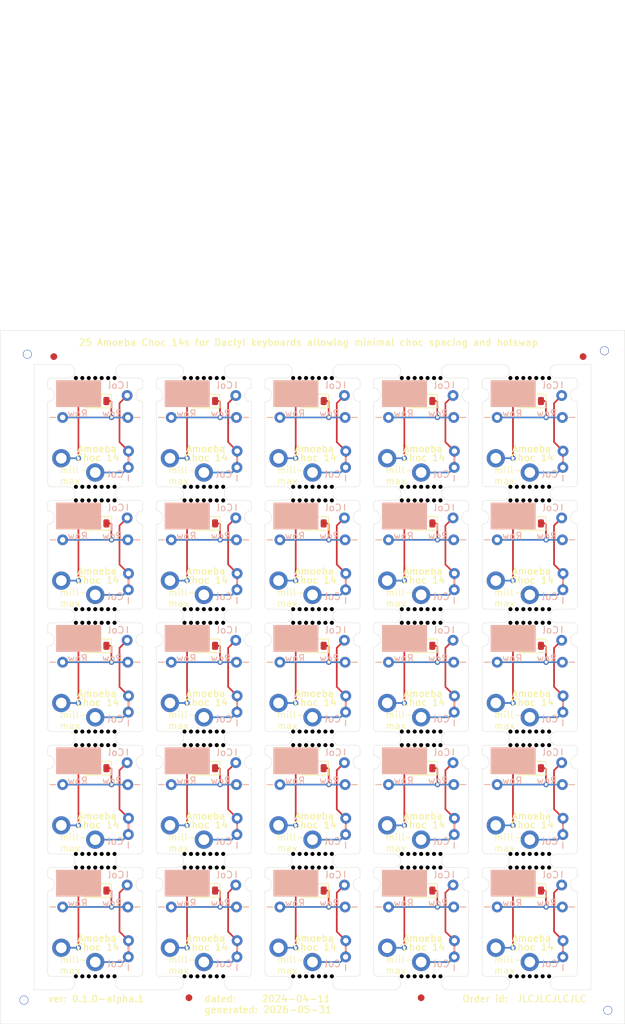
<source format=kicad_pcb>
(kicad_pcb (version 20240108) (generator "pcbnew") (generator_version "8.0")
  (title_block (title "Amoeba Choc 14 Panel") (date "2024-04-11") (rev "0.1.0-alpha.1") (comment 4 "25 Amoeba Choc 14s for Dactyl keyboards allowing minimal choc spacing and hotswap"))
  (layers (0 "F.Cu" signal) (31 "B.Cu" signal) (34 "B.Paste" user) (35 "F.Paste" user) (36 "B.SilkS" user "B.Silkscreen") (37 "F.SilkS" user "F.Silkscreen") (38 "B.Mask" user) (39 "F.Mask" user) (44 "Edge.Cuts" user))
  (net 0 "")
  (net 1 "/row")
  (net 2 "Net-(D1-A)")
  (net 3 "/col")
  (footprint "Amoeba_Choc_Nar:pg1350-hotswap" (layer "F.Cu") (at 173.2 150.1)
    (property "Reference" "SW25" (hide yes))
    (property "Value" "SW_SPST" (hide yes))
    (fp_line (start -7 -6.5) (end -7 -7.5) (stroke (width 0.05)) (layer "Edge.Cuts"))
    (fp_line (start -7 7.5) (end -7 -4.5) (stroke (width 0.05)) (layer "Edge.Cuts"))
    (fp_line (start -4 -8) (end -6.5 -8) (stroke (width 0.05)) (layer "Edge.Cuts"))
    (fp_line (start -4 8) (end -6.5 8) (stroke (width 0.05)) (layer "Edge.Cuts"))
    (fp_line (start 6.5 -8) (end 4 -8) (stroke (width 0.05)) (layer "Edge.Cuts"))
    (fp_line (start 6.5 8) (end 4 8) (stroke (width 0.05)) (layer "Edge.Cuts"))
    (fp_line (start 7 -6.5) (end 7 -7.5) (stroke (width 0.05)) (layer "Edge.Cuts"))
    (fp_line (start 7 7.5) (end 7 -4.5) (stroke (width 0.05)) (layer "Edge.Cuts"))
    (fp_arc (start -7 -7.5) (mid -6.853553 -7.853553) (end -6.5 -8) (stroke (width 0.05)) (layer "Edge.Cuts"))
    (fp_arc (start -7 -6.5) (mid -6.292893 -6.207107) (end -6 -5.5) (stroke (width 0.05)) (layer "Edge.Cuts"))
    (fp_arc (start -6.5 8) (mid -6.853553 7.853553) (end -7 7.5) (stroke (width 0.05)) (layer "Edge.Cuts"))
    (fp_arc (start -6 -5.5) (mid -6.292893 -4.792893) (end -7 -4.5) (stroke (width 0.05)) (layer "Edge.Cuts"))
    (fp_arc (start 6 -5.5) (mid 6.292893 -6.207107) (end 7 -6.5) (stroke (width 0.05)) (layer "Edge.Cuts"))
    (fp_arc (start 6.5 -8) (mid 6.853553 -7.853553) (end 7 -7.5) (stroke (width 0.05)) (layer "Edge.Cuts"))
    (fp_arc (start 7 -4.5) (mid 6.292893 -4.792893) (end 6 -5.5) (stroke (width 0.05)) (layer "Edge.Cuts"))
    (fp_arc (start 7 7.5) (mid 6.853553 7.853553) (end 6.5 8) (stroke (width 0.05)) (layer "Edge.Cuts"))
  )
  (footprint "Amoeba_Choc_Nar:Mouse_Bites" (layer "F.Cu") (at 141.2 86.1)
    (property "Reference" "REF**3" (hide yes))
    (property "Value" "Mouse_Bites" (hide yes))
  )
  (footprint "Amoeba_Choc_Nar:Mouse_Bites" (layer "F.Cu") (at 125.2 104.1)
    (property "Reference" "REF**11" (hide yes))
    (property "Value" "Mouse_Bites" (hide yes))
  )
  (footprint "Diode_SMD:D_SOD-123" (layer "F.Cu") (at 173.2 145.4875 180)
    (property "Reference" "D25" (hide yes))
    (property "Value" "1N4148")
  )
  (footprint "Amoeba_Choc_Nar:pg1350-hotswap" (layer "F.Cu") (at 141.2 132.1)
    (property "Reference" "SW18" (hide yes))
    (property "Value" "SW_SPST" (hide yes))
    (fp_line (start -7 -6.5) (end -7 -7.5) (stroke (width 0.05)) (layer "Edge.Cuts"))
    (fp_line (start -7 7.5) (end -7 -4.5) (stroke (width 0.05)) (layer "Edge.Cuts"))
    (fp_line (start -4 -8) (end -6.5 -8) (stroke (width 0.05)) (layer "Edge.Cuts"))
    (fp_line (start -4 8) (end -6.5 8) (stroke (width 0.05)) (layer "Edge.Cuts"))
    (fp_line (start 6.5 -8) (end 4 -8) (stroke (width 0.05)) (layer "Edge.Cuts"))
    (fp_line (start 6.5 8) (end 4 8) (stroke (width 0.05)) (layer "Edge.Cuts"))
    (fp_line (start 7 -6.5) (end 7 -7.5) (stroke (width 0.05)) (layer "Edge.Cuts"))
    (fp_line (start 7 7.5) (end 7 -4.5) (stroke (width 0.05)) (layer "Edge.Cuts"))
    (fp_arc (start -7 -7.5) (mid -6.853553 -7.853553) (end -6.5 -8) (stroke (width 0.05)) (layer "Edge.Cuts"))
    (fp_arc (start -7 -6.5) (mid -6.292893 -6.207107) (end -6 -5.5) (stroke (width 0.05)) (layer "Edge.Cuts"))
    (fp_arc (start -6.5 8) (mid -6.853553 7.853553) (end -7 7.5) (stroke (width 0.05)) (layer "Edge.Cuts"))
    (fp_arc (start -6 -5.5) (mid -6.292893 -4.792893) (end -7 -4.5) (stroke (width 0.05)) (layer "Edge.Cuts"))
    (fp_arc (start 6 -5.5) (mid 6.292893 -6.207107) (end 7 -6.5) (stroke (width 0.05)) (layer "Edge.Cuts"))
    (fp_arc (start 6.5 -8) (mid 6.853553 -7.853553) (end 7 -7.5) (stroke (width 0.05)) (layer "Edge.Cuts"))
    (fp_arc (start 7 -4.5) (mid 6.292893 -4.792893) (end 6 -5.5) (stroke (width 0.05)) (layer "Edge.Cuts"))
    (fp_arc (start 7 7.5) (mid 6.853553 7.853553) (end 6.5 8) (stroke (width 0.05)) (layer "Edge.Cuts"))
  )
  (footprint "Diode_SMD:D_SOD-123" (layer "F.Cu") (at 109.2 145.4875 180)
    (property "Reference" "D21" (hide yes))
    (property "Value" "1N4148")
  )
  (footprint "Diode_SMD:D_SOD-123" (layer "F.Cu") (at 141.2 145.4875 180)
    (property "Reference" "D23" (hide yes))
    (property "Value" "1N4148")
  )
  (footprint "Amoeba_Choc_Nar:pg1350-hotswap" (layer "F.Cu") (at 141.2 96.1)
    (property "Reference" "SW8" (hide yes))
    (property "Value" "SW_SPST" (hide yes))
    (fp_line (start -7 -6.5) (end -7 -7.5) (stroke (width 0.05)) (layer "Edge.Cuts"))
    (fp_line (start -7 7.5) (end -7 -4.5) (stroke (width 0.05)) (layer "Edge.Cuts"))
    (fp_line (start -4 -8) (end -6.5 -8) (stroke (width 0.05)) (layer "Edge.Cuts"))
    (fp_line (start -4 8) (end -6.5 8) (stroke (width 0.05)) (layer "Edge.Cuts"))
    (fp_line (start 6.5 -8) (end 4 -8) (stroke (width 0.05)) (layer "Edge.Cuts"))
    (fp_line (start 6.5 8) (end 4 8) (stroke (width 0.05)) (layer "Edge.Cuts"))
    (fp_line (start 7 -6.5) (end 7 -7.5) (stroke (width 0.05)) (layer "Edge.Cuts"))
    (fp_line (start 7 7.5) (end 7 -4.5) (stroke (width 0.05)) (layer "Edge.Cuts"))
    (fp_arc (start -7 -7.5) (mid -6.853553 -7.853553) (end -6.5 -8) (stroke (width 0.05)) (layer "Edge.Cuts"))
    (fp_arc (start -7 -6.5) (mid -6.292893 -6.207107) (end -6 -5.5) (stroke (width 0.05)) (layer "Edge.Cuts"))
    (fp_arc (start -6.5 8) (mid -6.853553 7.853553) (end -7 7.5) (stroke (width 0.05)) (layer "Edge.Cuts"))
    (fp_arc (start -6 -5.5) (mid -6.292893 -4.792893) (end -7 -4.5) (stroke (width 0.05)) (layer "Edge.Cuts"))
    (fp_arc (start 6 -5.5) (mid 6.292893 -6.207107) (end 7 -6.5) (stroke (width 0.05)) (layer "Edge.Cuts"))
    (fp_arc (start 6.5 -8) (mid 6.853553 -7.853553) (end 7 -7.5) (stroke (width 0.05)) (layer "Edge.Cuts"))
    (fp_arc (start 7 -4.5) (mid 6.292893 -4.792893) (end 6 -5.5) (stroke (width 0.05)) (layer "Edge.Cuts"))
    (fp_arc (start 7 7.5) (mid 6.853553 7.853553) (end 6.5 8) (stroke (width 0.05)) (layer "Edge.Cuts"))
  )
  (footprint "Amoeba_Choc_Nar:Mouse_Bites" (layer "F.Cu") (at 109.2 70.1)
    (property "Reference" "REF**" (hide yes))
    (property "Value" "Mouse_Bites" (hide yes))
  )
  (footprint "Amoeba_Choc_Nar:Mouse_Bites" (layer "F.Cu") (at 141.2 106.1)
    (property "Reference" "REF**24" (hide yes))
    (property "Value" "Mouse_Bites" (hide yes))
  )
  (footprint "Amoeba_Choc_Nar:Mouse_Bites" (layer "F.Cu") (at 173.2 88.1)
    (property "Reference" "REF**18" (hide yes))
    (property "Value" "Mouse_Bites" (hide yes))
  )
  (footprint "Amoeba_Choc_Nar:Mouse_Bites" (layer "F.Cu") (at 157.2 106.1)
    (property "Reference" "REF**26" (hide yes))
    (property "Value" "Mouse_Bites" (hide yes))
  )
  (footprint "Diode_SMD:D_SOD-123" (layer "F.Cu") (at 157.2 91.4875 180)
    (property "Reference" "D9" (hide yes))
    (property "Value" "1N4148")
  )
  (footprint "Amoeba_Choc_Nar:pg1350-hotswap" (layer "F.Cu") (at 157.2 78.1)
    (property "Reference" "SW4" (hide yes))
    (property "Value" "SW_SPST" (hide yes))
    (fp_line (start -7 -6.5) (end -7 -7.5) (stroke (width 0.05)) (layer "Edge.Cuts"))
    (fp_line (start -7 7.5) (end -7 -4.5) (stroke (width 0.05)) (layer "Edge.Cuts"))
    (fp_line (start -4 -8) (end -6.5 -8) (stroke (width 0.05)) (layer "Edge.Cuts"))
    (fp_line (start -4 8) (end -6.5 8) (stroke (width 0.05)) (layer "Edge.Cuts"))
    (fp_line (start 6.5 -8) (end 4 -8) (stroke (width 0.05)) (layer "Edge.Cuts"))
    (fp_line (start 6.5 8) (end 4 8) (stroke (width 0.05)) (layer "Edge.Cuts"))
    (fp_line (start 7 -6.5) (end 7 -7.5) (stroke (width 0.05)) (layer "Edge.Cuts"))
    (fp_line (start 7 7.5) (end 7 -4.5) (stroke (width 0.05)) (layer "Edge.Cuts"))
    (fp_arc (start -7 -7.5) (mid -6.853553 -7.853553) (end -6.5 -8) (stroke (width 0.05)) (layer "Edge.Cuts"))
    (fp_arc (start -7 -6.5) (mid -6.292893 -6.207107) (end -6 -5.5) (stroke (width 0.05)) (layer "Edge.Cuts"))
    (fp_arc (start -6.5 8) (mid -6.853553 7.853553) (end -7 7.5) (stroke (width 0.05)) (layer "Edge.Cuts"))
    (fp_arc (start -6 -5.5) (mid -6.292893 -4.792893) (end -7 -4.5) (stroke (width 0.05)) (layer "Edge.Cuts"))
    (fp_arc (start 6 -5.5) (mid 6.292893 -6.207107) (end 7 -6.5) (stroke (width 0.05)) (layer "Edge.Cuts"))
    (fp_arc (start 6.5 -8) (mid 6.853553 -7.853553) (end 7 -7.5) (stroke (width 0.05)) (layer "Edge.Cuts"))
    (fp_arc (start 7 -4.5) (mid 6.292893 -4.792893) (end 6 -5.5) (stroke (width 0.05)) (layer "Edge.Cuts"))
    (fp_arc (start 7 7.5) (mid 6.853553 7.853553) (end 6.5 8) (stroke (width 0.05)) (layer "Edge.Cuts"))
  )
  (footprint "Amoeba_Choc_Nar:pg1350-hotswap" (layer "F.Cu") (at 157.2 96.1)
    (property "Reference" "SW9" (hide yes))
    (property "Value" "SW_SPST" (hide yes))
    (fp_line (start -7 -6.5) (end -7 -7.5) (stroke (width 0.05)) (layer "Edge.Cuts"))
    (fp_line (start -7 7.5) (end -7 -4.5) (stroke (width 0.05)) (layer "Edge.Cuts"))
    (fp_line (start -4 -8) (end -6.5 -8) (stroke (width 0.05)) (layer "Edge.Cuts"))
    (fp_line (start -4 8) (end -6.5 8) (stroke (width 0.05)) (layer "Edge.Cuts"))
    (fp_line (start 6.5 -8) (end 4 -8) (stroke (width 0.05)) (layer "Edge.Cuts"))
    (fp_line (start 6.5 8) (end 4 8) (stroke (width 0.05)) (layer "Edge.Cuts"))
    (fp_line (start 7 -6.5) (end 7 -7.5) (stroke (width 0.05)) (layer "Edge.Cuts"))
    (fp_line (start 7 7.5) (end 7 -4.5) (stroke (width 0.05)) (layer "Edge.Cuts"))
    (fp_arc (start -7 -7.5) (mid -6.853553 -7.853553) (end -6.5 -8) (stroke (width 0.05)) (layer "Edge.Cuts"))
    (fp_arc (start -7 -6.5) (mid -6.292893 -6.207107) (end -6 -5.5) (stroke (width 0.05)) (layer "Edge.Cuts"))
    (fp_arc (start -6.5 8) (mid -6.853553 7.853553) (end -7 7.5) (stroke (width 0.05)) (layer "Edge.Cuts"))
    (fp_arc (start -6 -5.5) (mid -6.292893 -4.792893) (end -7 -4.5) (stroke (width 0.05)) (layer "Edge.Cuts"))
    (fp_arc (start 6 -5.5) (mid 6.292893 -6.207107) (end 7 -6.5) (stroke (width 0.05)) (layer "Edge.Cuts"))
    (fp_arc (start 6.5 -8) (mid 6.853553 -7.853553) (end 7 -7.5) (stroke (width 0.05)) (layer "Edge.Cuts"))
    (fp_arc (start 7 -4.5) (mid 6.292893 -4.792893) (end 6 -5.5) (stroke (width 0.05)) (layer "Edge.Cuts"))
    (fp_arc (start 7 7.5) (mid 6.853553 7.853553) (end 6.5 8) (stroke (width 0.05)) (layer "Edge.Cuts"))
  )
  (footprint "Amoeba_Choc_Nar:ToolingHole_1.152mm" (layer "F.Cu") (at 98.7 161.6)
    (property "Reference" "" (hide yes))
    (property "Value" "ToolingHole" (hide yes))
  )
  (footprint "Diode_SMD:D_SOD-123" (layer "F.Cu") (at 109.2 127.4875 180)
    (property "Reference" "D16" (hide yes))
    (property "Value" "1N4148")
  )
  (footprint "Amoeba_Choc_Nar:Mouse_Bites" (layer "F.Cu") (at 157.2 140.1)
    (property "Reference" "REF**35" (hide yes))
    (property "Value" "Mouse_Bites" (hide yes))
  )
  (footprint "Diode_SMD:D_SOD-123" (layer "F.Cu") (at 125.2 145.4875 180)
    (property "Reference" "D22" (hide yes))
    (property "Value" "1N4148")
  )
  (footprint "Amoeba_Choc_Nar:Mouse_Bites" (layer "F.Cu") (at 125.2 122.1)
    (property "Reference" "REF**21" (hide yes))
    (property "Value" "Mouse_Bites" (hide yes))
  )
  (footprint "Amoeba_Choc_Nar:Mouse_Bites" (layer "F.Cu") (at 141.2 104.1)
    (property "Reference" "REF**13" (hide yes))
    (property "Value" "Mouse_Bites" (hide yes))
  )
  (footprint "Amoeba_Choc_Nar:pg1350-hotswap" (layer "F.Cu") (at 141.2 114.1)
    (property "Reference" "SW13" (hide yes))
    (property "Value" "SW_SPST" (hide yes))
    (fp_line (start -7 -6.5) (end -7 -7.5) (stroke (width 0.05)) (layer "Edge.Cuts"))
    (fp_line (start -7 7.5) (end -7 -4.5) (stroke (width 0.05)) (layer "Edge.Cuts"))
    (fp_line (start -4 -8) (end -6.5 -8) (stroke (width 0.05)) (layer "Edge.Cuts"))
    (fp_line (start -4 8) (end -6.5 8) (stroke (width 0.05)) (layer "Edge.Cuts"))
    (fp_line (start 6.5 -8) (end 4 -8) (stroke (width 0.05)) (layer "Edge.Cuts"))
    (fp_line (start 6.5 8) (end 4 8) (stroke (width 0.05)) (layer "Edge.Cuts"))
    (fp_line (start 7 -6.5) (end 7 -7.5) (stroke (width 0.05)) (layer "Edge.Cuts"))
    (fp_line (start 7 7.5) (end 7 -4.5) (stroke (width 0.05)) (layer "Edge.Cuts"))
    (fp_arc (start -7 -7.5) (mid -6.853553 -7.853553) (end -6.5 -8) (stroke (width 0.05)) (layer "Edge.Cuts"))
    (fp_arc (start -7 -6.5) (mid -6.292893 -6.207107) (end -6 -5.5) (stroke (width 0.05)) (layer "Edge.Cuts"))
    (fp_arc (start -6.5 8) (mid -6.853553 7.853553) (end -7 7.5) (stroke (width 0.05)) (layer "Edge.Cuts"))
    (fp_arc (start -6 -5.5) (mid -6.292893 -4.792893) (end -7 -4.5) (stroke (width 0.05)) (layer "Edge.Cuts"))
    (fp_arc (start 6 -5.5) (mid 6.292893 -6.207107) (end 7 -6.5) (stroke (width 0.05)) (layer "Edge.Cuts"))
    (fp_arc (start 6.5 -8) (mid 6.853553 -7.853553) (end 7 -7.5) (stroke (width 0.05)) (layer "Edge.Cuts"))
    (fp_arc (start 7 -4.5) (mid 6.292893 -4.792893) (end 6 -5.5) (stroke (width 0.05)) (layer "Edge.Cuts"))
    (fp_arc (start 7 7.5) (mid 6.853553 7.853553) (end 6.5 8) (stroke (width 0.05)) (layer "Edge.Cuts"))
  )
  (footprint "Amoeba_Choc_Nar:Mouse_Bites" (layer "F.Cu") (at 173.2 158.1)
    (property "Reference" "REF**47" (hide yes))
    (property "Value" "Mouse_Bites" (hide yes))
  )
  (footprint "Amoeba_Choc_Nar:pg1350-hotswap" (layer "F.Cu") (at 109.2 78.1)
    (property "Reference" "SW1" (hide yes))
    (property "Value" "SW_SPST" (hide yes))
    (fp_line (start -7 -6.5) (end -7 -7.5) (stroke (width 0.05)) (layer "Edge.Cuts"))
    (fp_line (start -7 7.5) (end -7 -4.5) (stroke (width 0.05)) (layer "Edge.Cuts"))
    (fp_line (start -4 -8) (end -6.5 -8) (stroke (width 0.05)) (layer "Edge.Cuts"))
    (fp_line (start -4 8) (end -6.5 8) (stroke (width 0.05)) (layer "Edge.Cuts"))
    (fp_line (start 6.5 -8) (end 4 -8) (stroke (width 0.05)) (layer "Edge.Cuts"))
    (fp_line (start 6.5 8) (end 4 8) (stroke (width 0.05)) (layer "Edge.Cuts"))
    (fp_line (start 7 -6.5) (end 7 -7.5) (stroke (width 0.05)) (layer "Edge.Cuts"))
    (fp_line (start 7 7.5) (end 7 -4.5) (stroke (width 0.05)) (layer "Edge.Cuts"))
    (fp_arc (start -7 -7.5) (mid -6.853553 -7.853553) (end -6.5 -8) (stroke (width 0.05)) (layer "Edge.Cuts"))
    (fp_arc (start -7 -6.5) (mid -6.292893 -6.207107) (end -6 -5.5) (stroke (width 0.05)) (layer "Edge.Cuts"))
    (fp_arc (start -6.5 8) (mid -6.853553 7.853553) (end -7 7.5) (stroke (width 0.05)) (layer "Edge.Cuts"))
    (fp_arc (start -6 -5.5) (mid -6.292893 -4.792893) (end -7 -4.5) (stroke (width 0.05)) (layer "Edge.Cuts"))
    (fp_arc (start 6 -5.5) (mid 6.292893 -6.207107) (end 7 -6.5) (stroke (width 0.05)) (layer "Edge.Cuts"))
    (fp_arc (start 6.5 -8) (mid 6.853553 -7.853553) (end 7 -7.5) (stroke (width 0.05)) (layer "Edge.Cuts"))
    (fp_arc (start 7 -4.5) (mid 6.292893 -4.792893) (end 6 -5.5) (stroke (width 0.05)) (layer "Edge.Cuts"))
    (fp_arc (start 7 7.5) (mid 6.853553 7.853553) (end 6.5 8) (stroke (width 0.05)) (layer "Edge.Cuts"))
  )
  (footprint "Amoeba_Choc_Nar:Mouse_Bites" (layer "F.Cu") (at 173.2 106.1)
    (property "Reference" "REF**28" (hide yes))
    (property "Value" "Mouse_Bites" (hide yes))
  )
  (footprint "Amoeba_Choc_Nar:Mouse_Bites" (layer "F.Cu") (at 109.2 104.1)
    (property "Reference" "REF**9" (hide yes))
    (property "Value" "Mouse_Bites" (hide yes))
  )
  (footprint "Diode_SMD:D_SOD-123" (layer "F.Cu") (at 141.2 109.4875 180)
    (property "Reference" "D13" (hide yes))
    (property "Value" "1N4148")
  )
  (footprint "Amoeba_Choc_Nar:Mouse_Bites" (layer "F.Cu") (at 173.2 70.1)
    (property "Reference" "REF**8" (hide yes))
    (property "Value" "Mouse_Bites" (hide yes))
  )
  (footprint "Diode_SMD:D_SOD-123" (layer "F.Cu") (at 109.2 73.4875 180)
    (property "Reference" "D1" (hide yes))
    (property "Value" "1N4148")
  )
  (footprint "Amoeba_Choc_Nar:Mouse_Bites" (layer "F.Cu") (at 173.2 142.1)
    (property "Reference" "REF**48" (hide yes))
    (property "Value" "Mouse_Bites" (hide yes))
  )
  (footprint "Amoeba_Choc_Nar:Mouse_Bites" (layer "F.Cu") (at 141.2 88.1)
    (property "Reference" "REF**14" (hide yes))
    (property "Value" "Mouse_Bites" (hide yes))
  )
  (footprint "Amoeba_Choc_Nar:pg1350-hotswap" (layer "F.Cu") (at 173.2 78.1)
    (property "Reference" "SW5" (hide yes))
    (property "Value" "SW_SPST" (hide yes))
    (fp_line (start -7 -6.5) (end -7 -7.5) (stroke (width 0.05)) (layer "Edge.Cuts"))
    (fp_line (start -7 7.5) (end -7 -4.5) (stroke (width 0.05)) (layer "Edge.Cuts"))
    (fp_line (start -4 -8) (end -6.5 -8) (stroke (width 0.05)) (layer "Edge.Cuts"))
    (fp_line (start -4 8) (end -6.5 8) (stroke (width 0.05)) (layer "Edge.Cuts"))
    (fp_line (start 6.5 -8) (end 4 -8) (stroke (width 0.05)) (layer "Edge.Cuts"))
    (fp_line (start 6.5 8) (end 4 8) (stroke (width 0.05)) (layer "Edge.Cuts"))
    (fp_line (start 7 -6.5) (end 7 -7.5) (stroke (width 0.05)) (layer "Edge.Cuts"))
    (fp_line (start 7 7.5) (end 7 -4.5) (stroke (width 0.05)) (layer "Edge.Cuts"))
    (fp_arc (start -7 -7.5) (mid -6.853553 -7.853553) (end -6.5 -8) (stroke (width 0.05)) (layer "Edge.Cuts"))
    (fp_arc (start -7 -6.5) (mid -6.292893 -6.207107) (end -6 -5.5) (stroke (width 0.05)) (layer "Edge.Cuts"))
    (fp_arc (start -6.5 8) (mid -6.853553 7.853553) (end -7 7.5) (stroke (width 0.05)) (layer "Edge.Cuts"))
    (fp_arc (start -6 -5.5) (mid -6.292893 -4.792893) (end -7 -4.5) (stroke (width 0.05)) (layer "Edge.Cuts"))
    (fp_arc (start 6 -5.5) (mid 6.292893 -6.207107) (end 7 -6.5) (stroke (width 0.05)) (layer "Edge.Cuts"))
    (fp_arc (start 6.5 -8) (mid 6.853553 -7.853553) (end 7 -7.5) (stroke (width 0.05)) (layer "Edge.Cuts"))
    (fp_arc (start 7 -4.5) (mid 6.292893 -4.792893) (end 6 -5.5) (stroke (width 0.05)) (layer "Edge.Cuts"))
    (fp_arc (start 7 7.5) (mid 6.853553 7.853553) (end 6.5 8) (stroke (width 0.05)) (layer "Edge.Cuts"))
  )
  (footprint "Amoeba_Choc_Nar:Mouse_Bites" (layer "F.Cu") (at 125.2 140.1)
    (property "Reference" "REF**31" (hide yes))
    (property "Value" "Mouse_Bites" (hide yes))
  )
  (footprint "Amoeba_Choc_Nar:pg1350-hotswap" (layer "F.Cu") (at 109.2 150.1)
    (property "Reference" "SW21" (hide yes))
    (property "Value" "SW_SPST" (hide yes))
    (fp_line (start -7 -6.5) (end -7 -7.5) (stroke (width 0.05)) (layer "Edge.Cuts"))
    (fp_line (start -7 7.5) (end -7 -4.5) (stroke (width 0.05)) (layer "Edge.Cuts"))
    (fp_line (start -4 -8) (end -6.5 -8) (stroke (width 0.05)) (layer "Edge.Cuts"))
    (fp_line (start -4 8) (end -6.5 8) (stroke (width 0.05)) (layer "Edge.Cuts"))
    (fp_line (start 6.5 -8) (end 4 -8) (stroke (width 0.05)) (layer "Edge.Cuts"))
    (fp_line (start 6.5 8) (end 4 8) (stroke (width 0.05)) (layer "Edge.Cuts"))
    (fp_line (start 7 -6.5) (end 7 -7.5) (stroke (width 0.05)) (layer "Edge.Cuts"))
    (fp_line (start 7 7.5) (end 7 -4.5) (stroke (width 0.05)) (layer "Edge.Cuts"))
    (fp_arc (start -7 -7.5) (mid -6.853553 -7.853553) (end -6.5 -8) (stroke (width 0.05)) (layer "Edge.Cuts"))
    (fp_arc (start -7 -6.5) (mid -6.292893 -6.207107) (end -6 -5.5) (stroke (width 0.05)) (layer "Edge.Cuts"))
    (fp_arc (start -6.5 8) (mid -6.853553 7.853553) (end -7 7.5) (stroke (width 0.05)) (layer "Edge.Cuts"))
    (fp_arc (start -6 -5.5) (mid -6.292893 -4.792893) (end -7 -4.5) (stroke (width 0.05)) (layer "Edge.Cuts"))
    (fp_arc (start 6 -5.5) (mid 6.292893 -6.207107) (end 7 -6.5) (stroke (width 0.05)) (layer "Edge.Cuts"))
    (fp_arc (start 6.5 -8) (mid 6.853553 -7.853553) (end 7 -7.5) (stroke (width 0.05)) (layer "Edge.Cuts"))
    (fp_arc (start 7 -4.5) (mid 6.292893 -4.792893) (end 6 -5.5) (stroke (width 0.05)) (layer "Edge.Cuts"))
    (fp_arc (start 7 7.5) (mid 6.853553 7.853553) (end 6.5 8) (stroke (width 0.05)) (layer "Edge.Cuts"))
  )
  (footprint "Amoeba_Choc_Nar:Mouse_Bites" (layer "F.Cu") (at 109.2 122.1)
    (property "Reference" "REF**19" (hide yes))
    (property "Value" "Mouse_Bites" (hide yes))
  )
  (footprint "Diode_SMD:D_SOD-123" (layer "F.Cu") (at 125.2 109.4875 180)
    (property "Reference" "D12" (hide yes))
    (property "Value" "1N4148")
  )
  (footprint "Amoeba_Choc_Nar:Mouse_Bites" (layer "F.Cu") (at 157.2 142.1)
    (property "Reference" "REF**46" (hide yes))
    (property "Value" "Mouse_Bites" (hide yes))
  )
  (footprint "Amoeba_Choc_Nar:Mouse_Bites" (layer "F.Cu") (at 157.2 104.1)
    (property "Reference" "REF**15" (hide yes))
    (property "Value" "Mouse_Bites" (hide yes))
  )
  (footprint "Amoeba_Choc_Nar:Mouse_Bites" (layer "F.Cu") (at 109.2 106.1)
    (property "Reference" "REF**20" (hide yes))
    (property "Value" "Mouse_Bites" (hide yes))
  )
  (footprint "Amoeba_Choc_Nar:pg1350-hotswap" (layer "F.Cu") (at 125.2 132.1)
    (property "Reference" "SW17" (hide yes))
    (property "Value" "SW_SPST" (hide yes))
    (fp_line (start -7 -6.5) (end -7 -7.5) (stroke (width 0.05)) (layer "Edge.Cuts"))
    (fp_line (start -7 7.5) (end -7 -4.5) (stroke (width 0.05)) (layer "Edge.Cuts"))
    (fp_line (start -4 -8) (end -6.5 -8) (stroke (width 0.05)) (layer "Edge.Cuts"))
    (fp_line (start -4 8) (end -6.5 8) (stroke (width 0.05)) (layer "Edge.Cuts"))
    (fp_line (start 6.5 -8) (end 4 -8) (stroke (width 0.05)) (layer "Edge.Cuts"))
    (fp_line (start 6.5 8) (end 4 8) (stroke (width 0.05)) (layer "Edge.Cuts"))
    (fp_line (start 7 -6.5) (end 7 -7.5) (stroke (width 0.05)) (layer "Edge.Cuts"))
    (fp_line (start 7 7.5) (end 7 -4.5) (stroke (width 0.05)) (layer "Edge.Cuts"))
    (fp_arc (start -7 -7.5) (mid -6.853553 -7.853553) (end -6.5 -8) (stroke (width 0.05)) (layer "Edge.Cuts"))
    (fp_arc (start -7 -6.5) (mid -6.292893 -6.207107) (end -6 -5.5) (stroke (width 0.05)) (layer "Edge.Cuts"))
    (fp_arc (start -6.5 8) (mid -6.853553 7.853553) (end -7 7.5) (stroke (width 0.05)) (layer "Edge.Cuts"))
    (fp_arc (start -6 -5.5) (mid -6.292893 -4.792893) (end -7 -4.5) (stroke (width 0.05)) (layer "Edge.Cuts"))
    (fp_arc (start 6 -5.5) (mid 6.292893 -6.207107) (end 7 -6.5) (stroke (width 0.05)) (layer "Edge.Cuts"))
    (fp_arc (start 6.5 -8) (mid 6.853553 -7.853553) (end 7 -7.5) (stroke (width 0.05)) (layer "Edge.Cuts"))
    (fp_arc (start 7 -4.5) (mid 6.292893 -4.792893) (end 6 -5.5) (stroke (width 0.05)) (layer "Edge.Cuts"))
    (fp_arc (start 7 7.5) (mid 6.853553 7.853553) (end 6.5 8) (stroke (width 0.05)) (layer "Edge.Cuts"))
  )
  (footprint "Diode_SMD:D_SOD-123" (layer "F.Cu") (at 109.2 91.4875 180)
    (property "Reference" "D6" (hide yes))
    (property "Value" "1N4148")
  )
  (footprint "Amoeba_Choc_Nar:pg1350-hotswap" (layer "F.Cu") (at 125.2 150.1)
    (property "Reference" "SW22" (hide yes))
    (property "Value" "SW_SPST" (hide yes))
    (fp_line (start -7 -6.5) (end -7 -7.5) (stroke (width 0.05)) (layer "Edge.Cuts"))
    (fp_line (start -7 7.5) (end -7 -4.5) (stroke (width 0.05)) (layer "Edge.Cuts"))
    (fp_line (start -4 -8) (end -6.5 -8) (stroke (width 0.05)) (layer "Edge.Cuts"))
    (fp_line (start -4 8) (end -6.5 8) (stroke (width 0.05)) (layer "Edge.Cuts"))
    (fp_line (start 6.5 -8) (end 4 -8) (stroke (width 0.05)) (layer "Edge.Cuts"))
    (fp_line (start 6.5 8) (end 4 8) (stroke (width 0.05)) (layer "Edge.Cuts"))
    (fp_line (start 7 -6.5) (end 7 -7.5) (stroke (width 0.05)) (layer "Edge.Cuts"))
    (fp_line (start 7 7.5) (end 7 -4.5) (stroke (width 0.05)) (layer "Edge.Cuts"))
    (fp_arc (start -7 -7.5) (mid -6.853553 -7.853553) (end -6.5 -8) (stroke (width 0.05)) (layer "Edge.Cuts"))
    (fp_arc (start -7 -6.5) (mid -6.292893 -6.207107) (end -6 -5.5) (stroke (width 0.05)) (layer "Edge.Cuts"))
    (fp_arc (start -6.5 8) (mid -6.853553 7.853553) (end -7 7.5) (stroke (width 0.05)) (layer "Edge.Cuts"))
    (fp_arc (start -6 -5.5) (mid -6.292893 -4.792893) (end -7 -4.5) (stroke (width 0.05)) (layer "Edge.Cuts"))
    (fp_arc (start 6 -5.5) (mid 6.292893 -6.207107) (end 7 -6.5) (stroke (width 0.05)) (layer "Edge.Cuts"))
    (fp_arc (start 6.5 -8) (mid 6.853553 -7.853553) (end 7 -7.5) (stroke (width 0.05)) (layer "Edge.Cuts"))
    (fp_arc (start 7 -4.5) (mid 6.292893 -4.792893) (end 6 -5.5) (stroke (width 0.05)) (layer "Edge.Cuts"))
    (fp_arc (start 7 7.5) (mid 6.853553 7.853553) (end 6.5 8) (stroke (width 0.05)) (layer "Edge.Cuts"))
  )
  (footprint "Amoeba_Choc_Nar:pg1350-hotswap" (layer "F.Cu") (at 141.2 78.1)
    (property "Reference" "SW3" (hide yes))
    (property "Value" "SW_SPST" (hide yes))
    (fp_line (start -7 -6.5) (end -7 -7.5) (stroke (width 0.05)) (layer "Edge.Cuts"))
    (fp_line (start -7 7.5) (end -7 -4.5) (stroke (width 0.05)) (layer "Edge.Cuts"))
    (fp_line (start -4 -8) (end -6.5 -8) (stroke (width 0.05)) (layer "Edge.Cuts"))
    (fp_line (start -4 8) (end -6.5 8) (stroke (width 0.05)) (layer "Edge.Cuts"))
    (fp_line (start 6.5 -8) (end 4 -8) (stroke (width 0.05)) (layer "Edge.Cuts"))
    (fp_line (start 6.5 8) (end 4 8) (stroke (width 0.05)) (layer "Edge.Cuts"))
    (fp_line (start 7 -6.5) (end 7 -7.5) (stroke (width 0.05)) (layer "Edge.Cuts"))
    (fp_line (start 7 7.5) (end 7 -4.5) (stroke (width 0.05)) (layer "Edge.Cuts"))
    (fp_arc (start -7 -7.5) (mid -6.853553 -7.853553) (end -6.5 -8) (stroke (width 0.05)) (layer "Edge.Cuts"))
    (fp_arc (start -7 -6.5) (mid -6.292893 -6.207107) (end -6 -5.5) (stroke (width 0.05)) (layer "Edge.Cuts"))
    (fp_arc (start -6.5 8) (mid -6.853553 7.853553) (end -7 7.5) (stroke (width 0.05)) (layer "Edge.Cuts"))
    (fp_arc (start -6 -5.5) (mid -6.292893 -4.792893) (end -7 -4.5) (stroke (width 0.05)) (layer "Edge.Cuts"))
    (fp_arc (start 6 -5.5) (mid 6.292893 -6.207107) (end 7 -6.5) (stroke (width 0.05)) (layer "Edge.Cuts"))
    (fp_arc (start 6.5 -8) (mid 6.853553 -7.853553) (end 7 -7.5) (stroke (width 0.05)) (layer "Edge.Cuts"))
    (fp_arc (start 7 -4.5) (mid 6.292893 -4.792893) (end 6 -5.5) (stroke (width 0.05)) (layer "Edge.Cuts"))
    (fp_arc (start 7 7.5) (mid 6.853553 7.853553) (end 6.5 8) (stroke (width 0.05)) (layer "Edge.Cuts"))
  )
  (footprint "Amoeba_Choc_Nar:ToolingHole_1.152mm" (layer "F.Cu") (at 184.2 66.1)
    (property "Reference" "" (hide yes))
    (property "Value" "ToolingHole" (hide yes))
  )
  (footprint "Amoeba_Choc_Nar:Mouse_Bites" (layer "F.Cu") (at 109.2 140.1)
    (property "Reference" "REF**29" (hide yes))
    (property "Value" "Mouse_Bites" (hide yes))
  )
  (footprint "Diode_SMD:D_SOD-123" (layer "F.Cu") (at 125.2 127.4875 180)
    (property "Reference" "D17" (hide yes))
    (property "Value" "1N4148")
  )
  (footprint "Amoeba_Choc_Nar:pg1350-hotswap" (layer "F.Cu") (at 125.2 114.1)
    (property "Reference" "SW12" (hide yes))
    (property "Value" "SW_SPST" (hide yes))
    (fp_line (start -7 -6.5) (end -7 -7.5) (stroke (width 0.05)) (layer "Edge.Cuts"))
    (fp_line (start -7 7.5) (end -7 -4.5) (stroke (width 0.05)) (layer "Edge.Cuts"))
    (fp_line (start -4 -8) (end -6.5 -8) (stroke (width 0.05)) (layer "Edge.Cuts"))
    (fp_line (start -4 8) (end -6.5 8) (stroke (width 0.05)) (layer "Edge.Cuts"))
    (fp_line (start 6.5 -8) (end 4 -8) (stroke (width 0.05)) (layer "Edge.Cuts"))
    (fp_line (start 6.5 8) (end 4 8) (stroke (width 0.05)) (layer "Edge.Cuts"))
    (fp_line (start 7 -6.5) (end 7 -7.5) (stroke (width 0.05)) (layer "Edge.Cuts"))
    (fp_line (start 7 7.5) (end 7 -4.5) (stroke (width 0.05)) (layer "Edge.Cuts"))
    (fp_arc (start -7 -7.5) (mid -6.853553 -7.853553) (end -6.5 -8) (stroke (width 0.05)) (layer "Edge.Cuts"))
    (fp_arc (start -7 -6.5) (mid -6.292893 -6.207107) (end -6 -5.5) (stroke (width 0.05)) (layer "Edge.Cuts"))
    (fp_arc (start -6.5 8) (mid -6.853553 7.853553) (end -7 7.5) (stroke (width 0.05)) (layer "Edge.Cuts"))
    (fp_arc (start -6 -5.5) (mid -6.292893 -4.792893) (end -7 -4.5) (stroke (width 0.05)) (layer "Edge.Cuts"))
    (fp_arc (start 6 -5.5) (mid 6.292893 -6.207107) (end 7 -6.5) (stroke (width 0.05)) (layer "Edge.Cuts"))
    (fp_arc (start 6.5 -8) (mid 6.853553 -7.853553) (end 7 -7.5) (stroke (width 0.05)) (layer "Edge.Cuts"))
    (fp_arc (start 7 -4.5) (mid 6.292893 -4.792893) (end 6 -5.5) (stroke (width 0.05)) (layer "Edge.Cuts"))
    (fp_arc (start 7 7.5) (mid 6.853553 7.853553) (end 6.5 8) (stroke (width 0.05)) (layer "Edge.Cuts"))
  )
  (footprint "Fiducial:Fiducial_1mm_Mask2mm" (layer "F.Cu") (at 123 161.25 180)
    (property "Reference" "REF**" (hide yes))
    (property "Value" "Fiducial_1mm_Mask2mm" (hide yes))
  )
  (footprint "Diode_SMD:D_SOD-123" (layer "F.Cu") (at 157.2 145.4875 180)
    (property "Reference" "D24" (hide yes))
    (property "Value" "1N4148")
  )
  (footprint "Amoeba_Choc_Nar:Mouse_Bites" (layer "F.Cu") (at 125.2 88.1)
    (property "Reference" "REF**12" (hide yes))
    (property "Value" "Mouse_Bites" (hide yes))
  )
  (footprint "Amoeba_Choc_Nar:ToolingHole_1.152mm" (layer "F.Cu") (at 184.7 163.1)
    (property "Reference" "" (hide yes))
    (property "Value" "ToolingHole" (hide yes))
  )
  (footprint "Amoeba_Choc_Nar:Mouse_Bites" (layer "F.Cu") (at 157.2 70.1)
    (property "Reference" "REF**6" (hide yes))
    (property "Value" "Mouse_Bites" (hide yes))
  )
  (footprint "Amoeba_Choc_Nar:pg1350-hotswap" (layer "F.Cu") (at 141.2 150.1)
    (property "Reference" "SW23" (hide yes))
    (property "Value" "SW_SPST" (hide yes))
    (fp_line (start -7 -6.5) (end -7 -7.5) (stroke (width 0.05)) (layer "Edge.Cuts"))
    (fp_line (start -7 7.5) (end -7 -4.5) (stroke (width 0.05)) (layer "Edge.Cuts"))
    (fp_line (start -4 -8) (end -6.5 -8) (stroke (width 0.05)) (layer "Edge.Cuts"))
    (fp_line (start -4 8) (end -6.5 8) (stroke (width 0.05)) (layer "Edge.Cuts"))
    (fp_line (start 6.5 -8) (end 4 -8) (stroke (width 0.05)) (layer "Edge.Cuts"))
    (fp_line (start 6.5 8) (end 4 8) (stroke (width 0.05)) (layer "Edge.Cuts"))
    (fp_line (start 7 -6.5) (end 7 -7.5) (stroke (width 0.05)) (layer "Edge.Cuts"))
    (fp_line (start 7 7.5) (end 7 -4.5) (stroke (width 0.05)) (layer "Edge.Cuts"))
    (fp_arc (start -7 -7.5) (mid -6.853553 -7.853553) (end -6.5 -8) (stroke (width 0.05)) (layer "Edge.Cuts"))
    (fp_arc (start -7 -6.5) (mid -6.292893 -6.207107) (end -6 -5.5) (stroke (width 0.05)) (layer "Edge.Cuts"))
    (fp_arc (start -6.5 8) (mid -6.853553 7.853553) (end -7 7.5) (stroke (width 0.05)) (layer "Edge.Cuts"))
    (fp_arc (start -6 -5.5) (mid -6.292893 -4.792893) (end -7 -4.5) (stroke (width 0.05)) (layer "Edge.Cuts"))
    (fp_arc (start 6 -5.5) (mid 6.292893 -6.207107) (end 7 -6.5) (stroke (width 0.05)) (layer "Edge.Cuts"))
    (fp_arc (start 6.5 -8) (mid 6.853553 -7.853553) (end 7 -7.5) (stroke (width 0.05)) (layer "Edge.Cuts"))
    (fp_arc (start 7 -4.5) (mid 6.292893 -4.792893) (end 6 -5.5) (stroke (width 0.05)) (layer "Edge.Cuts"))
    (fp_arc (start 7 7.5) (mid 6.853553 7.853553) (end 6.5 8) (stroke (width 0.05)) (layer "Edge.Cuts"))
  )
  (footprint "Amoeba_Choc_Nar:ToolingHole_1.152mm" (layer "F.Cu") (at 99.2 66.6)
    (property "Reference" "" (hide yes))
    (property "Value" "ToolingHole" (hide yes))
  )
  (footprint "Amoeba_Choc_Nar:Mouse_Bites" (layer "F.Cu") (at 109.2 158.1)
    (property "Reference" "REF**39" (hide yes))
    (property "Value" "Mouse_Bites" (hide yes))
  )
  (footprint "Amoeba_Choc_Nar:Mouse_Bites" (layer "F.Cu") (at 125.2 70.1)
    (property "Reference" "REF**2" (hide yes))
    (property "Value" "Mouse_Bites" (hide yes))
  )
  (footprint "Amoeba_Choc_Nar:Mouse_Bites" (layer "F.Cu") (at 141.2 124.1)
    (property "Reference" "REF**34" (hide yes))
    (property "Value" "Mouse_Bites" (hide yes))
  )
  (footprint "Diode_SMD:D_SOD-123" (layer "F.Cu") (at 141.2 91.4875 180)
    (property "Reference" "D8" (hide yes))
    (property "Value" "1N4148")
  )
  (footprint "Amoeba_Choc_Nar:Mouse_Bites" (layer "F.Cu") (at 173.2 122.1)
    (property "Reference" "REF**27" (hide yes))
    (property "Value" "Mouse_Bites" (hide yes))
  )
  (footprint "Diode_SMD:D_SOD-123" (layer "F.Cu") (at 109.2 109.4875 180)
    (property "Reference" "D11" (hide yes))
    (property "Value" "1N4148")
  )
  (footprint "Amoeba_Choc_Nar:Mouse_Bites" (layer "F.Cu") (at 141.2 140.1)
    (property "Reference" "REF**33" (hide yes))
    (property "Value" "Mouse_Bites" (hide yes))
  )
  (footprint "Diode_SMD:D_SOD-123" (layer "F.Cu") (at 157.2 127.4875 180)
    (property "Reference" "D19" (hide yes))
    (property "Value" "1N4148")
  )
  (footprint "Diode_SMD:D_SOD-123" (layer "F.Cu") (at 125.2 91.4875 180)
    (property "Reference" "D7" (hide yes))
    (property "Value" "1N4148")
  )
  (footprint "Amoeba_Choc_Nar:Mouse_Bites" (layer "F.Cu") (at 141.2 142.1)
    (property "Reference" "REF**44" (hide yes))
    (property "Value" "Mouse_Bites" (hide yes))
  )
  (footprint "Amoeba_Choc_Nar:Mouse_Bites" (layer "F.Cu") (at 125.2 86.1)
    (property "Reference" "REF**1" (hide yes))
    (property "Value" "Mouse_Bites" (hide yes))
  )
  (footprint "Amoeba_Choc_Nar:pg1350-hotswap" (layer "F.Cu") (at 173.2 132.1)
    (property "Reference" "SW20" (hide yes))
    (property "Value" "SW_SPST" (hide yes))
    (fp_line (start -7 -6.5) (end -7 -7.5) (stroke (width 0.05)) (layer "Edge.Cuts"))
    (fp_line (start -7 7.5) (end -7 -4.5) (stroke (width 0.05)) (layer "Edge.Cuts"))
    (fp_line (start -4 -8) (end -6.5 -8) (stroke (width 0.05)) (layer "Edge.Cuts"))
    (fp_line (start -4 8) (end -6.5 8) (stroke (width 0.05)) (layer "Edge.Cuts"))
    (fp_line (start 6.5 -8) (end 4 -8) (stroke (width 0.05)) (layer "Edge.Cuts"))
    (fp_line (start 6.5 8) (end 4 8) (stroke (width 0.05)) (layer "Edge.Cuts"))
    (fp_line (start 7 -6.5) (end 7 -7.5) (stroke (width 0.05)) (layer "Edge.Cuts"))
    (fp_line (start 7 7.5) (end 7 -4.5) (stroke (width 0.05)) (layer "Edge.Cuts"))
    (fp_arc (start -7 -7.5) (mid -6.853553 -7.853553) (end -6.5 -8) (stroke (width 0.05)) (layer "Edge.Cuts"))
    (fp_arc (start -7 -6.5) (mid -6.292893 -6.207107) (end -6 -5.5) (stroke (width 0.05)) (layer "Edge.Cuts"))
    (fp_arc (start -6.5 8) (mid -6.853553 7.853553) (end -7 7.5) (stroke (width 0.05)) (layer "Edge.Cuts"))
    (fp_arc (start -6 -5.5) (mid -6.292893 -4.792893) (end -7 -4.5) (stroke (width 0.05)) (layer "Edge.Cuts"))
    (fp_arc (start 6 -5.5) (mid 6.292893 -6.207107) (end 7 -6.5) (stroke (width 0.05)) (layer "Edge.Cuts"))
    (fp_arc (start 6.5 -8) (mid 6.853553 -7.853553) (end 7 -7.5) (stroke (width 0.05)) (layer "Edge.Cuts"))
    (fp_arc (start 7 -4.5) (mid 6.292893 -4.792893) (end 6 -5.5) (stroke (width 0.05)) (layer "Edge.Cuts"))
    (fp_arc (start 7 7.5) (mid 6.853553 7.853553) (end 6.5 8) (stroke (width 0.05)) (layer "Edge.Cuts"))
  )
  (footprint "Fiducial:Fiducial_1mm_Mask2mm" (layer "F.Cu") (at 157.2 161.25 180)
    (property "Reference" "REF**" (hide yes))
    (property "Value" "Fiducial_1mm_Mask2mm" (hide yes))
  )
  (footprint "Amoeba_Choc_Nar:pg1350-hotswap" (layer "F.Cu") (at 173.2 96.1)
    (property "Reference" "SW10" (hide yes))
    (property "Value" "SW_SPST" (hide yes))
    (fp_line (start -7 -6.5) (end -7 -7.5) (stroke (width 0.05)) (layer "Edge.Cuts"))
    (fp_line (start -7 7.5) (end -7 -4.5) (stroke (width 0.05)) (layer "Edge.Cuts"))
    (fp_line (start -4 -8) (end -6.5 -8) (stroke (width 0.05)) (layer "Edge.Cuts"))
    (fp_line (start -4 8) (end -6.5 8) (stroke (width 0.05)) (layer "Edge.Cuts"))
    (fp_line (start 6.5 -8) (end 4 -8) (stroke (width 0.05)) (layer "Edge.Cuts"))
    (fp_line (start 6.5 8) (end 4 8) (stroke (width 0.05)) (layer "Edge.Cuts"))
    (fp_line (start 7 -6.5) (end 7 -7.5) (stroke (width 0.05)) (layer "Edge.Cuts"))
    (fp_line (start 7 7.5) (end 7 -4.5) (stroke (width 0.05)) (layer "Edge.Cuts"))
    (fp_arc (start -7 -7.5) (mid -6.853553 -7.853553) (end -6.5 -8) (stroke (width 0.05)) (layer "Edge.Cuts"))
    (fp_arc (start -7 -6.5) (mid -6.292893 -6.207107) (end -6 -5.5) (stroke (width 0.05)) (layer "Edge.Cuts"))
    (fp_arc (start -6.5 8) (mid -6.853553 7.853553) (end -7 7.5) (stroke (width 0.05)) (layer "Edge.Cuts"))
    (fp_arc (start -6 -5.5) (mid -6.292893 -4.792893) (end -7 -4.5) (stroke (width 0.05)) (layer "Edge.Cuts"))
    (fp_arc (start 6 -5.5) (mid 6.292893 -6.207107) (end 7 -6.5) (stroke (width 0.05)) (layer "Edge.Cuts"))
    (fp_arc (start 6.5 -8) (mid 6.853553 -7.853553) (end 7 -7.5) (stroke (width 0.05)) (layer "Edge.Cuts"))
    (fp_arc (start 7 -4.5) (mid 6.292893 -4.792893) (end 6 -5.5) (stroke (width 0.05)) (layer "Edge.Cuts"))
    (fp_arc (start 7 7.5) (mid 6.853553 7.853553) (end 6.5 8) (stroke (width 0.05)) (layer "Edge.Cuts"))
  )
  (footprint "Diode_SMD:D_SOD-123" (layer "F.Cu") (at 141.2 73.4875 180)
    (property "Reference" "D3" (hide yes))
    (property "Value" "1N4148")
  )
  (footprint "Amoeba_Choc_Nar:Mouse_Bites" (layer "F.Cu") (at 109.2 142.1)
    (property "Reference" "REF**40" (hide yes))
    (property "Value" "Mouse_Bites" (hide yes))
  )
  (footprint "Diode_SMD:D_SOD-123" (layer "F.Cu") (at 157.2 73.4875 180)
    (property "Reference" "D4" (hide yes))
    (property "Value" "1N4148")
  )
  (footprint "Amoeba_Choc_Nar:Mouse_Bites" (layer "F.Cu") (at 157.2 158.1)
    (property "Reference" "REF**45" (hide yes))
    (property "Value" "Mouse_Bites" (hide yes))
  )
  (footprint "Amoeba_Choc_Nar:Mouse_Bites" (layer "F.Cu") (at 125.2 158.1)
    (property "Reference" "REF**41" (hide yes))
    (property "Value" "Mouse_Bites" (hide yes))
  )
  (footprint "Amoeba_Choc_Nar:Mouse_Bites" (layer "F.Cu") (at 125.2 124.1)
    (property "Reference" "REF**32" (hide yes))
    (property "Value" "Mouse_Bites" (hide yes))
  )
  (footprint "Amoeba_Choc_Nar:Mouse_Bites" (layer "F.Cu") (at 109.2 88.1)
    (property "Reference" "REF**10" (hide yes))
    (property "Value" "Mouse_Bites" (hide yes))
  )
  (footprint "Amoeba_Choc_Nar:pg1350-hotswap" (layer "F.Cu") (at 157.2 132.1)
    (property "Reference" "SW19" (hide yes))
    (property "Value" "SW_SPST" (hide yes))
    (fp_line (start -7 -6.5) (end -7 -7.5) (stroke (width 0.05)) (layer "Edge.Cuts"))
    (fp_line (start -7 7.5) (end -7 -4.5) (stroke (width 0.05)) (layer "Edge.Cuts"))
    (fp_line (start -4 -8) (end -6.5 -8) (stroke (width 0.05)) (layer "Edge.Cuts"))
    (fp_line (start -4 8) (end -6.5 8) (stroke (width 0.05)) (layer "Edge.Cuts"))
    (fp_line (start 6.5 -8) (end 4 -8) (stroke (width 0.05)) (layer "Edge.Cuts"))
    (fp_line (start 6.5 8) (end 4 8) (stroke (width 0.05)) (layer "Edge.Cuts"))
    (fp_line (start 7 -6.5) (end 7 -7.5) (stroke (width 0.05)) (layer "Edge.Cuts"))
    (fp_line (start 7 7.5) (end 7 -4.5) (stroke (width 0.05)) (layer "Edge.Cuts"))
    (fp_arc (start -7 -7.5) (mid -6.853553 -7.853553) (end -6.5 -8) (stroke (width 0.05)) (layer "Edge.Cuts"))
    (fp_arc (start -7 -6.5) (mid -6.292893 -6.207107) (end -6 -5.5) (stroke (width 0.05)) (layer "Edge.Cuts"))
    (fp_arc (start -6.5 8) (mid -6.853553 7.853553) (end -7 7.5) (stroke (width 0.05)) (layer "Edge.Cuts"))
    (fp_arc (start -6 -5.5) (mid -6.292893 -4.792893) (end -7 -4.5) (stroke (width 0.05)) (layer "Edge.Cuts"))
    (fp_arc (start 6 -5.5) (mid 6.292893 -6.207107) (end 7 -6.5) (stroke (width 0.05)) (layer "Edge.Cuts"))
    (fp_arc (start 6.5 -8) (mid 6.853553 -7.853553) (end 7 -7.5) (stroke (width 0.05)) (layer "Edge.Cuts"))
    (fp_arc (start 7 -4.5) (mid 6.292893 -4.792893) (end 6 -5.5) (stroke (width 0.05)) (layer "Edge.Cuts"))
    (fp_arc (start 7 7.5) (mid 6.853553 7.853553) (end 6.5 8) (stroke (width 0.05)) (layer "Edge.Cuts"))
  )
  (footprint "Amoeba_Choc_Nar:Mouse_Bites" (layer "F.Cu") (at 125.2 142.1)
    (property "Reference" "REF**42" (hide yes))
    (property "Value" "Mouse_Bites" (hide yes))
  )
  (footprint "Fiducial:Fiducial_1mm_Mask2mm" (layer "F.Cu") (at 103.1 66.95)
    (property "Reference" "REF**" (hide yes))
    (property "Value" "Fiducial_1mm_Mask2mm" (hide yes))
  )
  (footprint "Amoeba_Choc_Nar:Mouse_Bites" (layer "F.Cu") (at 157.2 124.1)
    (property "Reference" "REF**36" (hide yes))
    (property "Value" "Mouse_Bites" (hide yes))
  )
  (footprint "Amoeba_Choc_Nar:Mouse_Bites" (layer "F.Cu") (at 125.2 106.1)
    (property "Reference" "REF**22" (hide yes))
    (property "Value" "Mouse_Bites" (hide yes))
  )
  (footprint "Diode_SMD:D_SOD-123" (layer "F.Cu") (at 173.2 109.4875 180)
    (property "Reference" "D15" (hide yes))
    (property "Value" "1N4148")
  )
  (footprint "Diode_SMD:D_SOD-123" (layer "F.Cu") (at 157.2 109.4875 180)
    (property "Reference" "D14" (hide yes))
    (property "Value" "1N4148")
  )
  (footprint "Amoeba_Choc_Nar:pg1350-hotswap" (layer "F.Cu") (at 109.2 132.1)
    (property "Reference" "SW16" (hide yes))
    (property "Value" "SW_SPST" (hide yes))
    (fp_line (start -7 -6.5) (end -7 -7.5) (stroke (width 0.05)) (layer "Edge.Cuts"))
    (fp_line (start -7 7.5) (end -7 -4.5) (stroke (width 0.05)) (layer "Edge.Cuts"))
    (fp_line (start -4 -8) (end -6.5 -8) (stroke (width 0.05)) (layer "Edge.Cuts"))
    (fp_line (start -4 8) (end -6.5 8) (stroke (width 0.05)) (layer "Edge.Cuts"))
    (fp_line (start 6.5 -8) (end 4 -8) (stroke (width 0.05)) (layer "Edge.Cuts"))
    (fp_line (start 6.5 8) (end 4 8) (stroke (width 0.05)) (layer "Edge.Cuts"))
    (fp_line (start 7 -6.5) (end 7 -7.5) (stroke (width 0.05)) (layer "Edge.Cuts"))
    (fp_line (start 7 7.5) (end 7 -4.5) (stroke (width 0.05)) (layer "Edge.Cuts"))
    (fp_arc (start -7 -7.5) (mid -6.853553 -7.853553) (end -6.5 -8) (stroke (width 0.05)) (layer "Edge.Cuts"))
    (fp_arc (start -7 -6.5) (mid -6.292893 -6.207107) (end -6 -5.5) (stroke (width 0.05)) (layer "Edge.Cuts"))
    (fp_arc (start -6.5 8) (mid -6.853553 7.853553) (end -7 7.5) (stroke (width 0.05)) (layer "Edge.Cuts"))
    (fp_arc (start -6 -5.5) (mid -6.292893 -4.792893) (end -7 -4.5) (stroke (width 0.05)) (layer "Edge.Cuts"))
    (fp_arc (start 6 -5.5) (mid 6.292893 -6.207107) (end 7 -6.5) (stroke (width 0.05)) (layer "Edge.Cuts"))
    (fp_arc (start 6.5 -8) (mid 6.853553 -7.853553) (end 7 -7.5) (stroke (width 0.05)) (layer "Edge.Cuts"))
    (fp_arc (start 7 -4.5) (mid 6.292893 -4.792893) (end 6 -5.5) (stroke (width 0.05)) (layer "Edge.Cuts"))
    (fp_arc (start 7 7.5) (mid 6.853553 7.853553) (end 6.5 8) (stroke (width 0.05)) (layer "Edge.Cuts"))
  )
  (footprint "Amoeba_Choc_Nar:Mouse_Bites" (layer "F.Cu") (at 109.2 86.1)
    (property "Reference" "REF**" (hide yes))
    (property "Value" "Mouse_Bites" (hide yes))
  )
  (footprint "Diode_SMD:D_SOD-123" (layer "F.Cu") (at 173.2 127.4875 180)
    (property "Reference" "D20" (hide yes))
    (property "Value" "1N4148")
  )
  (footprint "Amoeba_Choc_Nar:pg1350-hotswap" (layer "F.Cu") (at 173.2 114.1)
    (property "Reference" "SW15" (hide yes))
    (property "Value" "SW_SPST" (hide yes))
    (fp_line (start -7 -6.5) (end -7 -7.5) (stroke (width 0.05)) (layer "Edge.Cuts"))
    (fp_line (start -7 7.5) (end -7 -4.5) (stroke (width 0.05)) (layer "Edge.Cuts"))
    (fp_line (start -4 -8) (end -6.5 -8) (stroke (width 0.05)) (layer "Edge.Cuts"))
    (fp_line (start -4 8) (end -6.5 8) (stroke (width 0.05)) (layer "Edge.Cuts"))
    (fp_line (start 6.5 -8) (end 4 -8) (stroke (width 0.05)) (layer "Edge.Cuts"))
    (fp_line (start 6.5 8) (end 4 8) (stroke (width 0.05)) (layer "Edge.Cuts"))
    (fp_line (start 7 -6.5) (end 7 -7.5) (stroke (width 0.05)) (layer "Edge.Cuts"))
    (fp_line (start 7 7.5) (end 7 -4.5) (stroke (width 0.05)) (layer "Edge.Cuts"))
    (fp_arc (start -7 -7.5) (mid -6.853553 -7.853553) (end -6.5 -8) (stroke (width 0.05)) (layer "Edge.Cuts"))
    (fp_arc (start -7 -6.5) (mid -6.292893 -6.207107) (end -6 -5.5) (stroke (width 0.05)) (layer "Edge.Cuts"))
    (fp_arc (start -6.5 8) (mid -6.853553 7.853553) (end -7 7.5) (stroke (width 0.05)) (layer "Edge.Cuts"))
    (fp_arc (start -6 -5.5) (mid -6.292893 -4.792893) (end -7 -4.5) (stroke (width 0.05)) (layer "Edge.Cuts"))
    (fp_arc (start 6 -5.5) (mid 6.292893 -6.207107) (end 7 -6.5) (stroke (width 0.05)) (layer "Edge.Cuts"))
    (fp_arc (start 6.5 -8) (mid 6.853553 -7.853553) (end 7 -7.5) (stroke (width 0.05)) (layer "Edge.Cuts"))
    (fp_arc (start 7 -4.5) (mid 6.292893 -4.792893) (end 6 -5.5) (stroke (width 0.05)) (layer "Edge.Cuts"))
    (fp_arc (start 7 7.5) (mid 6.853553 7.853553) (end 6.5 8) (stroke (width 0.05)) (layer "Edge.Cuts"))
  )
  (footprint "Amoeba_Choc_Nar:Mouse_Bites" (layer "F.Cu") (at 173.2 86.1)
    (property "Reference" "REF**7" (hide yes))
    (property "Value" "Mouse_Bites" (hide yes))
  )
  (footprint "Amoeba_Choc_Nar:pg1350-hotswap" (layer "F.Cu") (at 157.2 150.1)
    (property "Reference" "SW24" (hide yes))
    (property "Value" "SW_SPST" (hide yes))
    (fp_line (start -7 -6.5) (end -7 -7.5) (stroke (width 0.05)) (layer "Edge.Cuts"))
    (fp_line (start -7 7.5) (end -7 -4.5) (stroke (width 0.05)) (layer "Edge.Cuts"))
    (fp_line (start -4 -8) (end -6.5 -8) (stroke (width 0.05)) (layer "Edge.Cuts"))
    (fp_line (start -4 8) (end -6.5 8) (stroke (width 0.05)) (layer "Edge.Cuts"))
    (fp_line (start 6.5 -8) (end 4 -8) (stroke (width 0.05)) (layer "Edge.Cuts"))
    (fp_line (start 6.5 8) (end 4 8) (stroke (width 0.05)) (layer "Edge.Cuts"))
    (fp_line (start 7 -6.5) (end 7 -7.5) (stroke (width 0.05)) (layer "Edge.Cuts"))
    (fp_line (start 7 7.5) (end 7 -4.5) (stroke (width 0.05)) (layer "Edge.Cuts"))
    (fp_arc (start -7 -7.5) (mid -6.853553 -7.853553) (end -6.5 -8) (stroke (width 0.05)) (layer "Edge.Cuts"))
    (fp_arc (start -7 -6.5) (mid -6.292893 -6.207107) (end -6 -5.5) (stroke (width 0.05)) (layer "Edge.Cuts"))
    (fp_arc (start -6.5 8) (mid -6.853553 7.853553) (end -7 7.5) (stroke (width 0.05)) (layer "Edge.Cuts"))
    (fp_arc (start -6 -5.5) (mid -6.292893 -4.792893) (end -7 -4.5) (stroke (width 0.05)) (layer "Edge.Cuts"))
    (fp_arc (start 6 -5.5) (mid 6.292893 -6.207107) (end 7 -6.5) (stroke (width 0.05)) (layer "Edge.Cuts"))
    (fp_arc (start 6.5 -8) (mid 6.853553 -7.853553) (end 7 -7.5) (stroke (width 0.05)) (layer "Edge.Cuts"))
    (fp_arc (start 7 -4.5) (mid 6.292893 -4.792893) (end 6 -5.5) (stroke (width 0.05)) (layer "Edge.Cuts"))
    (fp_arc (start 7 7.5) (mid 6.853553 7.853553) (end 6.5 8) (stroke (width 0.05)) (layer "Edge.Cuts"))
  )
  (footprint "Diode_SMD:D_SOD-123" (layer "F.Cu") (at 173.2 91.4875 180)
    (property "Reference" "D10" (hide yes))
    (property "Value" "1N4148")
  )
  (footprint "Amoeba_Choc_Nar:pg1350-hotswap" (layer "F.Cu") (at 125.2 96.1)
    (property "Reference" "SW7" (hide yes))
    (property "Value" "SW_SPST" (hide yes))
    (fp_line (start -7 -6.5) (end -7 -7.5) (stroke (width 0.05)) (layer "Edge.Cuts"))
    (fp_line (start -7 7.5) (end -7 -4.5) (stroke (width 0.05)) (layer "Edge.Cuts"))
    (fp_line (start -4 -8) (end -6.5 -8) (stroke (width 0.05)) (layer "Edge.Cuts"))
    (fp_line (start -4 8) (end -6.5 8) (stroke (width 0.05)) (layer "Edge.Cuts"))
    (fp_line (start 6.5 -8) (end 4 -8) (stroke (width 0.05)) (layer "Edge.Cuts"))
    (fp_line (start 6.5 8) (end 4 8) (stroke (width 0.05)) (layer "Edge.Cuts"))
    (fp_line (start 7 -6.5) (end 7 -7.5) (stroke (width 0.05)) (layer "Edge.Cuts"))
    (fp_line (start 7 7.5) (end 7 -4.5) (stroke (width 0.05)) (layer "Edge.Cuts"))
    (fp_arc (start -7 -7.5) (mid -6.853553 -7.853553) (end -6.5 -8) (stroke (width 0.05)) (layer "Edge.Cuts"))
    (fp_arc (start -7 -6.5) (mid -6.292893 -6.207107) (end -6 -5.5) (stroke (width 0.05)) (layer "Edge.Cuts"))
    (fp_arc (start -6.5 8) (mid -6.853553 7.853553) (end -7 7.5) (stroke (width 0.05)) (layer "Edge.Cuts"))
    (fp_arc (start -6 -5.5) (mid -6.292893 -4.792893) (end -7 -4.5) (stroke (width 0.05)) (layer "Edge.Cuts"))
    (fp_arc (start 6 -5.5) (mid 6.292893 -6.207107) (end 7 -6.5) (stroke (width 0.05)) (layer "Edge.Cuts"))
    (fp_arc (start 6.5 -8) (mid 6.853553 -7.853553) (end 7 -7.5) (stroke (width 0.05)) (layer "Edge.Cuts"))
    (fp_arc (start 7 -4.5) (mid 6.292893 -4.792893) (end 6 -5.5) (stroke (width 0.05)) (layer "Edge.Cuts"))
    (fp_arc (start 7 7.5) (mid 6.853553 7.853553) (end 6.5 8) (stroke (width 0.05)) (layer "Edge.Cuts"))
  )
  (footprint "Amoeba_Choc_Nar:Mouse_Bites" (layer "F.Cu") (at 173.2 124.1)
    (property "Reference" "REF**38" (hide yes))
    (property "Value" "Mouse_Bites" (hide yes))
  )
  (footprint "Amoeba_Choc_Nar:Mouse_Bites" (layer "F.Cu") (at 173.2 140.1)
    (property "Reference" "REF**37" (hide yes))
    (property "Value" "Mouse_Bites" (hide yes))
  )
  (footprint "Diode_SMD:D_SOD-123" (layer "F.Cu") (at 141.2 127.4875 180)
    (property "Reference" "D18" (hide yes))
    (property "Value" "1N4148")
  )
  (footprint "Amoeba_Choc_Nar:pg1350-hotswap" (layer "F.Cu") (at 157.2 114.1)
    (property "Reference" "SW14" (hide yes))
    (property "Value" "SW_SPST" (hide yes))
    (fp_line (start -7 -6.5) (end -7 -7.5) (stroke (width 0.05)) (layer "Edge.Cuts"))
    (fp_line (start -7 7.5) (end -7 -4.5) (stroke (width 0.05)) (layer "Edge.Cuts"))
    (fp_line (start -4 -8) (end -6.5 -8) (stroke (width 0.05)) (layer "Edge.Cuts"))
    (fp_line (start -4 8) (end -6.5 8) (stroke (width 0.05)) (layer "Edge.Cuts"))
    (fp_line (start 6.5 -8) (end 4 -8) (stroke (width 0.05)) (layer "Edge.Cuts"))
    (fp_line (start 6.5 8) (end 4 8) (stroke (width 0.05)) (layer "Edge.Cuts"))
    (fp_line (start 7 -6.5) (end 7 -7.5) (stroke (width 0.05)) (layer "Edge.Cuts"))
    (fp_line (start 7 7.5) (end 7 -4.5) (stroke (width 0.05)) (layer "Edge.Cuts"))
    (fp_arc (start -7 -7.5) (mid -6.853553 -7.853553) (end -6.5 -8) (stroke (width 0.05)) (layer "Edge.Cuts"))
    (fp_arc (start -7 -6.5) (mid -6.292893 -6.207107) (end -6 -5.5) (stroke (width 0.05)) (layer "Edge.Cuts"))
    (fp_arc (start -6.5 8) (mid -6.853553 7.853553) (end -7 7.5) (stroke (width 0.05)) (layer "Edge.Cuts"))
    (fp_arc (start -6 -5.5) (mid -6.292893 -4.792893) (end -7 -4.5) (stroke (width 0.05)) (layer "Edge.Cuts"))
    (fp_arc (start 6 -5.5) (mid 6.292893 -6.207107) (end 7 -6.5) (stroke (width 0.05)) (layer "Edge.Cuts"))
    (fp_arc (start 6.5 -8) (mid 6.853553 -7.853553) (end 7 -7.5) (stroke (width 0.05)) (layer "Edge.Cuts"))
    (fp_arc (start 7 -4.5) (mid 6.292893 -4.792893) (end 6 -5.5) (stroke (width 0.05)) (layer "Edge.Cuts"))
    (fp_arc (start 7 7.5) (mid 6.853553 7.853553) (end 6.5 8) (stroke (width 0.05)) (layer "Edge.Cuts"))
  )
  (footprint "Diode_SMD:D_SOD-123" (layer "F.Cu") (at 173.2 73.4875 180)
    (property "Reference" "D5" (hide yes))
    (property "Value" "1N4148")
  )
  (footprint "Amoeba_Choc_Nar:Mouse_Bites" (layer "F.Cu") (at 141.2 158.1)
    (property "Reference" "REF**43" (hide yes))
    (property "Value" "Mouse_Bites" (hide yes))
  )
  (footprint "Amoeba_Choc_Nar:pg1350-hotswap" (layer "F.Cu") (at 109.2 114.1)
    (property "Reference" "SW11" (hide yes))
    (property "Value" "SW_SPST" (hide yes))
    (fp_line (start -7 -6.5) (end -7 -7.5) (stroke (width 0.05)) (layer "Edge.Cuts"))
    (fp_line (start -7 7.5) (end -7 -4.5) (stroke (width 0.05)) (layer "Edge.Cuts"))
    (fp_line (start -4 -8) (end -6.5 -8) (stroke (width 0.05)) (layer "Edge.Cuts"))
    (fp_line (start -4 8) (end -6.5 8) (stroke (width 0.05)) (layer "Edge.Cuts"))
    (fp_line (start 6.5 -8) (end 4 -8) (stroke (width 0.05)) (layer "Edge.Cuts"))
    (fp_line (start 6.5 8) (end 4 8) (stroke (width 0.05)) (layer "Edge.Cuts"))
    (fp_line (start 7 -6.5) (end 7 -7.5) (stroke (width 0.05)) (layer "Edge.Cuts"))
    (fp_line (start 7 7.5) (end 7 -4.5) (stroke (width 0.05)) (layer "Edge.Cuts"))
    (fp_arc (start -7 -7.5) (mid -6.853553 -7.853553) (end -6.5 -8) (stroke (width 0.05)) (layer "Edge.Cuts"))
    (fp_arc (start -7 -6.5) (mid -6.292893 -6.207107) (end -6 -5.5) (stroke (width 0.05)) (layer "Edge.Cuts"))
    (fp_arc (start -6.5 8) (mid -6.853553 7.853553) (end -7 7.5) (stroke (width 0.05)) (layer "Edge.Cuts"))
    (fp_arc (start -6 -5.5) (mid -6.292893 -4.792893) (end -7 -4.5) (stroke (width 0.05)) (layer "Edge.Cuts"))
    (fp_arc (start 6 -5.5) (mid 6.292893 -6.207107) (end 7 -6.5) (stroke (width 0.05)) (layer "Edge.Cuts"))
    (fp_arc (start 6.5 -8) (mid 6.853553 -7.853553) (end 7 -7.5) (stroke (width 0.05)) (layer "Edge.Cuts"))
    (fp_arc (start 7 -4.5) (mid 6.292893 -4.792893) (end 6 -5.5) (stroke (width 0.05)) (layer "Edge.Cuts"))
    (fp_arc (start 7 7.5) (mid 6.853553 7.853553) (end 6.5 8) (stroke (width 0.05)) (layer "Edge.Cuts"))
  )
  (footprint "Amoeba_Choc_Nar:Mouse_Bites" (layer "F.Cu") (at 141.2 122.1)
    (property "Reference" "REF**23" (hide yes))
    (property "Value" "Mouse_Bites" (hide yes))
  )
  (footprint "Amoeba_Choc_Nar:Mouse_Bites" (layer "F.Cu") (at 157.2 122.1)
    (property "Reference" "REF**25" (hide yes))
    (property "Value" "Mouse_Bites" (hide yes))
  )
  (footprint "Diode_SMD:D_SOD-123" (layer "F.Cu") (at 125.2 73.4875 180)
    (property "Reference" "D2" (hide yes))
    (property "Value" "1N4148")
  )
  (footprint "Amoeba_Choc_Nar:Mouse_Bites" (layer "F.Cu") (at 141.2 70.1)
    (property "Reference" "REF**4" (hide yes))
    (property "Value" "Mouse_Bites" (hide yes))
  )
  (footprint "Amoeba_Choc_Nar:Mouse_Bites" (layer "F.Cu") (at 157.2 88.1)
    (property "Reference" "REF**16" (hide yes))
    (property "Value" "Mouse_Bites" (hide yes))
  )
  (footprint "Fiducial:Fiducial_1mm_Mask2mm" (layer "F.Cu") (at 181.05 66.95)
    (property "Reference" "REF**" (hide yes))
    (property "Value" "Fiducial_1mm_Mask2mm" (hide yes))
  )
  (footprint "Amoeba_Choc_Nar:pg1350-hotswap" (layer "F.Cu") (at 109.2 96.1)
    (property "Reference" "SW6" (hide yes))
    (property "Value" "SW_SPST" (hide yes))
    (fp_line (start -7 -6.5) (end -7 -7.5) (stroke (width 0.05)) (layer "Edge.Cuts"))
    (fp_line (start -7 7.5) (end -7 -4.5) (stroke (width 0.05)) (layer "Edge.Cuts"))
    (fp_line (start -4 -8) (end -6.5 -8) (stroke (width 0.05)) (layer "Edge.Cuts"))
    (fp_line (start -4 8) (end -6.5 8) (stroke (width 0.05)) (layer "Edge.Cuts"))
    (fp_line (start 6.5 -8) (end 4 -8) (stroke (width 0.05)) (layer "Edge.Cuts"))
    (fp_line (start 6.5 8) (end 4 8) (stroke (width 0.05)) (layer "Edge.Cuts"))
    (fp_line (start 7 -6.5) (end 7 -7.5) (stroke (width 0.05)) (layer "Edge.Cuts"))
    (fp_line (start 7 7.5) (end 7 -4.5) (stroke (width 0.05)) (layer "Edge.Cuts"))
    (fp_arc (start -7 -7.5) (mid -6.853553 -7.853553) (end -6.5 -8) (stroke (width 0.05)) (layer "Edge.Cuts"))
    (fp_arc (start -7 -6.5) (mid -6.292893 -6.207107) (end -6 -5.5) (stroke (width 0.05)) (layer "Edge.Cuts"))
    (fp_arc (start -6.5 8) (mid -6.853553 7.853553) (end -7 7.5) (stroke (width 0.05)) (layer "Edge.Cuts"))
    (fp_arc (start -6 -5.5) (mid -6.292893 -4.792893) (end -7 -4.5) (stroke (width 0.05)) (layer "Edge.Cuts"))
    (fp_arc (start 6 -5.5) (mid 6.292893 -6.207107) (end 7 -6.5) (stroke (width 0.05)) (layer "Edge.Cuts"))
    (fp_arc (start 6.5 -8) (mid 6.853553 -7.853553) (end 7 -7.5) (stroke (width 0.05)) (layer "Edge.Cuts"))
    (fp_arc (start 7 -4.5) (mid 6.292893 -4.792893) (end 6 -5.5) (stroke (width 0.05)) (layer "Edge.Cuts"))
    (fp_arc (start 7 7.5) (mid 6.853553 7.853553) (end 6.5 8) (stroke (width 0.05)) (layer "Edge.Cuts"))
  )
  (footprint "Amoeba_Choc_Nar:Mouse_Bites" (layer "F.Cu") (at 173.2 104.1)
    (property "Reference" "REF**17" (hide yes))
    (property "Value" "Mouse_Bites" (hide yes))
  )
  (footprint "Amoeba_Choc_Nar:pg1350-hotswap" (layer "F.Cu") (at 125.2 78.1)
    (property "Reference" "SW2" (hide yes))
    (property "Value" "SW_SPST" (hide yes))
    (fp_line (start -7 -6.5) (end -7 -7.5) (stroke (width 0.05)) (layer "Edge.Cuts"))
    (fp_line (start -7 7.5) (end -7 -4.5) (stroke (width 0.05)) (layer "Edge.Cuts"))
    (fp_line (start -4 -8) (end -6.5 -8) (stroke (width 0.05)) (layer "Edge.Cuts"))
    (fp_line (start -4 8) (end -6.5 8) (stroke (width 0.05)) (layer "Edge.Cuts"))
    (fp_line (start 6.5 -8) (end 4 -8) (stroke (width 0.05)) (layer "Edge.Cuts"))
    (fp_line (start 6.5 8) (end 4 8) (stroke (width 0.05)) (layer "Edge.Cuts"))
    (fp_line (start 7 -6.5) (end 7 -7.5) (stroke (width 0.05)) (layer "Edge.Cuts"))
    (fp_line (start 7 7.5) (end 7 -4.5) (stroke (width 0.05)) (layer "Edge.Cuts"))
    (fp_arc (start -7 -7.5) (mid -6.853553 -7.853553) (end -6.5 -8) (stroke (width 0.05)) (layer "Edge.Cuts"))
    (fp_arc (start -7 -6.5) (mid -6.292893 -6.207107) (end -6 -5.5) (stroke (width 0.05)) (layer "Edge.Cuts"))
    (fp_arc (start -6.5 8) (mid -6.853553 7.853553) (end -7 7.5) (stroke (width 0.05)) (layer "Edge.Cuts"))
    (fp_arc (start -6 -5.5) (mid -6.292893 -4.792893) (end -7 -4.5) (stroke (width 0.05)) (layer "Edge.Cuts"))
    (fp_arc (start 6 -5.5) (mid 6.292893 -6.207107) (end 7 -6.5) (stroke (width 0.05)) (layer "Edge.Cuts"))
    (fp_arc (start 6.5 -8) (mid 6.853553 -7.853553) (end 7 -7.5) (stroke (width 0.05)) (layer "Edge.Cuts"))
    (fp_arc (start 7 -4.5) (mid 6.292893 -4.792893) (end 6 -5.5) (stroke (width 0.05)) (layer "Edge.Cuts"))
    (fp_arc (start 7 7.5) (mid 6.853553 7.853553) (end 6.5 8) (stroke (width 0.05)) (layer "Edge.Cuts"))
  )
  (footprint "Amoeba_Choc_Nar:Mouse_Bites" (layer "F.Cu") (at 157.2 86.1)
    (property "Reference" "REF**5" (hide yes))
    (property "Value" "Mouse_Bites" (hide yes))
  )
  (footprint "Amoeba_Choc_Nar:Mouse_Bites" (layer "F.Cu") (at 109.2 124.1)
    (property "Reference" "REF**30" (hide yes))
    (property "Value" "Mouse_Bites" (hide yes))
  )
  (footprint "Amoeba_Choc_Nar:Pin_D0.8mm_L7.0mm" (layer "B.Cu") (at 178.075 155.25 180)
    (property "Reference" "J122" (hide yes))
    (property "Value" "Conn_01x01_Pin" (hide yes))
  )
  (footprint "Amoeba_Choc_Nar:Pin_D0.8mm_L7.0mm" (layer "B.Cu") (at 146.075 155.25 180)
    (property "Reference" "J112" (hide yes))
    (property "Value" "Conn_01x01_Pin" (hide yes))
  )
  (footprint "Amoeba_Choc_Nar:Pin_D0.8mm_L7.0mm" (layer "B.Cu") (at 130 75.9 180)
    (property "Reference" "J9" (hide yes))
    (property "Value" "Conn_01x01_Pin" (hide yes))
  )
  (footprint "Amoeba_Choc_Nar:Pin_D0.8mm_L7.0mm" (layer "B.Cu") (at 146.075 137.25 180)
    (property "Reference" "J87" (hide yes))
    (property "Value" "Conn_01x01_Pin" (hide yes))
  )
  (footprint "Amoeba_Choc_Nar:Pin_D0.8mm_L7.0mm" (layer "B.Cu") (at 136.4 129.9 180)
    (property "Reference" "J88" (hide yes))
    (property "Value" "Conn_01x01_Pin" (hide yes))
  )
  (footprint "Amoeba_Choc_Nar:Pin_D0.8mm_L7.0mm" (layer "B.Cu") (at 146.075 101.25 180)
    (property "Reference" "J37" (hide yes))
    (property "Value" "Conn_01x01_Pin" (hide yes))
  )
  (footprint "Amoeba_Choc_Nar:Pin_D0.8mm_L7.0mm" (layer "B.Cu") (at 152.4 147.9 180)
    (property "Reference" "J118" (hide yes))
    (property "Value" "Conn_01x01_Pin" (hide yes))
  )
  (footprint "Amoeba_Choc_Nar:Pin_D0.8mm_L7.0mm" (layer "B.Cu") (at 168.4 93.9 180)
    (property "Reference" "J48" (hide yes))
    (property "Value" "Conn_01x01_Pin" (hide yes))
  )
  (footprint "Amoeba_Choc_Nar:Pin_D0.8mm_L7.0mm" (layer "B.Cu") (at 177.9 108.675 180)
    (property "Reference" "J71" (hide yes))
    (property "Value" "Conn_01x01_Pin" (hide yes))
  )
  (footprint "Amoeba_Choc_Nar:Pin_D0.8mm_L7.0mm" (layer "B.Cu") (at 178.1 116.85 180)
    (property "Reference" "J75")
    (property "Value" "Conn_01x01_Pin" (hide yes))
  )
  (footprint "Amoeba_Choc_Nar:Pin_D0.8mm_L7.0mm" (layer "B.Cu") (at 162 111.9 180)
    (property "Reference" "J69" (hide yes))
    (property "Value" "Conn_01x01_Pin" (hide yes))
  )
  (footprint "Amoeba_Choc_Nar:Pin_D0.8mm_L7.0mm" (layer "B.Cu") (at 162 129.9 180)
    (property "Reference" "J94" (hide yes))
    (property "Value" "Conn_01x01_Pin" (hide yes))
  )
  (footprint "Amoeba_Choc_Nar:Pin_D0.8mm_L7.0mm" (layer "B.Cu") (at 146.075 83.25 180)
    (property "Reference" "J12" (hide yes))
    (property "Value" "Conn_01x01_Pin" (hide yes))
  )
  (footprint "Amoeba_Choc_Nar:Pin_D0.8mm_L7.0mm" (layer "B.Cu") (at 130.075 83.25 180)
    (property "Reference" "J7" (hide yes))
    (property "Value" "Conn_01x01_Pin" (hide yes))
  )
  (footprint "Amoeba_Choc_Nar:Pin_D0.8mm_L7.0mm" (layer "B.Cu") (at 114.075 83.25 180)
    (property "Reference" "J2" (hide yes))
    (property "Value" "Conn_01x01_Pin" (hide yes))
  )
  (footprint "Amoeba_Choc_Nar:Pin_D0.8mm_L7.0mm" (layer "B.Cu") (at 136.4 93.9 180)
    (property "Reference" "J38" (hide yes))
    (property "Value" "Conn_01x01_Pin" (hide yes))
  )
  (footprint "Amoeba_Choc_Nar:Pin_D0.8mm_L7.0mm" (layer "B.Cu") (at 130.1 80.85 180)
    (property "Reference" "J10")
    (property "Value" "Conn_01x01_Pin" (hide yes))
  )
  (footprint "Amoeba_Choc_Nar:Pin_D0.8mm_L7.0mm" (layer "B.Cu") (at 178.1 80.85 180)
    (property "Reference" "J25")
    (property "Value" "Conn_01x01_Pin" (hide yes))
  )
  (footprint "Amoeba_Choc_Nar:Pin_D0.8mm_L7.0mm" (layer "B.Cu") (at 120.4 75.9 180)
    (property "Reference" "J8" (hide yes))
    (property "Value" "Conn_01x01_Pin" (hide yes))
  )
  (footprint "Amoeba_Choc_Nar:Pin_D0.8mm_L7.0mm" (layer "B.Cu") (at 178 147.9 180)
    (property "Reference" "J124" (hide yes))
    (property "Value" "Conn_01x01_Pin" (hide yes))
  )
  (footprint "Amoeba_Choc_Nar:Pin_D0.8mm_L7.0mm" (layer "B.Cu") (at 178.1 98.85 180)
    (property "Reference" "J50")
    (property "Value" "Conn_01x01_Pin" (hide yes))
  )
  (footprint "Amoeba_Choc_Nar:Pin_D0.8mm_L7.0mm" (layer "B.Cu") (at 113.9 90.675 180)
    (property "Reference" "J26" (hide yes))
    (property "Value" "Conn_01x01_Pin" (hide yes))
  )
  (footprint "Amoeba_Choc_Nar:Pin_D0.8mm_L7.0mm" (layer "B.Cu") (at 145.9 144.675 180)
    (property "Reference" "J111" (hide yes))
    (property "Value" "Conn_01x01_Pin" (hide yes))
  )
  (footprint "Amoeba_Choc_Nar:Pin_D0.8mm_L7.0mm" (layer "B.Cu") (at 104.4 75.9 180)
    (property "Reference" "J3" (hide yes))
    (property "Value" "Conn_01x01_Pin" (hide yes))
  )
  (footprint "Amoeba_Choc_Nar:Pin_D0.8mm_L7.0mm" (layer "B.Cu") (at 136.4 75.9 180)
    (property "Reference" "J13" (hide yes))
    (property "Value" "Conn_01x01_Pin" (hide yes))
  )
  (footprint "Amoeba_Choc_Nar:Pin_D0.8mm_L7.0mm" (layer "B.Cu") (at 177.9 126.675 180)
    (property "Reference" "J96" (hide yes))
    (property "Value" "Conn_01x01_Pin" (hide yes))
  )
  (footprint "Amoeba_Choc_Nar:Pin_D0.8mm_L7.0mm" (layer "B.Cu") (at 129.9 144.675 180)
    (property "Reference" "J106" (hide yes))
    (property "Value" "Conn_01x01_Pin" (hide yes))
  )
  (footprint "Amoeba_Choc_Nar:Pin_D0.8mm_L7.0mm" (layer "B.Cu") (at 178.075 137.25 180)
    (property "Reference" "J97" (hide yes))
    (property "Value" "Conn_01x01_Pin" (hide yes))
  )
  (footprint "Amoeba_Choc_Nar:Pin_D0.8mm_L7.0mm" (layer "B.Cu") (at 146 147.9 180)
    (property "Reference" "J114" (hide yes))
    (property "Value" "Conn_01x01_Pin" (hide yes))
  )
  (footprint "Amoeba_Choc_Nar:Pin_D0.8mm_L7.0mm" (layer "B.Cu") (at 114 129.9 180)
    (property "Reference" "J79" (hide yes))
    (property "Value" "Conn_01x01_Pin" (hide yes))
  )
  (footprint "Amoeba_Choc_Nar:Pin_D0.8mm_L7.0mm" (layer "B.Cu") (at 145.9 90.675 180)
    (property "Reference" "J36" (hide yes))
    (property "Value" "Conn_01x01_Pin" (hide yes))
  )
  (footprint "Amoeba_Choc_Nar:Pin_D0.8mm_L7.0mm" (layer "B.Cu") (at 178.075 101.25 180)
    (property "Reference" "J47" (hide yes))
    (property "Value" "Conn_01x01_Pin" (hide yes))
  )
  (footprint "Amoeba_Choc_Nar:Pin_D0.8mm_L7.0mm" (layer "B.Cu") (at 113.9 126.675 180)
    (property "Reference" "J76" (hide yes))
    (property "Value" "Conn_01x01_Pin" (hide yes))
  )
  (footprint "Amoeba_Choc_Nar:Pin_D0.8mm_L7.0mm" (layer "B.Cu") (at 168.4 147.9 180)
    (property "Reference" "J123" (hide yes))
    (property "Value" "Conn_01x01_Pin" (hide yes))
  )
  (footprint "Amoeba_Choc_Nar:Pin_D0.8mm_L7.0mm" (layer "B.Cu") (at 130 129.9 180)
    (property "Reference" "J84" (hide yes))
    (property "Value" "Conn_01x01_Pin" (hide yes))
  )
  (footprint "Amoeba_Choc_Nar:Pin_D0.8mm_L7.0mm" (layer "B.Cu") (at 145.9 126.675 180)
    (property "Reference" "J86" (hide yes))
    (property "Value" "Conn_01x01_Pin" (hide yes))
  )
  (footprint "Amoeba_Choc_Nar:Pin_D0.8mm_L7.0mm" (layer "B.Cu") (at 120.4 93.9 180)
    (property "Reference" "J33" (hide yes))
    (property "Value" "Conn_01x01_Pin" (hide yes))
  )
  (footprint "Amoeba_Choc_Nar:Pin_D0.8mm_L7.0mm" (layer "B.Cu") (at 178 75.9 180)
    (property "Reference" "J24" (hide yes))
    (property "Value" "Conn_01x01_Pin" (hide yes))
  )
  (footprint "Amoeba_Choc_Nar:Pin_D0.8mm_L7.0mm" (layer "B.Cu") (at 130 93.9 180)
    (property "Reference" "J34" (hide yes))
    (property "Value" "Conn_01x01_Pin" (hide yes))
  )
  (footprint "Amoeba_Choc_Nar:Pin_D0.8mm_L7.0mm" (layer "B.Cu") (at 145.9 108.675 180)
    (property "Reference" "J61" (hide yes))
    (property "Value" "Conn_01x01_Pin" (hide yes))
  )
  (footprint "Amoeba_Choc_Nar:Pin_D0.8mm_L7.0mm" (layer "B.Cu") (at 162.1 98.85 180)
    (property "Reference" "J45")
    (property "Value" "Conn_01x01_Pin" (hide yes))
  )
  (footprint "Amoeba_Choc_Nar:Pin_D0.8mm_L7.0mm" (layer "B.Cu") (at 161.9 108.675 180)
    (property "Reference" "J66" (hide yes))
    (property "Value" "Conn_01x01_Pin" (hide yes))
  )
  (footprint "Amoeba_Choc_Nar:Pin_D0.8mm_L7.0mm" (layer "B.Cu") (at 152.4 111.9 180)
    (property "Reference" "J68" (hide yes))
    (property "Value" "Conn_01x01_Pin" (hide yes))
  )
  (footprint "Amoeba_Choc_Nar:Pin_D0.8mm_L7.0mm" (layer "B.Cu") (at 145.9 72.675 180)
    (property "Reference" "J11" (hide yes))
    (property "Value" "Conn_01x01_Pin" (hide yes))
  )
  (footprint "Amoeba_Choc_Nar:Pin_D0.8mm_L7.0mm" (layer "B.Cu") (at 178.075 83.25 180)
    (property "Reference" "J22" (hide yes))
    (property "Value" "Conn_01x01_Pin" (hide yes))
  )
  (footprint "Amoeba_Choc_Nar:Pin_D0.8mm_L7.0mm" (layer "B.Cu") (at 130 111.9 180)
    (property "Reference" "J59" (hide yes))
    (property "Value" "Conn_01x01_Pin" (hide yes))
  )
  (footprint "Amoeba_Choc_Nar:Pin_D0.8mm_L7.0mm" (layer "B.Cu") (at 146 75.9 180)
    (property "Reference" "J14" (hide yes))
    (property "Value" "Conn_01x01_Pin" (hide yes))
  )
  (footprint "Amoeba_Choc_Nar:Pin_D0.8mm_L7.0mm" (layer "B.Cu") (at 177.9 90.675 180)
    (property "Reference" "J46" (hide yes))
    (property "Value" "Conn_01x01_Pin" (hide yes))
  )
  (footprint "Amoeba_Choc_Nar:Pin_D0.8mm_L7.0mm" (layer "B.Cu") (at 114.075 155.25 180)
    (property "Reference" "J102" (hide yes))
    (property "Value" "Conn_01x01_Pin" (hide yes))
  )
  (footprint "Amoeba_Choc_Nar:Pin_D0.8mm_L7.0mm" (layer "B.Cu") (at 146.1 80.85 180)
    (property "Reference" "J15")
    (property "Value" "Conn_01x01_Pin" (hide yes))
  )
  (footprint "Amoeba_Choc_Nar:Pin_D0.8mm_L7.0mm" (layer "B.Cu") (at 114.1 80.85 180)
    (property "Reference" "J5")
    (property "Value" "Conn_01x01_Pin" (hide yes))
  )
  (footprint "Amoeba_Choc_Nar:Pin_D0.8mm_L7.0mm" (layer "B.Cu") (at 162.1 152.85 180)
    (property "Reference" "J120")
    (property "Value" "Conn_01x01_Pin" (hide yes))
  )
  (footprint "Amoeba_Choc_Nar:Pin_D0.8mm_L7.0mm" (layer "B.Cu") (at 152.4 93.9 180)
    (property "Reference" "J43" (hide yes))
    (property "Value" "Conn_01x01_Pin" (hide yes))
  )
  (footprint "Amoeba_Choc_Nar:Pin_D0.8mm_L7.0mm" (layer "B.Cu") (at 152.4 75.9 180)
    (property "Reference" "J18" (hide yes))
    (property "Value" "Conn_01x01_Pin" (hide yes))
  )
  (footprint "Amoeba_Choc_Nar:Pin_D0.8mm_L7.0mm" (layer "B.Cu") (at 120.4 129.9 180)
    (property "Reference" "J83" (hide yes))
    (property "Value" "Conn_01x01_Pin" (hide yes))
  )
  (footprint "Amoeba_Choc_Nar:Pin_D0.8mm_L7.0mm" (layer "B.Cu") (at 104.4 111.9 180)
    (property "Reference" "J53" (hide yes))
    (property "Value" "Conn_01x01_Pin" (hide yes))
  )
  (footprint "Amoeba_Choc_Nar:Pin_D0.8mm_L7.0mm" (layer "B.Cu") (at 178.1 134.85 180)
    (property "Reference" "J100")
    (property "Value" "Conn_01x01_Pin" (hide yes))
  )
  (footprint "Amoeba_Choc_Nar:Pin_D0.8mm_L7.0mm" (layer "B.Cu") (at 120.4 147.9 180)
    (property "Reference" "J108" (hide yes))
    (property "Value" "Conn_01x01_Pin" (hide yes))
  )
  (footprint "Amoeba_Choc_Nar:Pin_D0.8mm_L7.0mm" (layer "B.Cu") (at 162 75.9 180)
    (property "Reference" "J19" (hide yes))
    (property "Value" "Conn_01x01_Pin" (hide yes))
  )
  (footprint "Amoeba_Choc_Nar:Pin_D0.8mm_L7.0mm" (layer "B.Cu") (at 162.075 137.25 180)
    (property "Reference" "J92" (hide yes))
    (property "Value" "Conn_01x01_Pin" (hide yes))
  )
  (footprint "Amoeba_Choc_Nar:Pin_D0.8mm_L7.0mm" (layer "B.Cu") (at 146 111.9 180)
    (property "Reference" "J64" (hide yes))
    (property "Value" "Conn_01x01_Pin" (hide yes))
  )
  (footprint "Amoeba_Choc_Nar:Pin_D0.8mm_L7.0mm" (layer "B.Cu") (at 114.1 116.85 180)
    (property "Reference" "J55")
    (property "Value" "Conn_01x01_Pin" (hide yes))
  )
  (footprint "Amoeba_Choc_Nar:Pin_D0.8mm_L7.0mm" (layer "B.Cu") (at 104.4 147.9 180)
    (property "Reference" "J103" (hide yes))
    (property "Value" "Conn_01x01_Pin" (hide yes))
  )
  (footprint "Amoeba_Choc_Nar:Pin_D0.8mm_L7.0mm" (layer "B.Cu") (at 161.9 126.675 180)
    (property "Reference" "J91" (hide yes))
    (property "Value" "Conn_01x01_Pin" (hide yes))
  )
  (footprint "Amoeba_Choc_Nar:Pin_D0.8mm_L7.0mm" (layer "B.Cu") (at 129.9 90.675 180)
    (property "Reference" "J31" (hide yes))
    (property "Value" "Conn_01x01_Pin" (hide yes))
  )
  (footprint "Amoeba_Choc_Nar:Pin_D0.8mm_L7.0mm" (layer "B.Cu") (at 178 129.9 180)
    (property "Reference" "J99" (hide yes))
    (property "Value" "Conn_01x01_Pin" (hide yes))
  )
  (footprint "Amoeba_Choc_Nar:Pin_D0.8mm_L7.0mm" (layer "B.Cu") (at 136.4 147.9 180)
    (property "Reference" "J113" (hide yes))
    (property "Value" "Conn_01x01_Pin" (hide yes))
  )
  (footprint "Amoeba_Choc_Nar:Pin_D0.8mm_L7.0mm" (layer "B.Cu") (at 146.1 152.85 180)
    (property "Reference" "J115")
    (property "Value" "Conn_01x01_Pin" (hide yes))
  )
  (footprint "Amoeba_Choc_Nar:Pin_D0.8mm_L7.0mm" (layer "B.Cu") (at 104.4 129.9 180)
    (property "Reference" "J78" (hide yes))
    (property "Value" "Conn_01x01_Pin" (hide yes))
  )
  (footprint "Amoeba_Choc_Nar:Pin_D0.8mm_L7.0mm" (layer "B.Cu") (at 168.4 129.9 180)
    (property "Reference" "J98" (hide yes))
    (property "Value" "Conn_01x01_Pin" (hide yes))
  )
  (footprint "Amoeba_Choc_Nar:Pin_D0.8mm_L7.0mm" (layer "B.Cu") (at 162.1 134.85 180)
    (property "Reference" "J95")
    (property "Value" "Conn_01x01_Pin" (hide yes))
  )
  (footprint "Amoeba_Choc_Nar:Pin_D0.8mm_L7.0mm" (layer "B.Cu") (at 130.1 152.85 180)
    (property "Reference" "J110")
    (property "Value" "Conn_01x01_Pin" (hide yes))
  )
  (footprint "Amoeba_Choc_Nar:Pin_D0.8mm_L7.0mm" (layer "B.Cu") (at 114 75.9 180)
    (property "Reference" "J4" (hide yes))
    (property "Value" "Conn_01x01_Pin" (hide yes))
  )
  (footprint "Amoeba_Choc_Nar:Pin_D0.8mm_L7.0mm" (layer "B.Cu") (at 129.9 72.675 180)
    (property "Reference" "J6" (hide yes))
    (property "Value" "Conn_01x01_Pin" (hide yes))
  )
  (footprint "Amoeba_Choc_Nar:Pin_D0.8mm_L7.0mm" (layer "B.Cu") (at 168.4 111.9 180)
    (property "Reference" "J73" (hide yes))
    (property "Value" "Conn_01x01_Pin" (hide yes))
  )
  (footprint "Amoeba_Choc_Nar:Pin_D0.8mm_L7.0mm" (layer "B.Cu") (at 130 147.9 180)
    (property "Reference" "J109" (hide yes))
    (property "Value" "Conn_01x01_Pin" (hide yes))
  )
  (footprint "Amoeba_Choc_Nar:Pin_D0.8mm_L7.0mm" (layer "B.Cu") (at 129.9 108.675 180)
    (property "Reference" "J56" (hide yes))
    (property "Value" "Conn_01x01_Pin" (hide yes))
  )
  (footprint "Amoeba_Choc_Nar:Pin_D0.8mm_L7.0mm" (layer "B.Cu") (at 104.4 93.9 180)
    (property "Reference" "J28" (hide yes))
    (property "Value" "Conn_01x01_Pin" (hide yes))
  )
  (footprint "Amoeba_Choc_Nar:Pin_D0.8mm_L7.0mm" (layer "B.Cu") (at 114 147.9 180)
    (property "Reference" "J104" (hide yes))
    (property "Value" "Conn_01x01_Pin" (hide yes))
  )
  (footprint "Amoeba_Choc_Nar:Pin_D0.8mm_L7.0mm" (layer "B.Cu") (at 130.1 98.85 180)
    (property "Reference" "J35")
    (property "Value" "Conn_01x01_Pin" (hide yes))
  )
  (footprint "Amoeba_Choc_Nar:Pin_D0.8mm_L7.0mm" (layer "B.Cu") (at 113.9 108.675 180)
    (property "Reference" "J51" (hide yes))
    (property "Value" "Conn_01x01_Pin" (hide yes))
  )
  (footprint "Amoeba_Choc_Nar:Pin_D0.8mm_L7.0mm" (layer "B.Cu") (at 178 93.9 180)
    (property "Reference" "J49" (hide yes))
    (property "Value" "Conn_01x01_Pin" (hide yes))
  )
  (footprint "Amoeba_Choc_Nar:Pin_D0.8mm_L7.0mm" (layer "B.Cu") (at 168.4 75.9 180)
    (property "Reference" "J23" (hide yes))
    (property "Value" "Conn_01x01_Pin" (hide yes))
  )
  (footprint "Amoeba_Choc_Nar:Pin_D0.8mm_L7.0mm" (layer "B.Cu") (at 177.9 144.675 180)
    (property "Reference" "J121" (hide yes))
    (property "Value" "Conn_01x01_Pin" (hide yes))
  )
  (footprint "Amoeba_Choc_Nar:Pin_D0.8mm_L7.0mm" (layer "B.Cu") (at 120.4 111.9 180)
    (property "Reference" "J58" (hide yes))
    (property "Value" "Conn_01x01_Pin" (hide yes))
  )
  (footprint "Amoeba_Choc_Nar:Pin_D0.8mm_L7.0mm" (layer "B.Cu") (at 130.075 101.25 180)
    (property "Reference" "J32" (hide yes))
    (property "Value" "Conn_01x01_Pin" (hide yes))
  )
  (footprint "Amoeba_Choc_Nar:Pin_D0.8mm_L7.0mm" (layer "B.Cu") (at 161.9 144.675 180)
    (property "Reference" "J116" (hide yes))
    (property "Value" "Conn_01x01_Pin" (hide yes))
  )
  (footprint "Amoeba_Choc_Nar:Pin_D0.8mm_L7.0mm" (layer "B.Cu") (at 130.075 137.25 180)
    (property "Reference" "J82" (hide yes))
    (property "Value" "Conn_01x01_Pin" (hide yes))
  )
  (footprint "Amoeba_Choc_Nar:Pin_D0.8mm_L7.0mm" (layer "B.Cu") (at 130.075 155.25 180)
    (property "Reference" "J107" (hide yes))
    (property "Value" "Conn_01x01_Pin" (hide yes))
  )
  (footprint "Amoeba_Choc_Nar:Pin_D0.8mm_L7.0mm" (layer "B.Cu") (at 146.1 134.85 180)
    (property "Reference" "J90")
    (property "Value" "Conn_01x01_Pin" (hide yes))
  )
  (footprint "Amoeba_Choc_Nar:Pin_D0.8mm_L7.0mm" (layer "B.Cu") (at 162.1 80.85 180)
    (property "Reference" "J20")
    (property "Value" "Conn_01x01_Pin" (hide yes))
  )
  (footprint "Amoeba_Choc_Nar:Pin_D0.8mm_L7.0mm" (layer "B.Cu") (at 161.9 90.675 180)
    (property "Reference" "J41" (hide yes))
    (property "Value" "Conn_01x01_Pin" (hide yes))
  )
  (footprint "Amoeba_Choc_Nar:Pin_D0.8mm_L7.0mm" (layer "B.Cu") (at 178 111.9 180)
    (property "Reference" "J74" (hide yes))
    (property "Value" "Conn_01x01_Pin" (hide yes))
  )
  (footprint "Amoeba_Choc_Nar:Pin_D0.8mm_L7.0mm" (layer "B.Cu") (at 146.075 119.25 180)
    (property "Reference" "J62" (hide yes))
    (property "Value" "Conn_01x01_Pin" (hide yes))
  )
  (footprint "Amoeba_Choc_Nar:Pin_D0.8mm_L7.0mm" (layer "B.Cu") (at 146 129.9 180)
    (property "Reference" "J89" (hide yes))
    (property "Value" "Conn_01x01_Pin" (hide yes))
  )
  (footprint "Amoeba_Choc_Nar:Pin_D0.8mm_L7.0mm" (layer "B.Cu") (at 114.1 98.85 180)
    (property "Reference" "J30")
    (property "Value" "Conn_01x01_Pin" (hide yes))
  )
  (footprint "Amoeba_Choc_Nar:Pin_D0.8mm_L7.0mm" (layer "B.Cu") (at 178.075 119.25 180)
    (property "Reference" "J72" (hide yes))
    (property "Value" "Conn_01x01_Pin" (hide yes))
  )
  (footprint "Amoeba_Choc_Nar:Pin_D0.8mm_L7.0mm" (layer "B.Cu") (at 136.4 111.9 180)
    (property "Reference" "J63" (hide yes))
    (property "Value" "Conn_01x01_Pin" (hide yes))
  )
  (footprint "Amoeba_Choc_Nar:Pin_D0.8mm_L7.0mm" (layer "B.Cu") (at 114.075 119.25 180)
    (property "Reference" "J52" (hide yes))
    (property "Value" "Conn_01x01_Pin" (hide yes))
  )
  (footprint "Amoeba_Choc_Nar:Pin_D0.8mm_L7.0mm" (layer "B.Cu") (at 162 93.9 180)
    (property "Reference" "J44" (hide yes))
    (property "Value" "Conn_01x01_Pin" (hide yes))
  )
  (footprint "Amoeba_Choc_Nar:Pin_D0.8mm_L7.0mm" (layer "B.Cu") (at 129.9 126.675 180)
    (property "Reference" "J81" (hide yes))
    (property "Value" "Conn_01x01_Pin" (hide yes))
  )
  (footprint "Amoeba_Choc_Nar:Pin_D0.8mm_L7.0mm" (layer "B.Cu") (at 130.1 134.85 180)
    (property "Reference" "J85")
    (property "Value" "Conn_01x01_Pin" (hide yes))
  )
  (footprint "Amoeba_Choc_Nar:Pin_D0.8mm_L7.0mm" (layer "B.Cu") (at 114.075 137.25 180)
    (property "Reference" "J77" (hide yes))
    (property "Value" "Conn_01x01_Pin" (hide yes))
  )
  (footprint "Amoeba_Choc_Nar:Pin_D0.8mm_L7.0mm" (layer "B.Cu") (at 162.075 83.25 180)
    (property "Reference" "J17" (hide yes))
    (property "Value" "Conn_01x01_Pin" (hide yes))
  )
  (footprint "Amoeba_Choc_Nar:Pin_D0.8mm_L7.0mm" (layer "B.Cu") (at 146 93.9 180)
    (property "Reference" "J39" (hide yes))
    (property "Value" "Conn_01x01_Pin" (hide yes))
  )
  (footprint "Amoeba_Choc_Nar:Pin_D0.8mm_L7.0mm" (layer "B.Cu") (at 114.1 152.85 180)
    (property "Reference" "J105")
    (property "Value" "Conn_01x01_Pin" (hide yes))
  )
  (footprint "Amoeba_Choc_Nar:Pin_D0.8mm_L7.0mm" (layer "B.Cu") (at 113.9 72.675 180)
    (property "Reference" "J1" (hide yes))
    (property "Value" "Conn_01x01_Pin" (hide yes))
  )
  (footprint "Amoeba_Choc_Nar:Pin_D0.8mm_L7.0mm" (layer "B.Cu") (at 162.075 155.25 180)
    (property "Reference" "J117" (hide yes))
    (property "Value" "Conn_01x01_Pin" (hide yes))
  )
  (footprint "Amoeba_Choc_Nar:Pin_D0.8mm_L7.0mm" (layer "B.Cu") (at 146.1 98.85 180)
    (property "Reference" "J40")
    (property "Value" "Conn_01x01_Pin" (hide yes))
  )
  (footprint "Amoeba_Choc_Nar:Pin_D0.8mm_L7.0mm" (layer "B.Cu") (at 162.075 101.25 180)
    (property "Reference" "J42" (hide yes))
    (property "Value" "Conn_01x01_Pin" (hide yes))
  )
  (footprint "Amoeba_Choc_Nar:Pin_D0.8mm_L7.0mm" (layer "B.Cu") (at 152.4 129.9 180)
    (property "Reference" "J93" (hide yes))
    (property "Value" "Conn_01x01_Pin" (hide yes))
  )
  (footprint "Amoeba_Choc_Nar:Pin_D0.8mm_L7.0mm" (layer "B.Cu") (at 130.1 116.85 180)
    (property "Reference" "J60")
    (property "Value" "Conn_01x01_Pin" (hide yes))
  )
  (footprint "Amoeba_Choc_Nar:Pin_D0.8mm_L7.0mm" (layer "B.Cu") (at 113.9 144.675 180)
    (property "Reference" "J101" (hide yes))
    (property "Value" "Conn_01x01_Pin" (hide yes))
  )
  (footprint "Amoeba_Choc_Nar:Pin_D0.8mm_L7.0mm" (layer "B.Cu") (at 162.075 119.25 180)
    (property "Reference" "J67" (hide yes))
    (property "Value" "Conn_01x01_Pin" (hide yes))
  )
  (footprint "Amoeba_Choc_Nar:Pin_D0.8mm_L7.0mm" (layer "B.Cu") (at 161.9 72.675 180)
    (property "Reference" "J16" (hide yes))
    (property "Value" "Conn_01x01_Pin" (hide yes))
  )
  (footprint "Amoeba_Choc_Nar:Pin_D0.8mm_L7.0mm" (layer "B.Cu") (at 114 93.9 180)
    (property "Reference" "J29" (hide yes))
    (property "Value" "Conn_01x01_Pin" (hide yes))
  )
  (footprint "Amoeba_Choc_Nar:Pin_D0.8mm_L7.0mm" (layer "B.Cu") (at 146.1 116.85 180)
    (property "Reference" "J65")
    (property "Value" "Conn_01x01_Pin" (hide yes))
  )
  (footprint "Amoeba_Choc_Nar:Pin_D0.8mm_L7.0mm" (layer "B.Cu") (at 178.1 152.85 180)
    (property "Reference" "J125")
    (property "Value" "Conn_01x01_Pin" (hide yes))
  )
  (footprint "Amoeba_Choc_Nar:Pin_D0.8mm_L7.0mm" (layer "B.Cu") (at 162 147.9 180)
    (property "Reference" "J119" (hide yes))
    (property "Value" "Conn_01x01_Pin" (hide yes))
  )
  (footprint "Amoeba_Choc_Nar:Pin_D0.8mm_L7.0mm" (layer "B.Cu") (at 114.075 101.25 180)
    (property "Reference" "J27" (hide yes))
    (property "Value" "Conn_01x01_Pin" (hide yes))
  )
  (footprint "Amoeba_Choc_Nar:Pin_D0.8mm_L7.0mm" (layer "B.Cu") (at 114 111.9 180)
    (property "Reference" "J54" (hide yes))
    (property "Value" "Conn_01x01_Pin" (hide yes))
  )
  (footprint "Amoeba_Choc_Nar:Pin_D0.8mm_L7.0mm" (layer "B.Cu") (at 114.1 134.85 180)
    (property "Reference" "J80")
    (property "Value" "Conn_01x01_Pin" (hide yes))
  )
  (footprint "Amoeba_Choc_Nar:Pin_D0.8mm_L7.0mm" (layer "B.Cu") (at 177.9 72.675 180)
    (property "Reference" "J21" (hide yes))
    (property "Value" "Conn_01x01_Pin" (hide yes))
  )
  (footprint "Amoeba_Choc_Nar:Pin_D0.8mm_L7.0mm" (layer "B.Cu") (at 130.075 119.25 180)
    (property "Reference" "J57" (hide yes))
    (property "Value" "Conn_01x01_Pin" (hide yes))
  )
  (footprint "Amoeba_Choc_Nar:Pin_D0.8mm_L7.0mm" (layer "B.Cu") (at 162.1 116.85 180)
    (property "Reference" "J70")
    (property "Value" "Conn_01x01_Pin" (hide yes))
  )
  (gr_line (start 177.925 89.55) (end 177.925 88.675) (stroke (width 0.15)) (layer "B.SilkS"))
  (gr_line (start 162.1 153.8) (end 162.1 154.3) (stroke (width 0.15)) (layer "B.SilkS"))
  (gr_line (start 130.95 111.9) (end 131.8 111.9) (stroke (width 0.15)) (layer "B.SilkS"))
  (gr_line (start 178.075 156.375) (end 178.075 157.25) (stroke (width 0.15)) (layer "B.SilkS"))
  (gr_line (start 129.925 125.55) (end 129.925 124.675) (stroke (width 0.15)) (layer "B.SilkS"))
  (gr_line (start 130.1 135.8) (end 130.1 136.3) (stroke (width 0.15)) (layer "B.SilkS"))
  (gr_line (start 146.95 129.9) (end 147.8 129.9) (stroke (width 0.15)) (layer "B.SilkS"))
  (gr_line (start 177.925 125.55) (end 177.925 124.675) (stroke (width 0.15)) (layer "B.SilkS"))
  (gr_line (start 113.925 71.55) (end 113.925 70.675) (stroke (width 0.15)) (layer "B.SilkS"))
  (gr_line (start 162.95 111.9) (end 163.8 111.9) (stroke (width 0.15)) (layer "B.SilkS"))
  (gr_line (start 161.925 125.55) (end 161.925 124.675) (stroke (width 0.15)) (layer "B.SilkS"))
  (gr_line (start 167.375 111.9) (end 166.525 111.9) (stroke (width 0.15)) (layer "B.SilkS"))
  (gr_line (start 114.95 111.9) (end 115.8 111.9) (stroke (width 0.15)) (layer "B.SilkS"))
  (gr_line (start 178.075 120.375) (end 178.075 121.25) (stroke (width 0.15)) (layer "B.SilkS"))
  (gr_line (start 178.1 153.8) (end 178.1 154.3) (stroke (width 0.15)) (layer "B.SilkS"))
  (gr_line (start 146.95 147.9) (end 147.8 147.9) (stroke (width 0.15)) (layer "B.SilkS"))
  (gr_line (start 177.925 143.55) (end 177.925 142.675) (stroke (width 0.15)) (layer "B.SilkS"))
  (gr_line (start 178.1 99.8) (end 178.1 100.3) (stroke (width 0.15)) (layer "B.SilkS"))
  (gr_line (start 146.075 102.375) (end 146.075 103.25) (stroke (width 0.15)) (layer "B.SilkS"))
  (gr_line (start 114.95 147.9) (end 115.8 147.9) (stroke (width 0.15)) (layer "B.SilkS"))
  (gr_line (start 146.1 117.8) (end 146.1 118.3) (stroke (width 0.15)) (layer "B.SilkS"))
  (gr_line (start 151.375 93.9) (end 150.525 93.9) (stroke (width 0.15)) (layer "B.SilkS"))
  (gr_rect (start 167.5 142.5) (end 174 146.3) (stroke (width 0.15)) (fill solid) (layer "B.SilkS"))
  (gr_rect (start 135.5 124.5) (end 142 128.3) (stroke (width 0.15)) (fill solid) (layer "B.SilkS"))
  (gr_line (start 162.075 138.375) (end 162.075 139.25) (stroke (width 0.15)) (layer "B.SilkS"))
  (gr_rect (start 151.5 142.5) (end 158 146.3) (stroke (width 0.15)) (fill solid) (layer "B.SilkS"))
  (gr_line (start 162.1 117.8) (end 162.1 118.3) (stroke (width 0.15)) (layer "B.SilkS"))
  (gr_rect (start 135.5 142.5) (end 142 146.3) (stroke (width 0.15)) (fill solid) (layer "B.SilkS"))
  (gr_line (start 103.375 147.9) (end 102.525 147.9) (stroke (width 0.15)) (layer "B.SilkS"))
  (gr_line (start 178.95 147.9) (end 179.8 147.9) (stroke (width 0.15)) (layer "B.SilkS"))
  (gr_rect (start 119.5 70.5) (end 126 74.3) (stroke (width 0.15)) (fill solid) (layer "B.SilkS"))
  (gr_line (start 162.95 75.9) (end 163.8 75.9) (stroke (width 0.15)) (layer "B.SilkS"))
  (gr_rect (start 119.5 88.5) (end 126 92.3) (stroke (width 0.15)) (fill solid) (layer "B.SilkS"))
  (gr_line (start 114.1 117.8) (end 114.1 118.3) (stroke (width 0.15)) (layer "B.SilkS"))
  (gr_line (start 135.375 129.9) (end 134.525 129.9) (stroke (width 0.15)) (layer "B.SilkS"))
  (gr_line (start 146.1 135.8) (end 146.1 136.3) (stroke (width 0.15)) (layer "B.SilkS"))
  (gr_line (start 114.1 135.8) (end 114.1 136.3) (stroke (width 0.15)) (layer "B.SilkS"))
  (gr_line (start 146.075 156.375) (end 146.075 157.25) (stroke (width 0.15)) (layer "B.SilkS"))
  (gr_line (start 130.95 129.9) (end 131.8 129.9) (stroke (width 0.15)) (layer "B.SilkS"))
  (gr_line (start 162.95 129.9) (end 163.8 129.9) (stroke (width 0.15)) (layer "B.SilkS"))
  (gr_line (start 146.95 93.9) (end 147.8 93.9) (stroke (width 0.15)) (layer "B.SilkS"))
  (gr_line (start 103.375 75.9) (end 102.525 75.9) (stroke (width 0.15)) (layer "B.SilkS"))
  (gr_line (start 178.95 75.9) (end 179.8 75.9) (stroke (width 0.15)) (layer "B.SilkS"))
  (gr_line (start 178.95 129.9) (end 179.8 129.9) (stroke (width 0.15)) (layer "B.SilkS"))
  (gr_line (start 162.075 102.375) (end 162.075 103.25) (stroke (width 0.15)) (layer "B.SilkS"))
  (gr_line (start 146.95 111.9) (end 147.8 111.9) (stroke (width 0.15)) (layer "B.SilkS"))
  (gr_line (start 130.95 147.9) (end 131.8 147.9) (stroke (width 0.15)) (layer "B.SilkS"))
  (gr_line (start 119.375 93.9) (end 118.525 93.9) (stroke (width 0.15)) (layer "B.SilkS"))
  (gr_rect (start 119.5 106.5) (end 126 110.3) (stroke (width 0.15)) (fill solid) (layer "B.SilkS"))
  (gr_line (start 178.075 84.375) (end 178.075 85.25) (stroke (width 0.15)) (layer "B.SilkS"))
  (gr_line (start 161.925 71.55) (end 161.925 70.675) (stroke (width 0.15)) (layer "B.SilkS"))
  (gr_line (start 130.075 84.375) (end 130.075 85.25) (stroke (width 0.15)) (layer "B.SilkS"))
  (gr_line (start 103.375 93.9) (end 102.525 93.9) (stroke (width 0.15)) (layer "B.SilkS"))
  (gr_rect (start 167.5 124.5) (end 174 128.3) (stroke (width 0.15)) (fill solid) (layer "B.SilkS"))
  (gr_rect (start 103.5 70.5) (end 110 74.3) (stroke (width 0.15)) (fill solid) (layer "B.SilkS"))
  (gr_line (start 145.925 125.55) (end 145.925 124.675) (stroke (width 0.15)) (layer "B.SilkS"))
  (gr_line (start 162.1 135.8) (end 162.1 136.3) (stroke (width 0.15)) (layer "B.SilkS"))
  (gr_line (start 146.075 120.375) (end 146.075 121.25) (stroke (width 0.15)) (layer "B.SilkS"))
  (gr_rect (start 103.5 106.5) (end 110 110.3) (stroke (width 0.15)) (fill solid) (layer "B.SilkS"))
  (gr_line (start 119.375 147.9) (end 118.525 147.9) (stroke (width 0.15)) (layer "B.SilkS"))
  (gr_line (start 129.925 107.55) (end 129.925 106.675) (stroke (width 0.15)) (layer "B.SilkS"))
  (gr_line (start 177.925 107.55) (end 177.925 106.675) (stroke (width 0.15)) (layer "B.SilkS"))
  (gr_line (start 178.1 117.8) (end 178.1 118.3) (stroke (width 0.15)) (layer "B.SilkS"))
  (gr_line (start 129.925 89.55) (end 129.925 88.675) (stroke (width 0.15)) (layer "B.SilkS"))
  (gr_line (start 114.075 84.375) (end 114.075 85.25) (stroke (width 0.15)) (layer "B.SilkS"))
  (gr_rect (start 167.5 70.5) (end 174 74.3) (stroke (width 0.15)) (fill solid) (layer "B.SilkS"))
  (gr_line (start 151.375 129.9) (end 150.525 129.9) (stroke (width 0.15)) (layer "B.SilkS"))
  (gr_line (start 135.375 111.9) (end 134.525 111.9) (stroke (width 0.15)) (layer "B.SilkS"))
  (gr_line (start 114.075 120.375) (end 114.075 121.25) (stroke (width 0.15)) (layer "B.SilkS"))
  (gr_line (start 178.95 111.9) (end 179.8 111.9) (stroke (width 0.15)) (layer "B.SilkS"))
  (gr_line (start 130.075 120.375) (end 130.075 121.25) (stroke (width 0.15)) (layer "B.SilkS"))
  (gr_line (start 162.95 93.9) (end 163.8 93.9) (stroke (width 0.15)) (layer "B.SilkS"))
  (gr_line (start 103.375 111.9) (end 102.525 111.9) (stroke (width 0.15)) (layer "B.SilkS"))
  (gr_line (start 145.925 107.55) (end 145.925 106.675) (stroke (width 0.15)) (layer "B.SilkS"))
  (gr_line (start 146.075 138.375) (end 146.075 139.25) (stroke (width 0.15)) (layer "B.SilkS"))
  (gr_line (start 119.375 75.9) (end 118.525 75.9) (stroke (width 0.15)) (layer "B.SilkS"))
  (gr_line (start 103.375 129.9) (end 102.525 129.9) (stroke (width 0.15)) (layer "B.SilkS"))
  (gr_line (start 135.375 75.9) (end 134.525 75.9) (stroke (width 0.15)) (layer "B.SilkS"))
  (gr_rect (start 151.5 106.5) (end 158 110.3) (stroke (width 0.15)) (fill solid) (layer "B.SilkS"))
  (gr_line (start 146.075 84.375) (end 146.075 85.25) (stroke (width 0.15)) (layer "B.SilkS"))
  (gr_line (start 167.375 129.9) (end 166.525 129.9) (stroke (width 0.15)) (layer "B.SilkS"))
  (gr_line (start 130.95 93.9) (end 131.8 93.9) (stroke (width 0.15)) (layer "B.SilkS"))
  (gr_line (start 145.925 89.55) (end 145.925 88.675) (stroke (width 0.15)) (layer "B.SilkS"))
  (gr_line (start 114.1 153.8) (end 114.1 154.3) (stroke (width 0.15)) (layer "B.SilkS"))
  (gr_line (start 161.925 143.55) (end 161.925 142.675) (stroke (width 0.15)) (layer "B.SilkS"))
  (gr_line (start 167.375 93.9) (end 166.525 93.9) (stroke (width 0.15)) (layer "B.SilkS"))
  (gr_line (start 119.375 129.9) (end 118.525 129.9) (stroke (width 0.15)) (layer "B.SilkS"))
  (gr_line (start 146.1 153.8) (end 146.1 154.3) (stroke (width 0.15)) (layer "B.SilkS"))
  (gr_line (start 146.95 75.9) (end 147.8 75.9) (stroke (width 0.15)) (layer "B.SilkS"))
  (gr_line (start 130.1 117.8) (end 130.1 118.3) (stroke (width 0.15)) (layer "B.SilkS"))
  (gr_rect (start 167.5 88.5) (end 174 92.3) (stroke (width 0.15)) (fill solid) (layer "B.SilkS"))
  (gr_line (start 162.075 84.375) (end 162.075 85.25) (stroke (width 0.15)) (layer "B.SilkS"))
  (gr_line (start 145.925 143.55) (end 145.925 142.675) (stroke (width 0.15)) (layer "B.SilkS"))
  (gr_line (start 135.375 147.9) (end 134.525 147.9) (stroke (width 0.15)) (layer "B.SilkS"))
  (gr_line (start 119.375 111.9) (end 118.525 111.9) (stroke (width 0.15)) (layer "B.SilkS"))
  (gr_line (start 114.1 99.8) (end 114.1 100.3) (stroke (width 0.15)) (layer "B.SilkS"))
  (gr_line (start 178.95 93.9) (end 179.8 93.9) (stroke (width 0.15)) (layer "B.SilkS"))
  (gr_line (start 130.95 75.9) (end 131.8 75.9) (stroke (width 0.15)) (layer "B.SilkS"))
  (gr_line (start 114.075 138.375) (end 114.075 139.25) (stroke (width 0.15)) (layer "B.SilkS"))
  (gr_line (start 114.075 156.375) (end 114.075 157.25) (stroke (width 0.15)) (layer "B.SilkS"))
  (gr_line (start 130.075 138.375) (end 130.075 139.25) (stroke (width 0.15)) (layer "B.SilkS"))
  (gr_rect (start 119.5 124.5) (end 126 128.3) (stroke (width 0.15)) (fill solid) (layer "B.SilkS"))
  (gr_line (start 178.1 81.8) (end 178.1 82.3) (stroke (width 0.15)) (layer "B.SilkS"))
  (gr_line (start 162.075 120.375) (end 162.075 121.25) (stroke (width 0.15)) (layer "B.SilkS"))
  (gr_line (start 162.1 81.8) (end 162.1 82.3) (stroke (width 0.15)) (layer "B.SilkS"))
  (gr_line (start 162.1 99.8) (end 162.1 100.3) (stroke (width 0.15)) (layer "B.SilkS"))
  (gr_line (start 146.1 99.8) (end 146.1 100.3) (stroke (width 0.15)) (layer "B.SilkS"))
  (gr_rect (start 151.5 124.5) (end 158 128.3) (stroke (width 0.15)) (fill solid) (layer "B.SilkS"))
  (gr_rect (start 151.5 88.5) (end 158 92.3) (stroke (width 0.15)) (fill solid) (layer "B.SilkS"))
  (gr_line (start 113.925 89.55) (end 113.925 88.675) (stroke (width 0.15)) (layer "B.SilkS"))
  (gr_line (start 129.925 71.55) (end 129.925 70.675) (stroke (width 0.15)) (layer "B.SilkS"))
  (gr_line (start 167.375 147.9) (end 166.525 147.9) (stroke (width 0.15)) (layer "B.SilkS"))
  (gr_line (start 130.1 153.8) (end 130.1 154.3) (stroke (width 0.15)) (layer "B.SilkS"))
  (gr_line (start 178.1 135.8) (end 178.1 136.3) (stroke (width 0.15)) (layer "B.SilkS"))
  (gr_rect (start 103.5 142.5) (end 110 146.3) (stroke (width 0.15)) (fill solid) (layer "B.SilkS"))
  (gr_line (start 135.375 93.9) (end 134.525 93.9) (stroke (width 0.15)) (layer "B.SilkS"))
  (gr_line (start 162.95 147.9) (end 163.8 147.9) (stroke (width 0.15)) (layer "B.SilkS"))
  (gr_line (start 130.1 81.8) (end 130.1 82.3) (stroke (width 0.15)) (layer "B.SilkS"))
  (gr_line (start 178.075 138.375) (end 178.075 139.25) (stroke (width 0.15)) (layer "B.SilkS"))
  (gr_line (start 177.925 71.55) (end 177.925 70.675) (stroke (width 0.15)) (layer "B.SilkS"))
  (gr_line (start 114.1 81.8) (end 114.1 82.3) (stroke (width 0.15)) (layer "B.SilkS"))
  (gr_line (start 145.925 71.55) (end 145.925 70.675) (stroke (width 0.15)) (layer "B.SilkS"))
  (gr_line (start 114.95 129.9) (end 115.8 129.9) (stroke (width 0.15)) (layer "B.SilkS"))
  (gr_line (start 151.375 111.9) (end 150.525 111.9) (stroke (width 0.15)) (layer "B.SilkS"))
  (gr_line (start 114.075 102.375) (end 114.075 103.25) (stroke (width 0.15)) (layer "B.SilkS"))
  (gr_line (start 130.075 156.375) (end 130.075 157.25) (stroke (width 0.15)) (layer "B.SilkS"))
  (gr_line (start 129.925 143.55) (end 129.925 142.675) (stroke (width 0.15)) (layer "B.SilkS"))
  (gr_line (start 114.95 75.9) (end 115.8 75.9) (stroke (width 0.15)) (layer "B.SilkS"))
  (gr_rect (start 167.5 106.5) (end 174 110.3) (stroke (width 0.15)) (fill solid) (layer "B.SilkS"))
  (gr_rect (start 135.5 70.5) (end 142 74.3) (stroke (width 0.15)) (fill solid) (layer "B.SilkS"))
  (gr_line (start 113.925 125.55) (end 113.925 124.675) (stroke (width 0.15)) (layer "B.SilkS"))
  (gr_line (start 130.075 102.375) (end 130.075 103.25) (stroke (width 0.15)) (layer "B.SilkS"))
  (gr_rect (start 135.5 106.5) (end 142 110.3) (stroke (width 0.15)) (fill solid) (layer "B.SilkS"))
  (gr_rect (start 119.5 142.5) (end 126 146.3) (stroke (width 0.15)) (fill solid) (layer "B.SilkS"))
  (gr_rect (start 135.5 88.5) (end 142 92.3) (stroke (width 0.15)) (fill solid) (layer "B.SilkS"))
  (gr_line (start 161.925 107.55) (end 161.925 106.675) (stroke (width 0.15)) (layer "B.SilkS"))
  (gr_line (start 151.375 75.9) (end 150.525 75.9) (stroke (width 0.15)) (layer "B.SilkS"))
  (gr_line (start 114.95 93.9) (end 115.8 93.9) (stroke (width 0.15)) (layer "B.SilkS"))
  (gr_line (start 161.925 89.55) (end 161.925 88.675) (stroke (width 0.15)) (layer "B.SilkS"))
  (gr_rect (start 151.5 70.5) (end 158 74.3) (stroke (width 0.15)) (fill solid) (layer "B.SilkS"))
  (gr_line (start 146.1 81.8) (end 146.1 82.3) (stroke (width 0.15)) (layer "B.SilkS"))
  (gr_line (start 130.1 99.8) (end 130.1 100.3) (stroke (width 0.15)) (layer "B.SilkS"))
  (gr_line (start 178.075 102.375) (end 178.075 103.25) (stroke (width 0.15)) (layer "B.SilkS"))
  (gr_line (start 113.925 107.55) (end 113.925 106.675) (stroke (width 0.15)) (layer "B.SilkS"))
  (gr_line (start 151.375 147.9) (end 150.525 147.9) (stroke (width 0.15)) (layer "B.SilkS"))
  (gr_line (start 167.375 75.9) (end 166.525 75.9) (stroke (width 0.15)) (layer "B.SilkS"))
  (gr_rect (start 103.5 124.5) (end 110 128.3) (stroke (width 0.15)) (fill solid) (layer "B.SilkS"))
  (gr_line (start 113.925 143.55) (end 113.925 142.675) (stroke (width 0.15)) (layer "B.SilkS"))
  (gr_line (start 162.075 156.375) (end 162.075 157.25) (stroke (width 0.15)) (layer "B.SilkS"))
  (gr_rect (start 103.5 88.5) (end 110 92.3) (stroke (width 0.15)) (fill solid) (layer "B.SilkS"))
  (gr_line (start 129.925 142.675) (end 129.925 143.55) (stroke (width 0.15)) (layer "F.SilkS"))
  (gr_line (start 130.1 153.8) (end 130.1 154.3) (stroke (width 0.15)) (layer "F.SilkS"))
  (gr_line (start 146.95 111.9) (end 147.8 111.9) (stroke (width 0.15)) (layer "F.SilkS"))
  (gr_line (start 114.1 153.8) (end 114.1 154.3) (stroke (width 0.15)) (layer "F.SilkS"))
  (gr_line (start 113.925 106.675) (end 113.925 107.55) (stroke (width 0.15)) (layer "F.SilkS"))
  (gr_line (start 130.95 75.9) (end 131.8 75.9) (stroke (width 0.15)) (layer "F.SilkS"))
  (gr_line (start 146.95 129.9) (end 147.8 129.9) (stroke (width 0.15)) (layer "F.SilkS"))
  (gr_line (start 118.525 129.9) (end 119.375 129.9) (stroke (width 0.15)) (layer "F.SilkS"))
  (gr_line (start 134.525 147.9) (end 135.375 147.9) (stroke (width 0.15)) (layer "F.SilkS"))
  (gr_line (start 150.525 75.9) (end 151.375 75.9) (stroke (width 0.15)) (layer "F.SilkS"))
  (gr_line (start 134.525 129.9) (end 135.375 129.9) (stroke (width 0.15)) (layer "F.SilkS"))
  (gr_line (start 146.1 135.8) (end 146.1 136.3) (stroke (width 0.15)) (layer "F.SilkS"))
  (gr_line (start 130.075 138.375) (end 130.075 139.275) (stroke (width 0.15)) (layer "F.SilkS"))
  (gr_line (start 102.525 75.9) (end 103.375 75.9) (stroke (width 0.15)) (layer "F.SilkS"))
  (gr_line (start 162.075 102.375) (end 162.075 103.275) (stroke (width 0.15)) (layer "F.SilkS"))
  (gr_line (start 130.1 135.8) (end 130.1 136.3) (stroke (width 0.15)) (layer "F.SilkS"))
  (gr_line (start 177.925 70.675) (end 177.925 71.55) (stroke (width 0.15)) (layer "F.SilkS"))
  (gr_line (start 161.925 88.675) (end 161.925 89.55) (stroke (width 0.15)) (layer "F.SilkS"))
  (gr_line (start 114.075 120.375) (end 114.075 121.275) (stroke (width 0.15)) (layer "F.SilkS"))
  (gr_line (start 162.075 120.375) (end 162.075 121.275) (stroke (width 0.15)) (layer "F.SilkS"))
  (gr_line (start 162.95 75.9) (end 163.8 75.9) (stroke (width 0.15)) (layer "F.SilkS"))
  (gr_line (start 129.925 70.675) (end 129.925 71.55) (stroke (width 0.15)) (layer "F.SilkS"))
  (gr_line (start 166.525 129.9) (end 167.375 129.9) (stroke (width 0.15)) (layer "F.SilkS"))
  (gr_line (start 130.95 93.9) (end 131.8 93.9) (stroke (width 0.15)) (layer "F.SilkS"))
  (gr_line (start 114.95 111.9) (end 115.8 111.9) (stroke (width 0.15)) (layer "F.SilkS"))
  (gr_line (start 130.075 102.375) (end 130.075 103.275) (stroke (width 0.15)) (layer "F.SilkS"))
  (gr_line (start 114.1 99.8) (end 114.1 100.3) (stroke (width 0.15)) (layer "F.SilkS"))
  (gr_line (start 130.95 147.9) (end 131.8 147.9) (stroke (width 0.15)) (layer "F.SilkS"))
  (gr_line (start 166.525 111.9) (end 167.375 111.9) (stroke (width 0.15)) (layer "F.SilkS"))
  (gr_line (start 129.925 106.675) (end 129.925 107.55) (stroke (width 0.15)) (layer "F.SilkS"))
  (gr_line (start 150.525 93.9) (end 151.375 93.9) (stroke (width 0.15)) (layer "F.SilkS"))
  (gr_line (start 129.925 88.675) (end 129.925 89.55) (stroke (width 0.15)) (layer "F.SilkS"))
  (gr_line (start 114.075 84.375) (end 114.075 85.275) (stroke (width 0.15)) (layer "F.SilkS"))
  (gr_line (start 161.925 106.675) (end 161.925 107.55) (stroke (width 0.15)) (layer "F.SilkS"))
  (gr_line (start 114.075 156.375) (end 114.075 157.275) (stroke (width 0.15)) (layer "F.SilkS"))
  (gr_line (start 114.95 147.9) (end 115.8 147.9) (stroke (width 0.15)) (layer "F.SilkS"))
  (gr_line (start 134.525 111.9) (end 135.375 111.9) (stroke (width 0.15)) (layer "F.SilkS"))
  (gr_line (start 166.525 147.9) (end 167.375 147.9) (stroke (width 0.15)) (layer "F.SilkS"))
  (gr_line (start 178.075 120.375) (end 178.075 121.275) (stroke (width 0.15)) (layer "F.SilkS"))
  (gr_line (start 145.925 70.675) (end 145.925 71.55) (stroke (width 0.15)) (layer "F.SilkS"))
  (gr_line (start 146.1 117.8) (end 146.1 118.3) (stroke (width 0.15)) (layer "F.SilkS"))
  (gr_line (start 145.925 124.675) (end 145.925 125.55) (stroke (width 0.15)) (layer "F.SilkS"))
  (gr_line (start 178.075 84.375) (end 178.075 85.275) (stroke (width 0.15)) (layer "F.SilkS"))
  (gr_line (start 178.075 156.375) (end 178.075 157.275) (stroke (width 0.15)) (layer "F.SilkS"))
  (gr_line (start 162.95 93.9) (end 163.8 93.9) (stroke (width 0.15)) (layer "F.SilkS"))
  (gr_line (start 113.925 88.675) (end 113.925 89.55) (stroke (width 0.15)) (layer "F.SilkS"))
  (gr_line (start 113.925 124.675) (end 113.925 125.55) (stroke (width 0.15)) (layer "F.SilkS"))
  (gr_line (start 162.95 129.9) (end 163.8 129.9) (stroke (width 0.15)) (layer "F.SilkS"))
  (gr_line (start 177.925 88.675) (end 177.925 89.55) (stroke (width 0.15)) (layer "F.SilkS"))
  (gr_line (start 162.1 135.8) (end 162.1 136.3) (stroke (width 0.15)) (layer "F.SilkS"))
  (gr_line (start 102.525 111.9) (end 103.375 111.9) (stroke (width 0.15)) (layer "F.SilkS"))
  (gr_line (start 161.925 124.675) (end 161.925 125.55) (stroke (width 0.15)) (layer "F.SilkS"))
  (gr_line (start 102.525 129.9) (end 103.375 129.9) (stroke (width 0.15)) (layer "F.SilkS"))
  (gr_line (start 162.075 156.375) (end 162.075 157.275) (stroke (width 0.15)) (layer "F.SilkS"))
  (gr_line (start 178.95 147.9) (end 179.8 147.9) (stroke (width 0.15)) (layer "F.SilkS"))
  (gr_line (start 177.925 142.675) (end 177.925 143.55) (stroke (width 0.15)) (layer "F.SilkS"))
  (gr_line (start 162.1 153.8) (end 162.1 154.3) (stroke (width 0.15)) (layer "F.SilkS"))
  (gr_line (start 177.925 124.675) (end 177.925 125.55) (stroke (width 0.15)) (layer "F.SilkS"))
  (gr_line (start 146.1 99.8) (end 146.1 100.3) (stroke (width 0.15)) (layer "F.SilkS"))
  (gr_line (start 178.1 117.8) (end 178.1 118.3) (stroke (width 0.15)) (layer "F.SilkS"))
  (gr_line (start 114.95 129.9) (end 115.8 129.9) (stroke (width 0.15)) (layer "F.SilkS"))
  (gr_line (start 118.525 111.9) (end 119.375 111.9) (stroke (width 0.15)) (layer "F.SilkS"))
  (gr_line (start 178.075 102.375) (end 178.075 103.275) (stroke (width 0.15)) (layer "F.SilkS"))
  (gr_line (start 134.525 75.9) (end 135.375 75.9) (stroke (width 0.15)) (layer "F.SilkS"))
  (gr_line (start 114.075 138.375) (end 114.075 139.275) (stroke (width 0.15)) (layer "F.SilkS"))
  (gr_line (start 146.95 93.9) (end 147.8 93.9) (stroke (width 0.15)) (layer "F.SilkS"))
  (gr_line (start 178.95 75.9) (end 179.8 75.9) (stroke (width 0.15)) (layer "F.SilkS"))
  (gr_line (start 150.525 147.9) (end 151.375 147.9) (stroke (width 0.15)) (layer "F.SilkS"))
  (gr_line (start 114.95 75.9) (end 115.8 75.9) (stroke (width 0.15)) (layer "F.SilkS"))
  (gr_line (start 162.1 81.8) (end 162.1 82.3) (stroke (width 0.15)) (layer "F.SilkS"))
  (gr_line (start 146.075 120.375) (end 146.075 121.275) (stroke (width 0.15)) (layer "F.SilkS"))
  (gr_line (start 114.95 93.9) (end 115.8 93.9) (stroke (width 0.15)) (layer "F.SilkS"))
  (gr_line (start 150.525 111.9) (end 151.375 111.9) (stroke (width 0.15)) (layer "F.SilkS"))
  (gr_line (start 130.075 120.375) (end 130.075 121.275) (stroke (width 0.15)) (layer "F.SilkS"))
  (gr_line (start 118.525 93.9) (end 119.375 93.9) (stroke (width 0.15)) (layer "F.SilkS"))
  (gr_line (start 146.95 75.9) (end 147.8 75.9) (stroke (width 0.15)) (layer "F.SilkS"))
  (gr_line (start 129.925 124.675) (end 129.925 125.55) (stroke (width 0.15)) (layer "F.SilkS"))
  (gr_line (start 130.95 111.9) (end 131.8 111.9) (stroke (width 0.15)) (layer "F.SilkS"))
  (gr_line (start 114.075 102.375) (end 114.075 103.275) (stroke (width 0.15)) (layer "F.SilkS"))
  (gr_line (start 146.075 102.375) (end 146.075 103.275) (stroke (width 0.15)) (layer "F.SilkS"))
  (gr_line (start 150.525 129.9) (end 151.375 129.9) (stroke (width 0.15)) (layer "F.SilkS"))
  (gr_line (start 113.925 70.675) (end 113.925 71.55) (stroke (width 0.15)) (layer "F.SilkS"))
  (gr_line (start 145.925 106.675) (end 145.925 107.55) (stroke (width 0.15)) (layer "F.SilkS"))
  (gr_line (start 146.075 84.375) (end 146.075 85.275) (stroke (width 0.15)) (layer "F.SilkS"))
  (gr_line (start 146.1 81.8) (end 146.1 82.3) (stroke (width 0.15)) (layer "F.SilkS"))
  (gr_line (start 178.95 93.9) (end 179.8 93.9) (stroke (width 0.15)) (layer "F.SilkS"))
  (gr_line (start 113.925 142.675) (end 113.925 143.55) (stroke (width 0.15)) (layer "F.SilkS"))
  (gr_line (start 102.525 147.9) (end 103.375 147.9) (stroke (width 0.15)) (layer "F.SilkS"))
  (gr_line (start 102.525 93.9) (end 103.375 93.9) (stroke (width 0.15)) (layer "F.SilkS"))
  (gr_line (start 146.075 138.375) (end 146.075 139.275) (stroke (width 0.15)) (layer "F.SilkS"))
  (gr_line (start 162.95 147.9) (end 163.8 147.9) (stroke (width 0.15)) (layer "F.SilkS"))
  (gr_line (start 162.95 111.9) (end 163.8 111.9) (stroke (width 0.15)) (layer "F.SilkS"))
  (gr_line (start 161.925 70.675) (end 161.925 71.55) (stroke (width 0.15)) (layer "F.SilkS"))
  (gr_line (start 130.1 117.8) (end 130.1 118.3) (stroke (width 0.15)) (layer "F.SilkS"))
  (gr_line (start 178.1 135.8) (end 178.1 136.3) (stroke (width 0.15)) (layer "F.SilkS"))
  (gr_line (start 130.95 129.9) (end 131.8 129.9) (stroke (width 0.15)) (layer "F.SilkS"))
  (gr_line (start 161.925 142.675) (end 161.925 143.55) (stroke (width 0.15)) (layer "F.SilkS"))
  (gr_line (start 178.95 129.9) (end 179.8 129.9) (stroke (width 0.15)) (layer "F.SilkS"))
  (gr_line (start 118.525 147.9) (end 119.375 147.9) (stroke (width 0.15)) (layer "F.SilkS"))
  (gr_line (start 178.95 111.9) (end 179.8 111.9) (stroke (width 0.15)) (layer "F.SilkS"))
  (gr_line (start 130.075 156.375) (end 130.075 157.275) (stroke (width 0.15)) (layer "F.SilkS"))
  (gr_line (start 114.1 117.8) (end 114.1 118.3) (stroke (width 0.15)) (layer "F.SilkS"))
  (gr_line (start 146.075 156.375) (end 146.075 157.275) (stroke (width 0.15)) (layer "F.SilkS"))
  (gr_line (start 146.1 153.8) (end 146.1 154.3) (stroke (width 0.15)) (layer "F.SilkS"))
  (gr_line (start 178.075 138.375) (end 178.075 139.275) (stroke (width 0.15)) (layer "F.SilkS"))
  (gr_line (start 178.1 99.8) (end 178.1 100.3) (stroke (width 0.15)) (layer "F.SilkS"))
  (gr_line (start 130.1 99.8) (end 130.1 100.3) (stroke (width 0.15)) (layer "F.SilkS"))
  (gr_line (start 178.1 81.8) (end 178.1 82.3) (stroke (width 0.15)) (layer "F.SilkS"))
  (gr_line (start 130.1 81.8) (end 130.1 82.3) (stroke (width 0.15)) (layer "F.SilkS"))
  (gr_line (start 178.1 153.8) (end 178.1 154.3) (stroke (width 0.15)) (layer "F.SilkS"))
  (gr_line (start 145.925 142.675) (end 145.925 143.55) (stroke (width 0.15)) (layer "F.SilkS"))
  (gr_line (start 114.1 81.8) (end 114.1 82.3) (stroke (width 0.15)) (layer "F.SilkS"))
  (gr_line (start 162.075 138.375) (end 162.075 139.275) (stroke (width 0.15)) (layer "F.SilkS"))
  (gr_line (start 118.525 75.9) (end 119.375 75.9) (stroke (width 0.15)) (layer "F.SilkS"))
  (gr_line (start 162.1 99.8) (end 162.1 100.3) (stroke (width 0.15)) (layer "F.SilkS"))
  (gr_line (start 162.075 84.375) (end 162.075 85.275) (stroke (width 0.15)) (layer "F.SilkS"))
  (gr_line (start 177.925 106.675) (end 177.925 107.55) (stroke (width 0.15)) (layer "F.SilkS"))
  (gr_line (start 145.925 88.675) (end 145.925 89.55) (stroke (width 0.15)) (layer "F.SilkS"))
  (gr_line (start 130.075 84.375) (end 130.075 85.275) (stroke (width 0.15)) (layer "F.SilkS"))
  (gr_line (start 166.525 93.9) (end 167.375 93.9) (stroke (width 0.15)) (layer "F.SilkS"))
  (gr_line (start 114.1 135.8) (end 114.1 136.3) (stroke (width 0.15)) (layer "F.SilkS"))
  (gr_line (start 166.525 75.9) (end 167.375 75.9) (stroke (width 0.15)) (layer "F.SilkS"))
  (gr_line (start 134.525 93.9) (end 135.375 93.9) (stroke (width 0.15)) (layer "F.SilkS"))
  (gr_line (start 146.95 147.9) (end 147.8 147.9) (stroke (width 0.15)) (layer "F.SilkS"))
  (gr_line (start 162.1 117.8) (end 162.1 118.3) (stroke (width 0.15)) (layer "F.SilkS"))
  (gr_arc (start 154.2 87.1) (mid 153.907107 87.807107) (end 153.2 88.1) (stroke (width 0.05)) (layer "Edge.Cuts"))
  (gr_arc (start 105.2 86.1) (mid 105.907107 86.392893) (end 106.2 87.1) (stroke (width 0.05)) (layer "Edge.Cuts"))
  (gr_arc (start 161.2 70.1) (mid 160.492893 69.807107) (end 160.2 69.1) (stroke (width 0.05)) (layer "Edge.Cuts"))
  (gr_arc (start 106.2 105.1) (mid 105.907107 105.807107) (end 105.2 106.1) (stroke (width 0.05)) (layer "Edge.Cuts"))
  (gr_arc (start 145.2 88.1) (mid 144.492893 87.807107) (end 144.2 87.1) (stroke (width 0.05)) (layer "Edge.Cuts"))
  (gr_line (start 177.2 68.1) (end 182.2 68.1) (stroke (width 0.05)) (layer "Edge.Cuts"))
  (gr_arc (start 170.2 87.1) (mid 169.907107 87.807107) (end 169.2 88.1) (stroke (width 0.05)) (layer "Edge.Cuts"))
  (gr_arc (start 153.2 68.1) (mid 153.907107 68.392893) (end 154.2 69.1) (stroke (width 0.05)) (layer "Edge.Cuts"))
  (gr_arc (start 154.2 159.1) (mid 153.907107 159.807107) (end 153.2 160.1) (stroke (width 0.05)) (layer "Edge.Cuts"))
  (gr_arc (start 161.2 160.1) (mid 160.492893 159.807107) (end 160.2 159.1) (stroke (width 0.05)) (layer "Edge.Cuts"))
  (gr_arc (start 106.2 87.1) (mid 105.907107 87.807107) (end 105.2 88.1) (stroke (width 0.05)) (layer "Edge.Cuts"))
  (gr_arc (start 137.2 104.1) (mid 137.907107 104.392893) (end 138.2 105.1) (stroke (width 0.05)) (layer "Edge.Cuts"))
  (gr_arc (start 154.2 123.1) (mid 153.907107 123.807107) (end 153.2 124.1) (stroke (width 0.05)) (layer "Edge.Cuts"))
  (gr_line (start 153.2 160.1) (end 145.2 160.1) (stroke (width 0.05)) (layer "Edge.Cuts"))
  (gr_line (start 187.2 165.1) (end 187.2 63.1) (stroke (width 0.05)) (layer "Edge.Cuts"))
  (gr_line (start 129.2 68.1) (end 137.2 68.1) (stroke (width 0.05)) (layer "Edge.Cuts"))
  (gr_arc (start 161.2 142.1) (mid 160.492893 141.807107) (end 160.2 141.1) (stroke (width 0.05)) (layer "Edge.Cuts"))
  (gr_arc (start 144.2 159.1) (mid 144.492893 158.392893) (end 145.2 158.1) (stroke (width 0.05)) (layer "Edge.Cuts"))
  (gr_line (start 187.2 63.1) (end 95.2 63.1) (stroke (width 0.05)) (layer "Edge.Cuts"))
  (gr_arc (start 153.2 86.1) (mid 153.907107 86.392893) (end 154.2 87.1) (stroke (width 0.05)) (layer "Edge.Cuts"))
  (gr_arc (start 129.2 160.1) (mid 128.492893 159.807107) (end 128.2 159.1) (stroke (width 0.05)) (layer "Edge.Cuts"))
  (gr_arc (start 161.2 106.1) (mid 160.492893 105.807107) (end 160.2 105.1) (stroke (width 0.05)) (layer "Edge.Cuts"))
  (gr_line (start 100.2 68.1) (end 105.2 68.1) (stroke (width 0.05)) (layer "Edge.Cuts"))
  (gr_arc (start 105.2 104.1) (mid 105.907107 104.392893) (end 106.2 105.1) (stroke (width 0.05)) (layer "Edge.Cuts"))
  (gr_arc (start 138.2 141.1) (mid 137.907107 141.807107) (end 137.2 142.1) (stroke (width 0.05)) (layer "Edge.Cuts"))
  (gr_arc (start 112.2 87.1) (mid 112.492893 86.392893) (end 113.2 86.1) (stroke (width 0.05)) (layer "Edge.Cuts"))
  (gr_arc (start 177.2 124.1) (mid 176.492893 123.807107) (end 176.2 123.1) (stroke (width 0.05)) (layer "Edge.Cuts"))
  (gr_arc (start 113.2 70.1) (mid 112.492893 69.807107) (end 112.2 69.1) (stroke (width 0.05)) (layer "Edge.Cuts"))
  (gr_arc (start 154.2 141.1) (mid 153.907107 141.807107) (end 153.2 142.1) (stroke (width 0.05)) (layer "Edge.Cuts"))
  (gr_arc (start 129.2 88.1) (mid 128.492893 87.807107) (end 128.2 87.1) (stroke (width 0.05)) (layer "Edge.Cuts"))
  (gr_arc (start 113.2 142.1) (mid 112.492893 141.807107) (end 112.2 141.1) (stroke (width 0.05)) (layer "Edge.Cuts"))
  (gr_arc (start 105.2 68.1) (mid 105.907107 68.392893) (end 106.2 69.1) (stroke (width 0.05)) (layer "Edge.Cuts"))
  (gr_arc (start 176.2 69.1) (mid 176.492893 68.392893) (end 177.2 68.1) (stroke (width 0.05)) (layer "Edge.Cuts"))
  (gr_arc (start 145.2 70.1) (mid 144.492893 69.807107) (end 144.2 69.1) (stroke (width 0.05)) (layer "Edge.Cuts"))
  (gr_arc (start 160.2 123.1) (mid 160.492893 122.392893) (end 161.2 122.1) (stroke (width 0.05)) (layer "Edge.Cuts"))
  (gr_arc (start 160.2 87.1) (mid 160.492893 86.392893) (end 161.2 86.1) (stroke (width 0.05)) (layer "Edge.Cuts"))
  (gr_arc (start 128.2 159.1) (mid 128.492893 158.392893) (end 129.2 158.1) (stroke (width 0.05)) (layer "Edge.Cuts"))
  (gr_arc (start 144.2 69.1) (mid 144.492893 68.392893) (end 145.2 68.1) (stroke (width 0.05)) (layer "Edge.Cuts"))
  (gr_arc (start 170.2 69.1) (mid 169.907107 69.807107) (end 169.2 70.1) (stroke (width 0.05)) (layer "Edge.Cuts"))
  (gr_line (start 145.2 68.1) (end 153.2 68.1) (stroke (width 0.05)) (layer "Edge.Cuts"))
  (gr_arc (start 177.2 106.1) (mid 176.492893 105.807107) (end 176.2 105.1) (stroke (width 0.05)) (layer "Edge.Cuts"))
  (gr_arc (start 137.2 122.1) (mid 137.907107 122.392893) (end 138.2 123.1) (stroke (width 0.05)) (layer "Edge.Cuts"))
  (gr_arc (start 138.2 105.1) (mid 137.907107 105.807107) (end 137.2 106.1) (stroke (width 0.05)) (layer "Edge.Cuts"))
  (gr_arc (start 113.2 160.1) (mid 112.492893 159.807107) (end 112.2 159.1) (stroke (width 0.05)) (layer "Edge.Cuts"))
  (gr_arc (start 138.2 123.1) (mid 137.907107 123.807107) (end 137.2 124.1) (stroke (width 0.05)) (layer "Edge.Cuts"))
  (gr_arc (start 128.2 87.1) (mid 128.492893 86.392893) (end 129.2 86.1) (stroke (width 0.05)) (layer "Edge.Cuts"))
  (gr_arc (start 169.2 158.1) (mid 169.907107 158.392893) (end 170.2 159.1) (stroke (width 0.05)) (layer "Edge.Cuts"))
  (gr_arc (start 122.2 159.1) (mid 121.907107 159.807107) (end 121.2 160.1) (stroke (width 0.05)) (layer "Edge.Cuts"))
  (gr_arc (start 176.2 123.1) (mid 176.492893 122.392893) (end 177.2 122.1) (stroke (width 0.05)) (layer "Edge.Cuts"))
  (gr_arc (start 160.2 141.1) (mid 160.492893 140.392893) (end 161.2 140.1) (stroke (width 0.05)) (layer "Edge.Cuts"))
  (gr_arc (start 144.2 141.1) (mid 144.492893 140.392893) (end 145.2 140.1) (stroke (width 0.05)) (layer "Edge.Cuts"))
  (gr_arc (start 153.2 140.1) (mid 153.907107 140.392893) (end 154.2 141.1) (stroke (width 0.05)) (layer "Edge.Cuts"))
  (gr_arc (start 177.2 142.1) (mid 176.492893 141.807107) (end 176.2 141.1) (stroke (width 0.05)) (layer "Edge.Cuts"))
  (gr_arc (start 121.2 140.1) (mid 121.907107 140.392893) (end 122.2 141.1) (stroke (width 0.05)) (layer "Edge.Cuts"))
  (gr_arc (start 161.2 124.1) (mid 160.492893 123.807107) (end 160.2 123.1) (stroke (width 0.05)) (layer "Edge.Cuts"))
  (gr_arc (start 112.2 69.1) (mid 112.492893 68.392893) (end 113.2 68.1) (stroke (width 0.05)) (layer "Edge.Cuts"))
  (gr_arc (start 176.2 141.1) (mid 176.492893 140.392893) (end 177.2 140.1) (stroke (width 0.05)) (layer "Edge.Cuts"))
  (gr_arc (start 128.2 69.1) (mid 128.492893 68.392893) (end 129.2 68.1) (stroke (width 0.05)) (layer "Edge.Cuts"))
  (gr_arc (start 170.2 123.1) (mid 169.907107 123.807107) (end 169.2 124.1) (stroke (width 0.05)) (layer "Edge.Cuts"))
  (gr_arc (start 106.2 123.1) (mid 105.907107 123.807107) (end 105.2 124.1) (stroke (width 0.05)) (layer "Edge.Cuts"))
  (gr_arc (start 128.2 123.1) (mid 128.492893 122.392893) (end 129.2 122.1) (stroke (width 0.05)) (layer "Edge.Cuts"))
  (gr_arc (start 129.2 142.1) (mid 128.492893 141.807107) (end 128.2 141.1) (stroke (width 0.05)) (layer "Edge.Cuts"))
  (gr_arc (start 106.2 69.1) (mid 105.907107 69.807107) (end 105.2 70.1) (stroke (width 0.05)) (layer "Edge.Cuts"))
  (gr_arc (start 153.2 122.1) (mid 153.907107 122.392893) (end 154.2 123.1) (stroke (width 0.05)) (layer "Edge.Cuts"))
  (gr_arc (start 122.2 69.1) (mid 121.907107 69.807107) (end 121.2 70.1) (stroke (width 0.05)) (layer "Edge.Cuts"))
  (gr_arc (start 177.2 70.1) (mid 176.492893 69.807107) (end 176.2 69.1) (stroke (width 0.05)) (layer "Edge.Cuts"))
  (gr_arc (start 161.2 88.1) (mid 160.492893 87.807107) (end 160.2 87.1) (stroke (width 0.05)) (layer "Edge.Cuts"))
  (gr_arc (start 144.2 87.1) (mid 144.492893 86.392893) (end 145.2 86.1) (stroke (width 0.05)) (layer "Edge.Cuts"))
  (gr_arc (start 177.2 88.1) (mid 176.492893 87.807107) (end 176.2 87.1) (stroke (width 0.05)) (layer "Edge.Cuts"))
  (gr_arc (start 122.2 141.1) (mid 121.907107 141.807107) (end 121.2 142.1) (stroke (width 0.05)) (layer "Edge.Cuts"))
  (gr_line (start 161.2 68.1) (end 169.2 68.1) (stroke (width 0.05)) (layer "Edge.Cuts"))
  (gr_line (start 95.2 63.1) (end 95.2 165.1) (stroke (width 0.05)) (layer "Edge.Cuts"))
  (gr_arc (start 106.2 141.1) (mid 105.907107 141.807107) (end 105.2 142.1) (stroke (width 0.05)) (layer "Edge.Cuts"))
  (gr_arc (start 112.2 159.1) (mid 112.492893 158.392893) (end 113.2 158.1) (stroke (width 0.05)) (layer "Edge.Cuts"))
  (gr_line (start 100.2 68.1) (end 100.2 160.1) (stroke (width 0.05)) (layer "Edge.Cuts"))
  (gr_arc (start 137.2 158.1) (mid 137.907107 158.392893) (end 138.2 159.1) (stroke (width 0.05)) (layer "Edge.Cuts"))
  (gr_line (start 121.2 160.1) (end 113.2 160.1) (stroke (width 0.05)) (layer "Edge.Cuts"))
  (gr_arc (start 176.2 87.1) (mid 176.492893 86.392893) (end 177.2 86.1) (stroke (width 0.05)) (layer "Edge.Cuts"))
  (gr_arc (start 153.2 104.1) (mid 153.907107 104.392893) (end 154.2 105.1) (stroke (width 0.05)) (layer "Edge.Cuts"))
  (gr_line (start 113.2 68.1) (end 121.2 68.1) (stroke (width 0.05)) (layer "Edge.Cuts"))
  (gr_arc (start 137.2 140.1) (mid 137.907107 140.392893) (end 138.2 141.1) (stroke (width 0.05)) (layer "Edge.Cuts"))
  (gr_arc (start 145.2 106.1) (mid 144.492893 105.807107) (end 144.2 105.1) (stroke (width 0.05)) (layer "Edge.Cuts"))
  (gr_arc (start 112.2 123.1) (mid 112.492893 122.392893) (end 113.2 122.1) (stroke (width 0.05)) (layer "Edge.Cuts"))
  (gr_arc (start 121.2 86.1) (mid 121.907107 86.392893) (end 122.2 87.1) (stroke (width 0.05)) (layer "Edge.Cuts"))
  (gr_line (start 137.2 160.1) (end 129.2 160.1) (stroke (width 0.05)) (layer "Edge.Cuts"))
  (gr_arc (start 105.2 122.1) (mid 105.907107 122.392893) (end 106.2 123.1) (stroke (width 0.05)) (layer "Edge.Cuts"))
  (gr_arc (start 169.2 104.1) (mid 169.907107 104.392893) (end 170.2 105.1) (stroke (width 0.05)) (layer "Edge.Cuts"))
  (gr_line (start 182.2 160.1) (end 182.2 68.1) (stroke (width 0.05)) (layer "Edge.Cuts"))
  (gr_arc (start 145.2 160.1) (mid 144.492893 159.807107) (end 144.2 159.1) (stroke (width 0.05)) (layer "Edge.Cuts"))
  (gr_arc (start 129.2 124.1) (mid 128.492893 123.807107) (end 128.2 123.1) (stroke (width 0.05)) (layer "Edge.Cuts"))
  (gr_arc (start 138.2 87.1) (mid 137.907107 87.807107) (end 137.2 88.1) (stroke (width 0.05)) (layer "Edge.Cuts"))
  (gr_arc (start 177.2 160.1) (mid 176.492893 159.807107) (end 176.2 159.1) (stroke (width 0.05)) (layer "Edge.Cuts"))
  (gr_arc (start 122.2 123.1) (mid 121.907107 123.807107) (end 121.2 124.1) (stroke (width 0.05)) (layer "Edge.Cuts"))
  (gr_arc (start 113.2 88.1) (mid 112.492893 87.807107) (end 112.2 87.1) (stroke (width 0.05)) (layer "Edge.Cuts"))
  (gr_arc (start 144.2 123.1) (mid 144.492893 122.392893) (end 145.2 122.1) (stroke (width 0.05)) (layer "Edge.Cuts"))
  (gr_arc (start 170.2 159.1) (mid 169.907107 159.807107) (end 169.2 160.1) (stroke (width 0.05)) (layer "Edge.Cuts"))
  (gr_arc (start 113.2 106.1) (mid 112.492893 105.807107) (end 112.2 105.1) (stroke (width 0.05)) (layer "Edge.Cuts"))
  (gr_arc (start 176.2 105.1) (mid 176.492893 104.392893) (end 177.2 104.1) (stroke (width 0.05)) (layer "Edge.Cuts"))
  (gr_arc (start 144.2 105.1) (mid 144.492893 104.392893) (end 145.2 104.1) (stroke (width 0.05)) (layer "Edge.Cuts"))
  (gr_arc (start 160.2 159.1) (mid 160.492893 158.392893) (end 161.2 158.1) (stroke (width 0.05)) (layer "Edge.Cuts"))
  (gr_arc (start 145.2 124.1) (mid 144.492893 123.807107) (end 144.2 123.1) (stroke (width 0.05)) (layer "Edge.Cuts"))
  (gr_arc (start 128.2 105.1) (mid 128.492893 104.392893) (end 129.2 104.1) (stroke (width 0.05)) (layer "Edge.Cuts"))
  (gr_arc (start 160.2 105.1) (mid 160.492893 104.392893) (end 161.2 104.1) (stroke (width 0.05)) (layer "Edge.Cuts"))
  (gr_arc (start 145.2 142.1) (mid 144.492893 141.807107) (end 144.2 141.1) (stroke (width 0.05)) (layer "Edge.Cuts"))
  (gr_arc (start 169.2 86.1) (mid 169.907107 86.392893) (end 170.2 87.1) (stroke (width 0.05)) (layer "Edge.Cuts"))
  (gr_arc (start 122.2 87.1) (mid 121.907107 87.807107) (end 121.2 88.1) (stroke (width 0.05)) (layer "Edge.Cuts"))
  (gr_arc (start 154.2 69.1) (mid 153.907107 69.807107) (end 153.2 70.1) (stroke (width 0.05)) (layer "Edge.Cuts"))
  (gr_arc (start 121.2 104.1) (mid 121.907107 104.392893) (end 122.2 105.1) (stroke (width 0.05)) (layer "Edge.Cuts"))
  (gr_arc (start 106.2 159.1) (mid 105.907107 159.807107) (end 105.2 160.1) (stroke (width 0.05)) (layer "Edge.Cuts"))
  (gr_arc (start 112.2 141.1) (mid 112.492893 140.392893) (end 113.2 140.1) (stroke (width 0.05)) (layer "Edge.Cuts"))
  (gr_arc (start 121.2 68.1) (mid 121.907107 68.392893) (end 122.2 69.1) (stroke (width 0.05)) (layer "Edge.Cuts"))
  (gr_arc (start 122.2 105.1) (mid 121.907107 105.807107) (end 121.2 106.1) (stroke (width 0.05)) (layer "Edge.Cuts"))
  (gr_line (start 105.2 160.1) (end 100.2 160.1) (stroke (width 0.05)) (layer "Edge.Cuts"))
  (gr_arc (start 121.2 158.1) (mid 121.907107 158.392893) (end 122.2 159.1) (stroke (width 0.05)) (layer "Edge.Cuts"))
  (gr_arc (start 170.2 105.1) (mid 169.907107 105.807107) (end 169.2 106.1) (stroke (width 0.05)) (layer "Edge.Cuts"))
  (gr_arc (start 121.2 122.1) (mid 121.907107 122.392893) (end 122.2 123.1) (stroke (width 0.05)) (layer "Edge.Cuts"))
  (gr_line (start 182.2 160.1) (end 177.2 160.1) (stroke (width 0.05)) (layer "Edge.Cuts"))
  (gr_arc (start 138.2 159.1) (mid 137.907107 159.807107) (end 137.2 160.1) (stroke (width 0.05)) (layer "Edge.Cuts"))
  (gr_arc (start 105.2 158.1) (mid 105.907107 158.392893) (end 106.2 159.1) (stroke (width 0.05)) (layer "Edge.Cuts"))
  (gr_arc (start 137.2 68.1) (mid 137.907107 68.392893) (end 138.2 69.1) (stroke (width 0.05)) (layer "Edge.Cuts"))
  (gr_arc (start 112.2 105.1) (mid 112.492893 104.392893) (end 113.2 104.1) (stroke (width 0.05)) (layer "Edge.Cuts"))
  (gr_line (start 169.2 160.1) (end 161.2 160.1) (stroke (width 0.05)) (layer "Edge.Cuts"))
  (gr_arc (start 154.2 105.1) (mid 153.907107 105.807107) (end 153.2 106.1) (stroke (width 0.05)) (layer "Edge.Cuts"))
  (gr_arc (start 169.2 68.1) (mid 169.907107 68.392893) (end 170.2 69.1) (stroke (width 0.05)) (layer "Edge.Cuts"))
  (gr_arc (start 129.2 70.1) (mid 128.492893 69.807107) (end 128.2 69.1) (stroke (width 0.05)) (layer "Edge.Cuts"))
  (gr_arc (start 176.2 159.1) (mid 176.492893 158.392893) (end 177.2 158.1) (stroke (width 0.05)) (layer "Edge.Cuts"))
  (gr_line (start 187.2 165.1) (end 95.2 165.1) (stroke (width 0.05)) (layer "Edge.Cuts"))
  (gr_arc (start 113.2 124.1) (mid 112.492893 123.807107) (end 112.2 123.1) (stroke (width 0.05)) (layer "Edge.Cuts"))
  (gr_arc (start 153.2 158.1) (mid 153.907107 158.392893) (end 154.2 159.1) (stroke (width 0.05)) (layer "Edge.Cuts"))
  (gr_arc (start 160.2 69.1) (mid 160.492893 68.392893) (end 161.2 68.1) (stroke (width 0.05)) (layer "Edge.Cuts"))
  (gr_arc (start 138.2 69.1) (mid 137.907107 69.807107) (end 137.2 70.1) (stroke (width 0.05)) (layer "Edge.Cuts"))
  (gr_arc (start 128.2 141.1) (mid 128.492893 140.392893) (end 129.2 140.1) (stroke (width 0.05)) (layer "Edge.Cuts"))
  (gr_arc (start 129.2 106.1) (mid 128.492893 105.807107) (end 128.2 105.1) (stroke (width 0.05)) (layer "Edge.Cuts"))
  (gr_arc (start 170.2 141.1) (mid 169.907107 141.807107) (end 169.2 142.1) (stroke (width 0.05)) (layer "Edge.Cuts"))
  (gr_arc (start 169.2 122.1) (mid 169.907107 122.392893) (end 170.2 123.1) (stroke (width 0.05)) (layer "Edge.Cuts"))
  (gr_arc (start 169.2 140.1) (mid 169.907107 140.392893) (end 170.2 141.1) (stroke (width 0.05)) (layer "Edge.Cuts"))
  (gr_arc (start 137.2 86.1) (mid 137.907107 86.392893) (end 138.2 87.1) (stroke (width 0.05)) (layer "Edge.Cuts"))
  (gr_arc (start 105.2 140.1) (mid 105.907107 140.392893) (end 106.2 141.1) (stroke (width 0.05)) (layer "Edge.Cuts"))
  (gr_text "Choc 14" (at 122.3 154.4 0) (layer "F.SilkS") (effects (font (size 1 1)) (justify left bottom)))
  (gr_text "Choc 14" (at 154.3 118.4 0) (layer "F.SilkS") (effects (font (size 1 1)) (justify left bottom)))
  (gr_text "Amoeba" (at 154.5 99.1 0) (layer "F.SilkS") (effects (font (size 1 1)) (justify left bottom)))
  (gr_text "Choc 14" (at 106.3 118.4 0) (layer "F.SilkS") (effects (font (size 1 1)) (justify left bottom)))
  (gr_text "Choc 14" (at 122.3 82.4 0) (layer "F.SilkS") (effects (font (size 1 1)) (justify left bottom)))
  (gr_text "Choc 14" (at 106.3 82.4 0) (layer "F.SilkS") (effects (font (size 1 1)) (justify left bottom)))
  (gr_text "Amoeba" (at 106.5 135.1 0) (layer "F.SilkS") (effects (font (size 1 1)) (justify left bottom)))
  (gr_text "Choc 14" (at 170.3 82.4 0) (layer "F.SilkS") (effects (font (size 1 1)) (justify left bottom)))
  (gr_text "Choc 14" (at 138.3 82.4 0) (layer "F.SilkS") (effects (font (size 1 1)) (justify left bottom)))
  (gr_text "Amoeba" (at 122.5 135.1 0) (layer "F.SilkS") (effects (font (size 1 1)) (justify left bottom)))
  (gr_text "Amoeba" (at 106.5 99.1 0) (layer "F.SilkS") (effects (font (size 1 1)) (justify left bottom)))
  (gr_text "Amoeba" (at 138.5 135.1 0) (layer "F.SilkS") (effects (font (size 1 1)) (justify left bottom)))
  (gr_text "Choc 14" (at 154.3 100.4 0) (layer "F.SilkS") (effects (font (size 1 1)) (justify left bottom)))
  (gr_text "Choc 14" (at 122.3 136.4 0) (layer "F.SilkS") (effects (font (size 1 1)) (justify left bottom)))
  (gr_text "Amoeba" (at 154.5 117.1 0) (layer "F.SilkS") (effects (font (size 1 1)) (justify left bottom)))
  (gr_text "Choc 14" (at 138.3 136.4 0) (layer "F.SilkS") (effects (font (size 1 1)) (justify left bottom)))
  (gr_text "Choc 14" (at 106.3 136.4 0) (layer "F.SilkS") (effects (font (size 1 1)) (justify left bottom)))
  (gr_text "Choc 14" (at 138.3 118.4 0) (layer "F.SilkS") (effects (font (size 1 1)) (justify left bottom)))
  (gr_text "Amoeba" (at 106.5 81.1 0) (layer "F.SilkS") (effects (font (size 1 1)) (justify left bottom)))
  (gr_text "Amoeba" (at 170.5 81.1 0) (layer "F.SilkS") (effects (font (size 1 1)) (justify left bottom)))
  (gr_text "Amoeba" (at 170.5 153.1 0) (layer "F.SilkS") (effects (font (size 1 1)) (justify left bottom)))
  (gr_text "Choc 14" (at 106.3 154.4 0) (layer "F.SilkS") (effects (font (size 1 1)) (justify left bottom)))
  (gr_text "Amoeba" (at 154.5 81.1 0) (layer "F.SilkS") (effects (font (size 1 1)) (justify left bottom)))
  (gr_text "Amoeba" (at 138.5 153.1 0) (layer "F.SilkS") (effects (font (size 1 1)) (justify left bottom)))
  (gr_text "Amoeba" (at 170.5 99.1 0) (layer "F.SilkS") (effects (font (size 1 1)) (justify left bottom)))
  (gr_text "Amoeba" (at 170.5 135.1 0) (layer "F.SilkS") (effects (font (size 1 1)) (justify left bottom)))
  (gr_text "Amoeba" (at 122.5 117.1 0) (layer "F.SilkS") (effects (font (size 1 1)) (justify left bottom)))
  (gr_text "Choc 14" (at 154.3 82.4 0) (layer "F.SilkS") (effects (font (size 1 1)) (justify left bottom)))
  (gr_text "Choc 14" (at 170.3 154.4 0) (layer "F.SilkS") (effects (font (size 1 1)) (justify left bottom)))
  (gr_text "Amoeba" (at 122.5 81.1 0) (layer "F.SilkS") (effects (font (size 1 1)) (justify left bottom)))
  (gr_text "JLCJLCJLCJLC" (at 171.2 161.99 0) (layer "F.SilkS") (effects (font (size 1 1)) (justify left bottom)))
  (gr_text "${COMMENT4}" (at 106.7 65.45 0) (layer "F.SilkS") (effects (font (size 1 1)) (justify left bottom)))
  (gr_text "Choc 14" (at 138.3 154.4 0) (layer "F.SilkS") (effects (font (size 1 1)) (justify left bottom)))
  (gr_text "dated:     ${ISSUE_DATE}\ngenerated: ${CURRENT_DATE}\n" (at 125.2 163.6 0) (layer "F.SilkS") (effects (font (size 1 1)) (justify left bottom)))
  (gr_text "Choc 14" (at 122.3 100.4 0) (layer "F.SilkS") (effects (font (size 1 1)) (justify left bottom)))
  (gr_text "Amoeba" (at 154.5 153.1 0) (layer "F.SilkS") (effects (font (size 1 1)) (justify left bottom)))
  (gr_text "Amoeba" (at 122.5 153.1 0) (layer "F.SilkS") (effects (font (size 1 1)) (justify left bottom)))
  (gr_text "Choc 14" (at 170.3 100.4 0) (layer "F.SilkS") (effects (font (size 1 1)) (justify left bottom)))
  (gr_text "Amoeba" (at 138.5 81.1 0) (layer "F.SilkS") (effects (font (size 1 1)) (justify left bottom)))
  (gr_text "Choc 14" (at 170.3 136.4 0) (layer "F.SilkS") (effects (font (size 1 1)) (justify left bottom)))
  (gr_text "Choc 14" (at 170.3 118.4 0) (layer "F.SilkS") (effects (font (size 1 1)) (justify left bottom)))
  (gr_text "Amoeba" (at 154.5 135.1 0) (layer "F.SilkS") (effects (font (size 1 1)) (justify left bottom)))
  (gr_text "ver: ${REVISION}" (at 102.2 161.99 0) (layer "F.SilkS") (effects (font (size 1 1)) (justify left bottom)))
  (gr_text "Choc 14" (at 122.3 118.4 0) (layer "F.SilkS") (effects (font (size 1 1)) (justify left bottom)))
  (gr_text "Choc 14" (at 154.3 154.4 0) (layer "F.SilkS") (effects (font (size 1 1)) (justify left bottom)))
  (gr_text "Amoeba" (at 106.5 153.1 0) (layer "F.SilkS") (effects (font (size 1 1)) (justify left bottom)))
  (gr_text "Amoeba" (at 138.5 117.1 0) (layer "F.SilkS") (effects (font (size 1 1)) (justify left bottom)))
  (gr_text "Order id: " (at 163.2 161.99 0) (layer "F.SilkS") (effects (font (size 1 1)) (justify left bottom)))
  (gr_text "Amoeba" (at 122.5 99.1 0) (layer "F.SilkS") (effects (font (size 1 1)) (justify left bottom)))
  (gr_text "Choc 14" (at 138.3 100.4 0) (layer "F.SilkS") (effects (font (size 1 1)) (justify left bottom)))
  (gr_text "Amoeba" (at 138.5 99.1 0) (layer "F.SilkS") (effects (font (size 1 1)) (justify left bottom)))
  (gr_text "Choc 14" (at 154.3 136.4 0) (layer "F.SilkS") (effects (font (size 1 1)) (justify left bottom)))
  (gr_text "Choc 14" (at 106.3 100.4 0) (layer "F.SilkS") (effects (font (size 1 1)) (justify left bottom)))
  (gr_text "Amoeba" (at 106.5 117.1 0) (layer "F.SilkS") (effects (font (size 1 1)) (justify left bottom)))
  (gr_text "Amoeba" (at 170.5 117.1 0) (layer "F.SilkS") (effects (font (size 1 1)) (justify left bottom)))
  (segment (start 159.575 93.875) (end 159.575 91.575) (width 0.25) (layer "F.Cu") (net 1))
  (segment (start 143.4875 145.4875) (end 142.85 145.4875) (width 0.25) (layer "F.Cu") (net 1))
  (segment (start 111.6 93.9) (end 111.575 93.875) (width 0.25) (layer "F.Cu") (net 1))
  (segment (start 143.6 75.9) (end 143.575 75.875) (width 0.25) (layer "F.Cu") (net 1))
  (segment (start 159.575 147.875) (end 159.575 145.575) (width 0.25) (layer "F.Cu") (net 1))
  (segment (start 143.6 129.9) (end 143.575 129.875) (width 0.25) (layer "F.Cu") (net 1))
  (segment (start 143.4875 109.4875) (end 142.85 109.4875) (width 0.25) (layer "F.Cu") (net 1))
  (segment (start 143.4875 127.4875) (end 142.85 127.4875) (width 0.25) (layer "F.Cu") (net 1))
  (segment (start 111.6 111.9) (end 111.575 111.875) (width 0.25) (layer "F.Cu") (net 1))
  (segment (start 159.575 91.575) (end 159.4875 91.4875) (width 0.25) (layer "F.Cu") (net 1))
  (segment (start 159.4875 145.4875) (end 158.85 145.4875) (width 0.25) (layer "F.Cu") (net 1))
  (segment (start 111.575 129.875) (end 111.575 127.575) (width 0.25) (layer "F.Cu") (net 1))
  (segment (start 143.6 93.9) (end 143.575 93.875) (width 0.25) (layer "F.Cu") (net 1))
  (segment (start 175.6 129.9) (end 175.575 129.875) (width 0.25) (layer "F.Cu") (net 1))
  (segment (start 143.4875 91.4875) (end 142.85 91.4875) (width 0.25) (layer "F.Cu") (net 1))
  (segment (start 111.6 129.9) (end 111.575 129.875) (width 0.25) (layer "F.Cu") (net 1))
  (segment (start 175.575 75.875) (end 175.575 73.575) (width 0.25) (layer "F.Cu") (net 1))
  (segment (start 127.575 127.575) (end 127.4875 127.4875) (width 0.25) (layer "F.Cu") (net 1))
  (segment (start 127.6 147.9) (end 127.575 147.875) (width 0.25) (layer "F.Cu") (net 1))
  (segment (start 111.6 147.9) (end 111.575 147.875) (width 0.25) (layer "F.Cu") (net 1))
  (segment (start 143.575 127.575) (end 143.4875 127.4875) (width 0.25) (layer "F.Cu") (net 1))
  (segment (start 143.6 111.9) (end 143.575 111.875) (width 0.25) (layer "F.Cu") (net 1))
  (segment (start 111.4875 127.4875) (end 110.85 127.4875) (width 0.25) (layer "F.Cu") (net 1))
  (segment (start 159.575 75.875) (end 159.575 73.575) (width 0.25) (layer "F.Cu") (net 1))
  (segment (start 175.575 109.575) (end 175.4875 109.4875) (width 0.25) (layer "F.Cu") (net 1))
  (segment (start 143.575 111.875) (end 143.575 109.575) (width 0.25) (layer "F.Cu") (net 1))
  (segment (start 159.6 147.9) (end 159.575 147.875) (width 0.25) (layer "F.Cu") (net 1))
  (segment (start 175.6 75.9) (end 175.575 75.875) (width 0.25) (layer "F.Cu") (net 1))
  (segment (start 159.4875 127.4875) (end 158.85 127.4875) (width 0.25) (layer "F.Cu") (net 1))
  (segment (start 127.575 129.875) (end 127.575 127.575) (width 0.25) (layer "F.Cu") (net 1))
  (segment (start 175.575 147.875) (end 175.575 145.575) (width 0.25) (layer "F.Cu") (net 1))
  (segment (start 111.4875 91.4875) (end 110.85 91.4875) (width 0.25) (layer "F.Cu") (net 1))
  (segment (start 111.575 145.575) (end 111.4875 145.4875) (width 0.25) (layer "F.Cu") (net 1))
  (segment (start 143.575 91.575) (end 143.4875 91.4875) (width 0.25) (layer "F.Cu") (net 1))
  (segment (start 175.575 127.575) (end 175.4875 127.4875) (width 0.25) (layer "F.Cu") (net 1))
  (segment (start 127.6 111.9) (end 127.575 111.875) (width 0.25) (layer "F.Cu") (net 1))
  (segment (start 143.575 129.875) (end 143.575 127.575) (width 0.25) (layer "F.Cu") (net 1))
  (segment (start 127.575 111.875) (end 127.575 109.575) (width 0.25) (layer "F.Cu") (net 1))
  (segment (start 175.575 145.575) (end 175.4875 145.4875) (width 0.25) (layer "F.Cu") (net 1))
  (segment (start 127.575 109.575) (end 127.4875 109.4875) (width 0.25) (layer "F.Cu") (net 1))
  (segment (start 127.575 93.875) (end 127.575 91.575) (width 0.25) (layer "F.Cu") (net 1))
  (segment (start 111.575 75.875) (end 111.575 73.575) (width 0.25) (layer "F.Cu") (net 1))
  (segment (start 175.575 93.875) (end 175.575 91.575) (width 0.25) (layer "F.Cu") (net 1))
  (segment (start 159.575 127.575) (end 159.4875 127.4875) (width 0.25) (layer "F.Cu") (net 1))
  (segment (start 175.575 73.575) (end 175.4875 73.4875) (width 0.25) (layer "F.Cu") (net 1))
  (segment (start 111.575 111.875) (end 111.575 109.575) (width 0.25) (layer "F.Cu") (net 1))
  (segment (start 159.575 145.575) (end 159.4875 145.4875) (width 0.25) (layer "F.Cu") (net 1))
  (segment (start 159.6 75.9) (end 159.575 75.875) (width 0.25) (layer "F.Cu") (net 1))
  (segment (start 159.575 111.875) (end 159.575 109.575) (width 0.25) (layer "F.Cu") (net 1))
  (segment (start 111.4875 73.4875) (end 110.85 73.4875) (width 0.25) (layer "F.Cu") (net 1))
  (segment (start 175.4875 73.4875) (end 174.85 73.4875) (width 0.25) (layer "F.Cu") (net 1))
  (segment (start 159.4875 91.4875) (end 158.85 91.4875) (width 0.25) (layer "F.Cu") (net 1))
  (segment (start 159.4875 73.4875) (end 158.85 73.4875) (width 0.25) (layer "F.Cu") (net 1))
  (segment (start 159.575 109.575) (end 159.4875 109.4875) (width 0.25) (layer "F.Cu") (net 1))
  (segment (start 175.4875 91.4875) (end 174.85 91.4875) (width 0.25) (layer "F.Cu") (net 1))
  (segment (start 111.575 93.875) (end 111.575 91.575) (width 0.25) (layer "F.Cu") (net 1))
  (segment (start 175.575 129.875) (end 175.575 127.575) (width 0.25) (layer "F.Cu") (net 1))
  (segment (start 127.4875 127.4875) (end 126.85 127.4875) (width 0.25) (layer "F.Cu") (net 1))
  (segment (start 127.6 129.9) (end 127.575 129.875) (width 0.25) (layer "F.Cu") (net 1))
  (segment (start 127.575 145.575) (end 127.4875 145.4875) (width 0.25) (layer "F.Cu") (net 1))
  (segment (start 143.575 109.575) (end 143.4875 109.4875) (width 0.25) (layer "F.Cu") (net 1))
  (segment (start 127.6 75.9) (end 127.575 75.875) (width 0.25) (layer "F.Cu") (net 1))
  (segment (start 159.575 129.875) (end 159.575 127.575) (width 0.25) (layer "F.Cu") (net 1))
  (segment (start 175.6 147.9) (end 175.575 147.875) (width 0.25) (layer "F.Cu") (net 1))
  (segment (start 127.575 73.575) (end 127.4875 73.4875) (width 0.25) (layer "F.Cu") (net 1))
  (segment (start 175.4875 109.4875) (end 174.85 109.4875) (width 0.25) (layer "F.Cu") (net 1))
  (segment (start 159.575 73.575) (end 159.4875 73.4875) (width 0.25) (layer "F.Cu") (net 1))
  (segment (start 111.575 109.575) (end 111.4875 109.4875) (width 0.25) (layer "F.Cu") (net 1))
  (segment (start 111.575 127.575) (end 111.4875 127.4875) (width 0.25) (layer "F.Cu") (net 1))
  (segment (start 143.575 145.575) (end 143.4875 145.4875) (width 0.25) (layer "F.Cu") (net 1))
  (segment (start 111.4875 109.4875) (end 110.85 109.4875) (width 0.25) (layer "F.Cu") (net 1))
  (segment (start 143.575 93.875) (end 143.575 91.575) (width 0.25) (layer "F.Cu") (net 1))
  (segment (start 159.6 111.9) (end 159.575 111.875) (width 0.25) (layer "F.Cu") (net 1))
  (segment (start 111.575 91.575) (end 111.4875 91.4875) (width 0.25) (layer "F.Cu") (net 1))
  (segment (start 143.575 75.875) (end 143.575 73.575) (width 0.25) (layer "F.Cu") (net 1))
  (segment (start 127.4875 109.4875) (end 126.85 109.4875) (width 0.25) (layer "F.Cu") (net 1))
  (segment (start 111.4875 145.4875) (end 110.85 145.4875) (width 0.25) (layer "F.Cu") (net 1))
  (segment (start 175.4875 127.4875) (end 174.85 127.4875) (width 0.25) (layer "F.Cu") (net 1))
  (segment (start 159.4875 109.4875) (end 158.85 109.4875) (width 0.25) (layer "F.Cu") (net 1))
  (segment (start 175.575 111.875) (end 175.575 109.575) (width 0.25) (layer "F.Cu") (net 1))
  (segment (start 143.575 147.875) (end 143.575 145.575) (width 0.25) (layer "F.Cu") (net 1))
  (segment (start 111.575 147.875) (end 111.575 145.575) (width 0.25) (layer "F.Cu") (net 1))
  (segment (start 127.6 93.9) (end 127.575 93.875) (width 0.25) (layer "F.Cu") (net 1))
  (segment (start 159.6 93.9) (end 159.575 93.875) (width 0.25) (layer "F.Cu") (net 1))
  (segment (start 127.575 75.875) (end 127.575 73.575) (width 0.25) (layer "F.Cu") (net 1))
  (segment (start 175.575 91.575) (end 175.4875 91.4875) (width 0.25) (layer "F.Cu") (net 1))
  (segment (start 111.575 73.575) (end 111.4875 73.4875) (width 0.25) (layer "F.Cu") (net 1))
  (segment (start 175.4875 145.4875) (end 174.85 145.4875) (width 0.25) (layer "F.Cu") (net 1))
  (segment (start 127.4875 91.4875) (end 126.85 91.4875) (width 0.25) (layer "F.Cu") (net 1))
  (segment (start 175.6 93.9) (end 175.575 93.875) (width 0.25) (layer "F.Cu") (net 1))
  (segment (start 143.4875 73.4875) (end 142.85 73.4875) (width 0.25) (layer "F.Cu") (net 1))
  (segment (start 127.575 91.575) (end 127.4875 91.4875) (width 0.25) (layer "F.Cu") (net 1))
  (segment (start 143.6 147.9) (end 143.575 147.875) (width 0.25) (layer "F.Cu") (net 1))
  (segment (start 143.575 73.575) (end 143.4875 73.4875) (width 0.25) (layer "F.Cu") (net 1))
  (segment (start 111.6 75.9) (end 111.575 75.875) (width 0.25) (layer "F.Cu") (net 1))
  (segment (start 127.575 147.875) (end 127.575 145.575) (width 0.25) (layer "F.Cu") (net 1))
  (segment (start 175.6 111.9) (end 175.575 111.875) (width 0.25) (layer "F.Cu") (net 1))
  (segment (start 127.4875 145.4875) (end 126.85 145.4875) (width 0.25) (layer "F.Cu") (net 1))
  (segment (start 127.4875 73.4875) (end 126.85 73.4875) (width 0.25) (layer "F.Cu") (net 1))
  (segment (start 159.6 129.9) (end 159.575 129.875) (width 0.25) (layer "F.Cu") (net 1))
  (via (at 111.6 93.9) (size 0.8) (drill 0.4) (layers "F.Cu" "B.Cu") (net 1))
  (via (at 143.6 111.9) (size 0.8) (drill 0.4) (layers "F.Cu" "B.Cu") (net 1))
  (via (at 159.6 129.9) (size 0.8) (drill 0.4) (layers "F.Cu" "B.Cu") (net 1))
  (via (at 143.6 93.9) (size 0.8) (drill 0.4) (layers "F.Cu" "B.Cu") (net 1))
  (via (at 143.6 147.9) (size 0.8) (drill 0.4) (layers "F.Cu" "B.Cu") (net 1))
  (via (at 127.6 129.9) (size 0.8) (drill 0.4) (layers "F.Cu" "B.Cu") (net 1))
  (via (at 127.6 147.9) (size 0.8) (drill 0.4) (layers "F.Cu" "B.Cu") (net 1))
  (via (at 175.6 93.9) (size 0.8) (drill 0.4) (layers "F.Cu" "B.Cu") (net 1))
  (via (at 127.6 111.9) (size 0.8) (drill 0.4) (layers "F.Cu" "B.Cu") (net 1))
  (via (at 111.6 75.9) (size 0.8) (drill 0.4) (layers "F.Cu" "B.Cu") (net 1))
  (via (at 159.6 75.9) (size 0.8) (drill 0.4) (layers "F.Cu" "B.Cu") (net 1))
  (via (at 159.6 147.9) (size 0.8) (drill 0.4) (layers "F.Cu" "B.Cu") (net 1))
  (via (at 175.6 75.9) (size 0.8) (drill 0.4) (layers "F.Cu" "B.Cu") (net 1))
  (via (at 159.6 93.9) (size 0.8) (drill 0.4) (layers "F.Cu" "B.Cu") (net 1))
  (via (at 111.6 111.9) (size 0.8) (drill 0.4) (layers "F.Cu" "B.Cu") (net 1))
  (via (at 175.6 147.9) (size 0.8) (drill 0.4) (layers "F.Cu" "B.Cu") (net 1))
  (via (at 111.6 147.9) (size 0.8) (drill 0.4) (layers "F.Cu" "B.Cu") (net 1))
  (via (at 111.6 129.9) (size 0.8) (drill 0.4) (layers "F.Cu" "B.Cu") (net 1))
  (via (at 127.6 93.9) (size 0.8) (drill 0.4) (layers "F.Cu" "B.Cu") (net 1))
  (via (at 159.6 111.9) (size 0.8) (drill 0.4) (layers "F.Cu" "B.Cu") (net 1))
  (via (at 143.6 129.9) (size 0.8) (drill 0.4) (layers "F.Cu" "B.Cu") (net 1))
  (via (at 127.6 75.9) (size 0.8) (drill 0.4) (layers "F.Cu" "B.Cu") (net 1))
  (via (at 143.6 75.9) (size 0.8) (drill 0.4) (layers "F.Cu" "B.Cu") (net 1))
  (via (at 175.6 129.9) (size 0.8) (drill 0.4) (layers "F.Cu" "B.Cu") (net 1))
  (via (at 175.6 111.9) (size 0.8) (drill 0.4) (layers "F.Cu" "B.Cu") (net 1))
  (segment (start 120.4 93.9) (end 127.6 93.9) (width 0.25) (layer "B.Cu") (net 1))
  (segment (start 111.6 111.9) (end 114 111.9) (width 0.25) (layer "B.Cu") (net 1))
  (segment (start 168.4 111.9) (end 175.6 111.9) (width 0.25) (layer "B.Cu") (net 1))
  (segment (start 159.6 75.9) (end 162 75.9) (width 0.25) (layer "B.Cu") (net 1))
  (segment (start 127.6 75.9) (end 130 75.9) (width 0.25) (layer "B.Cu") (net 1))
  (segment (start 111.6 129.9) (end 114 129.9) (width 0.25) (layer "B.Cu") (net 1))
  (segment (start 104.4 147.9) (end 111.6 147.9) (width 0.25) (layer "B.Cu") (net 1))
  (segment (start 136.4 129.9) (end 143.6 129.9) (width 0.25) (layer "B.Cu") (net 1))
  (segment (start 127.6 93.9) (end 130 93.9) (width 0.25) (layer "B.Cu") (net 1))
  (segment (start 136.4 147.9) (end 143.6 147.9) (width 0.25) (layer "B.Cu") (net 1))
  (segment (start 127.6 111.9) (end 130 111.9) (width 0.25) (layer "B.Cu") (net 1))
  (segment (start 152.4 147.9) (end 159.6 147.9) (width 0.25) (layer "B.Cu") (net 1))
  (segment (start 168.4 129.9) (end 175.6 129.9) (width 0.25) (layer "B.Cu") (net 1))
  (segment (start 120.4 75.9) (end 127.6 75.9) (width 0.25) (layer "B.Cu") (net 1))
  (segment (start 175.6 147.9) (end 178 147.9) (width 0.25) (layer "B.Cu") (net 1))
  (segment (start 159.6 111.9) (end 162 111.9) (width 0.25) (layer "B.Cu") (net 1))
  (segment (start 111.6 147.9) (end 114 147.9) (width 0.25) (layer "B.Cu") (net 1))
  (segment (start 120.4 111.9) (end 127.6 111.9) (width 0.25) (layer "B.Cu") (net 1))
  (segment (start 143.6 147.9) (end 146 147.9) (width 0.25) (layer "B.Cu") (net 1))
  (segment (start 136.4 111.9) (end 143.6 111.9) (width 0.25) (layer "B.Cu") (net 1))
  (segment (start 120.4 147.9) (end 127.6 147.9) (width 0.25) (layer "B.Cu") (net 1))
  (segment (start 152.4 129.9) (end 159.6 129.9) (width 0.25) (layer "B.Cu") (net 1))
  (segment (start 136.4 93.9) (end 143.6 93.9) (width 0.25) (layer "B.Cu") (net 1))
  (segment (start 152.4 75.9) (end 159.6 75.9) (width 0.25) (layer "B.Cu") (net 1))
  (segment (start 127.6 129.9) (end 130 129.9) (width 0.25) (layer "B.Cu") (net 1))
  (segment (start 168.4 93.9) (end 175.6 93.9) (width 0.25) (layer "B.Cu") (net 1))
  (segment (start 143.6 129.9) (end 146 129.9) (width 0.25) (layer "B.Cu") (net 1))
  (segment (start 159.6 147.9) (end 162 147.9) (width 0.25) (layer "B.Cu") (net 1))
  (segment (start 120.4 129.9) (end 127.6 129.9) (width 0.25) (layer "B.Cu") (net 1))
  (segment (start 175.6 111.9) (end 178 111.9) (width 0.25) (layer "B.Cu") (net 1))
  (segment (start 136.4 75.9) (end 143.6 75.9) (width 0.25) (layer "B.Cu") (net 1))
  (segment (start 104.4 129.9) (end 111.6 129.9) (width 0.25) (layer "B.Cu") (net 1))
  (segment (start 104.4 111.9) (end 111.6 111.9) (width 0.25) (layer "B.Cu") (net 1))
  (segment (start 143.6 111.9) (end 146 111.9) (width 0.25) (layer "B.Cu") (net 1))
  (segment (start 143.6 93.9) (end 146 93.9) (width 0.25) (layer "B.Cu") (net 1))
  (segment (start 104.4 93.9) (end 111.6 93.9) (width 0.25) (layer "B.Cu") (net 1))
  (segment (start 175.6 75.9) (end 178 75.9) (width 0.25) (layer "B.Cu") (net 1))
  (segment (start 175.6 129.9) (end 178 129.9) (width 0.25) (layer "B.Cu") (net 1))
  (segment (start 111.6 75.9) (end 114 75.9) (width 0.25) (layer "B.Cu") (net 1))
  (segment (start 159.6 129.9) (end 162 129.9) (width 0.25) (layer "B.Cu") (net 1))
  (segment (start 168.4 147.9) (end 175.6 147.9) (width 0.25) (layer "B.Cu") (net 1))
  (segment (start 175.6 93.9) (end 178 93.9) (width 0.25) (layer "B.Cu") (net 1))
  (segment (start 111.6 93.9) (end 114 93.9) (width 0.25) (layer "B.Cu") (net 1))
  (segment (start 152.4 111.9) (end 159.6 111.9) (width 0.25) (layer "B.Cu") (net 1))
  (segment (start 159.6 93.9) (end 162 93.9) (width 0.25) (layer "B.Cu") (net 1))
  (segment (start 168.4 75.9) (end 175.6 75.9) (width 0.25) (layer "B.Cu") (net 1))
  (segment (start 127.6 147.9) (end 130 147.9) (width 0.25) (layer "B.Cu") (net 1))
  (segment (start 143.6 75.9) (end 146 75.9) (width 0.25) (layer "B.Cu") (net 1))
  (segment (start 152.4 93.9) (end 159.6 93.9) (width 0.25) (layer "B.Cu") (net 1))
  (segment (start 104.4 75.9) (end 111.6 75.9) (width 0.25) (layer "B.Cu") (net 1))
  (segment (start 138.725 135.9) (end 138.725 127.65) (width 0.25) (layer "F.Cu") (net 2))
  (segment (start 106.8875 109.4875) (end 107.55 109.4875) (width 0.25) (layer "F.Cu") (net 2))
  (segment (start 170.8875 127.4875) (end 171.55 127.4875) (width 0.25) (layer "F.Cu") (net 2))
  (segment (start 138.725 127.65) (end 138.8875 127.4875) (width 0.25) (layer "F.Cu") (net 2))
  (segment (start 122.8875 91.4875) (end 123.55 91.4875) (width 0.25) (layer "F.Cu") (net 2))
  (segment (start 106.725 145.65) (end 106.8875 145.4875) (width 0.25) (layer "F.Cu") (net 2))
  (segment (start 170.725 109.65) (end 170.8875 109.4875) (width 0.25) (layer "F.Cu") (net 2))
  (segment (start 106.8875 91.4875) (end 107.55 91.4875) (width 0.25) (layer "F.Cu") (net 2))
  (segment (start 138.8875 127.4875) (end 139.55 127.4875) (width 0.25) (layer "F.Cu") (net 2))
  (segment (start 138.725 73.65) (end 138.8875 73.4875) (width 0.25) (layer "F.Cu") (net 2))
  (segment (start 154.8875 145.4875) (end 155.55 145.4875) (width 0.25) (layer "F.Cu") (net 2))
  (segment (start 154.725 91.65) (end 154.8875 91.4875) (width 0.25) (layer "F.Cu") (net 2))
  (segment (start 122.8875 127.4875) (end 123.55 127.4875) (width 0.25) (layer "F.Cu") (net 2))
  (segment (start 122.725 145.65) (end 122.8875 145.4875) (width 0.25) (layer "F.Cu") (net 2))
  (segment (start 170.8875 73.4875) (end 171.55 73.4875) (width 0.25) (layer "F.Cu") (net 2))
  (segment (start 122.725 91.65) (end 122.8875 91.4875) (width 0.25) (layer "F.Cu") (net 2))
  (segment (start 106.725 135.9) (end 106.725 127.65) (width 0.25) (layer "F.Cu") (net 2))
  (segment (start 122.8875 145.4875) (end 123.55 145.4875) (width 0.25) (layer "F.Cu") (net 2))
  (segment (start 138.8875 109.4875) (end 139.55 109.4875) (width 0.25) (layer "F.Cu") (net 2))
  (segment (start 170.725 127.65) (end 170.8875 127.4875) (width 0.25) (layer "F.Cu") (net 2))
  (segment (start 154.725 99.9) (end 154.725 91.65) (width 0.25) (layer "F.Cu") (net 2))
  (segment (start 138.725 109.65) (end 138.8875 109.4875) (width 0.25) (layer "F.Cu") (net 2))
  (segment (start 138.725 99.9) (end 138.725 91.65) (width 0.25) (layer "F.Cu") (net 2))
  (segment (start 154.725 153.9) (end 154.725 145.65) (width 0.25) (layer "F.Cu") (net 2))
  (segment (start 122.8875 73.4875) (end 123.55 73.4875) (width 0.25) (layer "F.Cu") (net 2))
  (segment (start 170.8875 91.4875) (end 171.55 91.4875) (width 0.25) (layer "F.Cu") (net 2))
  (segment (start 122.725 135.9) (end 122.725 127.65) (width 0.25) (layer "F.Cu") (net 2))
  (segment (start 122.725 99.9) (end 122.725 91.65) (width 0.25) (layer "F.Cu") (net 2))
  (segment (start 154.725 127.65) (end 154.8875 127.4875) (width 0.25) (layer "F.Cu") (net 2))
  (segment (start 122.725 109.65) (end 122.8875 109.4875) (width 0.25) (layer "F.Cu") (net 2))
  (segment (start 170.725 91.65) (end 170.8875 91.4875) (width 0.25) (layer "F.Cu") (net 2))
  (segment (start 106.725 81.9) (end 106.725 73.65) (width 0.25) (layer "F.Cu") (net 2))
  (segment (start 154.8875 73.4875) (end 155.55 73.4875) (width 0.25) (layer "F.Cu") (net 2))
  (segment (start 154.8875 91.4875) (end 155.55 91.4875) (width 0.25) (layer "F.Cu") (net 2))
  (segment (start 122.725 153.9) (end 122.725 145.65) (width 0.25) (layer "F.Cu") (net 2))
  (segment (start 106.725 73.65) (end 106.8875 73.4875) (width 0.25) (layer "F.Cu") (net 2))
  (segment (start 170.8875 109.4875) (end 171.55 109.4875) (width 0.25) (layer "F.Cu") (net 2))
  (segment (start 154.725 81.9) (end 154.725 73.65) (width 0.25) (layer "F.Cu") (net 2))
  (segment (start 106.8875 127.4875) (end 107.55 127.4875) (width 0.25) (layer "F.Cu") (net 2))
  (segment (start 122.725 127.65) (end 122.8875 127.4875) (width 0.25) (layer "F.Cu") (net 2))
  (segment (start 106.725 99.9) (end 106.725 91.65) (width 0.25) (layer "F.Cu") (net 2))
  (segment (start 154.725 73.65) (end 154.8875 73.4875) (width 0.25) (layer "F.Cu") (net 2))
  (segment (start 122.725 81.9) (end 122.725 73.65) (width 0.25) (layer "F.Cu") (net 2))
  (segment (start 154.725 145.65) (end 154.8875 145.4875) (width 0.25) (layer "F.Cu") (net 2))
  (segment (start 106.725 153.9) (end 106.725 145.65) (width 0.25) (layer "F.Cu") (net 2))
  (segment (start 122.8875 109.4875) (end 123.55 109.4875) (width 0.25) (layer "F.Cu") (net 2))
  (segment (start 170.8875 145.4875) (end 171.55 145.4875) (width 0.25) (layer "F.Cu") (net 2))
  (segment (start 138.725 81.9) (end 138.725 73.65) (width 0.25) (layer "F.Cu") (net 2))
  (segment (start 138.8875 73.4875) (end 139.55 73.4875) (width 0.25) (layer "F.Cu") (net 2))
  (segment (start 170.725 117.9) (end 170.725 109.65) (width 0.25) (layer "F.Cu") (net 2))
  (segment (start 122.725 117.9) (end 122.725 109.65) (width 0.25) (layer "F.Cu") (net 2))
  (segment (start 154.8875 109.4875) (end 155.55 109.4875) (width 0.25) (layer "F.Cu") (net 2))
  (segment (start 138.725 153.9) (end 138.725 145.65) (width 0.25) (layer "F.Cu") (net 2))
  (segment (start 138.725 91.65) (end 138.8875 91.4875) (width 0.25) (layer "F.Cu") (net 2))
  (segment (start 170.725 99.9) (end 170.725 91.65) (width 0.25) (layer "F.Cu") (net 2))
  (segment (start 138.8875 145.4875) (end 139.55 145.4875) (width 0.25) (layer "F.Cu") (net 2))
  (segment (start 170.725 73.65) (end 170.8875 73.4875) (width 0.25) (layer "F.Cu") (net 2))
  (segment (start 154.725 109.65) (end 154.8875 109.4875) (width 0.25) (layer "F.Cu") (net 2))
  (segment (start 106.725 117.9) (end 106.725 109.65) (width 0.25) (layer "F.Cu") (net 2))
  (segment (start 154.8875 127.4875) (end 155.55 127.4875) (width 0.25) (layer "F.Cu") (net 2))
  (segment (start 138.725 145.65) (end 138.8875 145.4875) (width 0.25) (layer "F.Cu") (net 2))
  (segment (start 106.725 127.65) (end 106.8875 127.4875) (width 0.25) (layer "F.Cu") (net 2))
  (segment (start 154.725 135.9) (end 154.725 127.65) (width 0.25) (layer "F.Cu") (net 2))
  (segment (start 170.725 153.9) (end 170.725 145.65) (width 0.25) (layer "F.Cu") (net 2))
  (segment (start 122.725 73.65) (end 122.8875 73.4875) (width 0.25) (layer "F.Cu") (net 2))
  (segment (start 106.8875 73.4875) (end 107.55 73.4875) (width 0.25) (layer "F.Cu") (net 2))
  (segment (start 170.725 135.9) (end 170.725 127.65) (width 0.25) (layer "F.Cu") (net 2))
  (segment (start 106.725 109.65) (end 106.8875 109.4875) (width 0.25) (layer "F.Cu") (net 2))
  (segment (start 170.725 145.65) (end 170.8875 145.4875) (width 0.25) (layer "F.Cu") (net 2))
  (segment (start 154.725 117.9) (end 154.725 109.65) (width 0.25) (layer "F.Cu") (net 2))
  (segment (start 106.8875 145.4875) (end 107.55 145.4875) (width 0.25) (layer "F.Cu") (net 2))
  (segment (start 138.8875 91.4875) (end 139.55 91.4875) (width 0.25) (layer "F.Cu") (net 2))
  (segment (start 106.725 91.65) (end 106.8875 91.4875) (width 0.25) (layer "F.Cu") (net 2))
  (segment (start 170.725 81.9) (end 170.725 73.65) (width 0.25) (layer "F.Cu") (net 2))
  (segment (start 138.725 117.9) (end 138.725 109.65) (width 0.25) (layer "F.Cu") (net 2))
  (via (at 138.725 135.9) (size 0.8) (drill 0.4) (layers "F.Cu" "B.Cu") (net 2))
  (via (at 122.725 135.9) (size 0.8) (drill 0.4) (layers "F.Cu" "B.Cu") (net 2))
  (via (at 170.725 81.9) (size 0.8) (drill 0.4) (layers "F.Cu" "B.Cu") (net 2))
  (via (at 106.725 99.9) (size 0.8) (drill 0.4) (layers "F.Cu" "B.Cu") (net 2))
  (via (at 122.725 81.9) (size 0.8) (drill 0.4) (layers "F.Cu" "B.Cu") (net 2))
  (via (at 138.725 81.9) (size 0.8) (drill 0.4) (layers "F.Cu" "B.Cu") (net 2))
  (via (at 154.725 117.9) (size 0.8) (drill 0.4) (layers "F.Cu" "B.Cu") (net 2))
  (via (at 154.725 81.9) (size 0.8) (drill 0.4) (layers "F.Cu" "B.Cu") (net 2))
  (via (at 106.725 135.9) (size 0.8) (drill 0.4) (layers "F.Cu" "B.Cu") (net 2))
  (via (at 170.725 117.9) (size 0.8) (drill 0.4) (layers "F.Cu" "B.Cu") (net 2))
  (via (at 170.725 135.9) (size 0.8) (drill 0.4) (layers "F.Cu" "B.Cu") (net 2))
  (via (at 138.725 117.9) (size 0.8) (drill 0.4) (layers "F.Cu" "B.Cu") (net 2))
  (via (at 138.725 153.9) (size 0.8) (drill 0.4) (layers "F.Cu" "B.Cu") (net 2))
  (via (at 138.725 99.9) (size 0.8) (drill 0.4) (layers "F.Cu" "B.Cu") (net 2))
  (via (at 122.725 117.9) (size 0.8) (drill 0.4) (layers "F.Cu" "B.Cu") (net 2))
  (via (at 122.725 153.9) (size 0.8) (drill 0.4) (layers "F.Cu" "B.Cu") (net 2))
  (via (at 106.725 117.9) (size 0.8) (drill 0.4) (layers "F.Cu" "B.Cu") (net 2))
  (via (at 106.725 81.9) (size 0.8) (drill 0.4) (layers "F.Cu" "B.Cu") (net 2))
  (via (at 154.725 135.9) (size 0.8) (drill 0.4) (layers "F.Cu" "B.Cu") (net 2))
  (via (at 154.725 99.9) (size 0.8) (drill 0.4) (layers "F.Cu" "B.Cu") (net 2))
  (via (at 154.725 153.9) (size 0.8) (drill 0.4) (layers "F.Cu" "B.Cu") (net 2))
  (via (at 106.725 153.9) (size 0.8) (drill 0.4) (layers "F.Cu" "B.Cu") (net 2))
  (via (at 122.725 99.9) (size 0.8) (drill 0.4) (layers "F.Cu" "B.Cu") (net 2))
  (via (at 170.725 153.9) (size 0.8) (drill 0.4) (layers "F.Cu" "B.Cu") (net 2))
  (via (at 170.725 99.9) (size 0.8) (drill 0.4) (layers "F.Cu" "B.Cu") (net 2))
  (segment (start 122.725 99.9) (end 120.2 99.9) (width 0.25) (layer "B.Cu") (net 2))
  (segment (start 170.725 99.9) (end 168.2 99.9) (width 0.25) (layer "B.Cu") (net 2))
  (segment (start 106.725 135.9) (end 104.2 135.9) (width 0.25) (layer "B.Cu") (net 2))
  (segment (start 106.725 99.9) (end 104.2 99.9) (width 0.25) (layer "B.Cu") (net 2))
  (segment (start 138.725 135.9) (end 136.2 135.9) (width 0.25) (layer "B.Cu") (net 2))
  (segment (start 122.725 117.9) (end 120.2 117.9) (width 0.25) (layer "B.Cu") (net 2))
  (segment (start 122.725 153.9) (end 120.2 153.9) (width 0.25) (layer "B.Cu") (net 2))
  (segment (start 154.725 99.9) (end 152.2 99.9) (width 0.25) (layer "B.Cu") (net 2))
  (segment (start 138.725 81.9) (end 136.2 81.9) (width 0.25) (layer "B.Cu") (net 2))
  (segment (start 138.725 117.9) (end 136.2 117.9) (width 0.25) (layer "B.Cu") (net 2))
  (segment (start 170.725 81.9) (end 168.2 81.9) (width 0.25) (layer "B.Cu") (net 2))
  (segment (start 106.725 117.9) (end 104.2 117.9) (width 0.25) (layer "B.Cu") (net 2))
  (segment (start 122.725 135.9) (end 120.2 135.9) (width 0.25) (layer "B.Cu") (net 2))
  (segment (start 170.725 135.9) (end 168.2 135.9) (width 0.25) (layer "B.Cu") (net 2))
  (segment (start 170.725 153.9) (end 168.2 153.9) (width 0.25) (layer "B.Cu") (net 2))
  (segment (start 154.725 153.9) (end 152.2 153.9) (width 0.25) (layer "B.Cu") (net 2))
  (segment (start 170.725 117.9) (end 168.2 117.9) (width 0.25) (layer "B.Cu") (net 2))
  (segment (start 154.725 117.9) (end 152.2 117.9) (width 0.25) (layer "B.Cu") (net 2))
  (segment (start 106.725 153.9) (end 104.2 153.9) (width 0.25) (layer "B.Cu") (net 2))
  (segment (start 106.725 81.9) (end 104.2 81.9) (width 0.25) (layer "B.Cu") (net 2))
  (segment (start 138.725 99.9) (end 136.2 99.9) (width 0.25) (layer "B.Cu") (net 2))
  (segment (start 138.725 153.9) (end 136.2 153.9) (width 0.25) (layer "B.Cu") (net 2))
  (segment (start 154.725 135.9) (end 152.2 135.9) (width 0.25) (layer "B.Cu") (net 2))
  (segment (start 154.725 81.9) (end 152.2 81.9) (width 0.25) (layer "B.Cu") (net 2))
  (segment (start 122.725 81.9) (end 120.2 81.9) (width 0.25) (layer "B.Cu") (net 2))
  (segment (start 160.775 115.525) (end 160.775 109.8) (width 0.25) (layer "F.Cu") (net 3))
  (segment (start 146.1 152.85) (end 144.775 151.525) (width 0.25) (layer "F.Cu") (net 3))
  (segment (start 114.1 98.85) (end 112.775 97.525) (width 0.25) (layer "F.Cu") (net 3))
  (segment (start 178.1 80.85) (end 178.1 83.225) (width 0.25) (layer "F.Cu") (net 3))
  (segment (start 160.775 127.8) (end 161.9 126.675) (width 0.25) (layer "F.Cu") (net 3))
  (segment (start 178.1 134.85) (end 178.1 137.225) (width 0.25) (layer "F.Cu") (net 3))
  (segment (start 162.1 134.85) (end 162.1 137.225) (width 0.25) (layer "F.Cu") (net 3))
  (segment (start 178.1 80.85) (end 176.775 79.525) (width 0.25) (layer "F.Cu") (net 3))
  (segment (start 144.775 91.8) (end 145.9 90.675) (width 0.25) (layer "F.Cu") (net 3))
  (segment (start 114.1 101.225) (end 114.075 101.25) (width 0.25) (layer "F.Cu") (net 3))
  (segment (start 112.775 73.8) (end 113.9 72.675) (width 0.25) (layer "F.Cu") (net 3))
  (segment (start 176.775 127.8) (end 177.9 126.675) (width 0.25) (layer "F.Cu") (net 3))
  (segment (start 130.1 98.85) (end 128.775 97.525) (width 0.25) (layer "F.Cu") (net 3))
  (segment (start 176.775 79.525) (end 176.775 73.8) (width 0.25) (layer "F.Cu") (net 3))
  (segment (start 130.1 101.225) (end 130.075 101.25) (width 0.25) (layer "F.Cu") (net 3))
  (segment (start 176.775 73.8) (end 177.9 72.675) (width 0.25) (layer "F.Cu") (net 3))
  (segment (start 146.1 134.85) (end 144.775 133.525) (width 0.25) (layer "F.Cu") (net 3))
  (segment (start 144.775 73.8) (end 145.9 72.675) (width 0.25) (layer "F.Cu") (net 3))
  (segment (start 162.1 80.85) (end 160.775 79.525) (width 0.25) (layer "F.Cu") (net 3))
  (segment (start 162.1 152.85) (end 160.775 151.525) (width 0.25) (layer "F.Cu") (net 3))
  (segment (start 160.775 91.8) (end 161.9 90.675) (width 0.25) (layer "F.Cu") (net 3))
  (segment (start 178.1 83.225) (end 178.075 83.25) (width 0.25) (layer "F.Cu") (net 3))
  (segment (start 112.775 91.8) (end 113.9 90.675) (width 0.25) (layer "F.Cu") (net 3))
  (segment (start 130.1 80.85) (end 130.1 83.225) (width 0.25) (layer "F.Cu") (net 3))
  (segment (start 162.1 80.85) (end 162.1 83.225) (width 0.25) (layer "F.Cu") (net 3))
  (segment (start 114.1 137.225) (end 114.075 137.25) (width 0.25) (layer "F.Cu") (net 3))
  (segment (start 162.1 152.85) (end 162.1 155.225) (width 0.25) (layer "F.Cu") (net 3))
  (segment (start 178.1 116.85) (end 178.1 119.225) (width 0.25) (layer "F.Cu") (net 3))
  (segment (start 160.775 97.525) (end 160.775 91.8) (width 0.25) (layer "F.Cu") (net 3))
  (segment (start 130.1 134.85) (end 130.1 137.225) (width 0.25) (layer "F.Cu") (net 3))
  (segment (start 112.775 115.525) (end 112.775 109.8) (width 0.25) (layer "F.Cu") (net 3))
  (segment (start 130.1 137.225) (end 130.075 137.25) (width 0.25) (layer "F.Cu") (net 3))
  (segment (start 144.775 109.8) (end 145.9 108.675) (width 0.25) (layer "F.Cu") (net 3))
  (segment (start 128.775 133.525) (end 128.775 127.8) (width 0.25) (layer "F.Cu") (net 3))
  (segment (start 146.1 80.85) (end 144.775 79.525) (width 0.25) (layer "F.Cu") (net 3))
  (segment (start 162.1 98.85) (end 162.1 101.225) (width 0.25) (layer "F.Cu") (net 3))
  (segment (start 146.1 116.85) (end 144.775 115.525) (width 0.25) (layer "F.Cu") (net 3))
  (segment (start 178.1 137.225) (end 178.075 137.25) (width 0.25) (layer "F.Cu") (net 3))
  (segment (start 114.1 152.85) (end 114.1 155.225) (width 0.25) (layer "F.Cu") (net 3))
  (segment (start 176.775 145.8) (end 177.9 144.675) (width 0.25) (layer "F.Cu") (net 3))
  (segment (start 114.1 116.85) (end 112.775 115.525) (width 0.25) (layer "F.Cu") (net 3))
  (segment (start 144.775 151.525) (end 144.775 145.8) (width 0.25) (layer "F.Cu") (net 3))
  (segment (start 176.775 151.525) (end 176.775 145.8) (width 0.25) (layer "F.Cu") (net 3))
  (segment (start 130.1 80.85) (end 128.775 79.525) (width 0.25) (layer "F.Cu") (net 3))
  (segment (start 112.775 127.8) (end 113.9 126.675) (width 0.25) (layer "F.Cu") (net 3))
  (segment (start 112.775 97.525) (end 112.775 91.8) (width 0.25) (layer "F.Cu") (net 3))
  (segment (start 130.1 152.85) (end 130.1 155.225) (width 0.25) (layer "F.Cu") (net 3))
  (segment (start 114.1 98.85) (end 114.1 101.225) (width 0.25) (layer "F.Cu") (net 3))
  (segment (start 178.1 152.85) (end 178.1 155.225) (width 0.25) (layer "F.Cu") (net 3))
  (segment (start 130.1 83.225) (end 130.075 83.25) (width 0.25) (layer "F.Cu") (net 3))
  (segment (start 114.1 134.85) (end 112.775 133.525) (width 0.25) (layer "F.Cu") (net 3))
  (segment (start 162.1 101.225) (end 162.075 101.25) (width 0.25) (layer "F.Cu") (net 3))
  (segment (start 114.1 116.85) (end 114.1 119.225) (width 0.25) (layer "F.Cu") (net 3))
  (segment (start 128.775 109.8) (end 129.9 108.675) (width 0.25) (layer "F.Cu") (net 3))
  (segment (start 162.1 155.225) (end 162.075 155.25) (width 0.25) (layer "F.Cu") (net 3))
  (segment (start 160.775 145.8) (end 161.9 144.675) (width 0.25) (layer "F.Cu") (net 3))
  (segment (start 128.775 115.525) (end 128.775 109.8) (width 0.25) (layer "F.Cu") (net 3))
  (segment (start 178.1 134.85) (end 176.775 133.525) (width 0.25) (layer "F.Cu") (net 3))
  (segment (start 130.1 98.85) (end 130.1 101.225) (width 0.25) (layer "F.Cu") (net 3))
  (segment (start 160.775 151.525) (end 160.775 145.8) (width 0.25) (layer "F.Cu") (net 3))
  (segment (start 160.775 73.8) (end 161.9 72.675) (width 0.25) (layer "F.Cu") (net 3))
  (segment (start 128.775 73.8) (end 129.9 72.675) (width 0.25) (layer "F.Cu") (net 3))
  (segment (start 128.775 79.525) (end 128.775 73.8) (width 0.25) (layer "F.Cu") (net 3))
  (segment (start 178.1 155.225) (end 178.075 155.25) (width 0.25) (layer "F.Cu") (net 3))
  (segment (start 128.775 127.8) (end 129.9 126.675) (width 0.25) (layer "F.Cu") (net 3))
  (segment (start 144.775 79.525) (end 144.775 73.8) (width 0.25) (layer "F.Cu") (net 3))
  (segment (start 128.775 145.8) (end 129.9 144.675) (width 0.25) (layer "F.Cu") (net 3))
  (segment (start 146.1 98.85) (end 146.1 101.225) (width 0.25) (layer "F.Cu") (net 3))
  (segment (start 176.775 109.8) (end 177.9 108.675) (width 0.25) (layer "F.Cu") (net 3))
  (segment (start 130.1 116.85) (end 130.1 119.225) (width 0.25) (layer "F.Cu") (net 3))
  (segment (start 160.775 79.525) (end 160.775 73.8) (width 0.25) (layer "F.Cu") (net 3))
  (segment (start 144.775 97.525) (end 144.775 91.8) (width 0.25) (layer "F.Cu") (net 3))
  (segment (start 162.1 119.225) (end 162.075 119.25) (width 0.25) (layer "F.Cu") (net 3))
  (segment (start 130.1 134.85) (end 128.775 133.525) (width 0.25) (layer "F.Cu") (net 3))
  (segment (start 112.775 133.525) (end 112.775 127.8) (width 0.25) (layer "F.Cu") (net 3))
  (segment (start 162.1 137.225) (end 162.075 137.25) (width 0.25) (layer "F.Cu") (net 3))
  (segment (start 130.1 116.85) (end 128.775 115.525) (width 0.25) (layer "F.Cu") (net 3))
  (segment (start 162.1 98.85) (end 160.775 97.525) (width 0.25) (layer "F.Cu") (net 3))
  (segment (start 162.1 116.85) (end 162.1 119.225) (width 0.25) (layer "F.Cu") (net 3))
  (segment (start 146.1 101.225) (end 146.075 101.25) (width 0.25) (layer "F.Cu") (net 3))
  (segment (start 178.1 119.225) (end 178.075 119.25) (width 0.25) (layer "F.Cu") (net 3))
  (segment (start 112.775 109.8) (end 113.9 108.675) (width 0.25) (layer "F.Cu") (net 3))
  (segment (start 114.1 80.85) (end 112.775 79.525) (width 0.25) (layer "F.Cu") (net 3))
  (segment (start 114.1 152.85) (end 112.775 151.525) (width 0.25) (layer "F.Cu") (net 3))
  (segment (start 146.1 137.225) (end 146.075 137.25) (width 0.25) (layer "F.Cu") (net 3))
  (segment (start 146.1 80.85) (end 146.1 83.225) (width 0.25) (layer "F.Cu") (net 3))
  (segment (start 112.775 151.525) (end 112.775 145.8) (width 0.25) (layer "F.Cu") (net 3))
  (segment (start 178.1 116.85) (end 176.775 115.525) (width 0.25) (layer "F.Cu") (net 3))
  (segment (start 130.1 155.225) (end 130.075 155.25) (width 0.25) (layer "F.Cu") (net 3))
  (segment (start 144.775 145.8) (end 145.9 144.675) (width 0.25) (layer "F.Cu") (net 3))
  (segment (start 146.1 119.225) (end 146.075 119.25) (width 0.25) (layer "F.Cu") (net 3))
  (segment (start 178.1 152.85) (end 176.775 151.525) (width 0.25) (layer "F.Cu") (net 3))
  (segment (start 162.1 83.225) (end 162.075 83.25) (width 0.25) (layer "F.Cu") (net 3))
  (segment (start 162.1 116.85) (end 160.775 115.525) (width 0.25) (layer "F.Cu") (net 3))
  (segment (start 146.1 155.225) (end 146.075 155.25) (width 0.25) (layer "F.Cu") (net 3))
  (segment (start 114.1 83.225) (end 114.075 83.25) (width 0.25) (layer "F.Cu") (net 3))
  (segment (start 128.775 151.525) (end 128.775 145.8) (width 0.25) (layer "F.Cu") (net 3))
  (segment (start 146.1 152.85) (end 146.1 155.225) (width 0.25) (layer "F.Cu") (net 3))
  (segment (start 146.1 83.225) (end 146.075 83.25) (width 0.25) (layer "F.Cu") (net 3))
  (segment (start 114.1 155.225) (end 114.075 155.25) (width 0.25) (layer "F.Cu") (net 3))
  (segment (start 146.1 98.85) (end 144.775 97.525) (width 0.25) (layer "F.Cu") (net 3))
  (segment (start 144.775 115.525) (end 144.775 109.8) (width 0.25) (layer "F.Cu") (net 3))
  (segment (start 112.775 145.8) (end 113.9 144.675) (width 0.25) (layer "F.Cu") (net 3))
  (segment (start 114.1 134.85) (end 114.1 137.225) (width 0.25) (layer "F.Cu") (net 3))
  (segment (start 144.775 133.525) (end 144.775 127.8) (width 0.25) (layer "F.Cu") (net 3))
  (segment (start 160.775 133.525) (end 160.775 127.8) (width 0.25) (layer "F.Cu") (net 3))
  (segment (start 176.775 133.525) (end 176.775 127.8) (width 0.25) (layer "F.Cu") (net 3))
  (segment (start 144.775 127.8) (end 145.9 126.675) (width 0.25) (layer "F.Cu") (net 3))
  (segment (start 178.1 98.85) (end 178.1 101.225) (width 0.25) (layer "F.Cu") (net 3))
  (segment (start 112.775 79.525) (end 112.775 73.8) (width 0.25) (layer "F.Cu") (net 3))
  (segment (start 178.1 98.85) (end 176.775 97.525) (width 0.25) (layer "F.Cu") (net 3))
  (segment (start 176.775 91.8) (end 177.9 90.675) (width 0.25) (layer "F.Cu") (net 3))
  (segment (start 114.1 119.225) (end 114.075 119.25) (width 0.25) (layer "F.Cu") (net 3))
  (segment (start 146.1 116.85) (end 146.1 119.225) (width 0.25) (layer "F.Cu") (net 3))
  (segment (start 160.775 109.8) (end 161.9 108.675) (width 0.25) (layer "F.Cu") (net 3))
  (segment (start 178.1 101.225) (end 178.075 101.25) (width 0.25) (layer "F.Cu") (net 3))
  (segment (start 162.1 134.85) (end 160.775 133.525) (width 0.25) (layer "F.Cu") (net 3))
  (segment (start 114.1 80.85) (end 114.1 83.225) (width 0.25) (layer "F.Cu") (net 3))
  (segment (start 130.1 152.85) (end 128.775 151.525) (width 0.25) (layer "F.Cu") (net 3))
  (segment (start 146.1 134.85) (end 146.1 137.225) (width 0.25) (layer "F.Cu") (net 3))
  (segment (start 128.775 91.8) (end 129.9 90.675) (width 0.25) (layer "F.Cu") (net 3))
  (segment (start 176.775 115.525) (end 176.775 109.8) (width 0.25) (layer "F.Cu") (net 3))
  (segment (start 176.775 97.525) (end 176.775 91.8) (width 0.25) (layer "F.Cu") (net 3))
  (segment (start 130.1 119.225) (end 130.075 119.25) (width 0.25) (layer "F.Cu") (net 3))
  (segment (start 128.775 97.525) (end 128.775 91.8) (width 0.25) (layer "F.Cu") (net 3))
  (segment (start 177.324999 120.000001) (end 173.2 120.000001) (width 0.25) (layer "B.Cu") (net 3))
  (segment (start 146.075 137.25) (end 145.324999 138.000001) (width 0.25) (layer "B.Cu") (net 3))
  (segment (start 129.324999 120.000001) (end 125.2 120.000001) (width 0.25) (layer "B.Cu") (net 3))
  (segment (start 145.324999 84.000001) (end 141.2 84.000001) (width 0.25) (layer "B.Cu") (net 3))
  (segment (start 146.075 155.25) (end 145.324999 156.000001) (width 0.25) (layer "B.Cu") (net 3))
  (segment (start 162.075 137.25) (end 161.324999 138.000001) (width 0.25) (layer "B.Cu") (net 3))
  (segment (start 114.075 101.25) (end 113.324999 102.000001) (width 0.25) (layer "B.Cu") (net 3))
  (segment (start 129.324999 84.000001) (end 125.2 84.000001) (width 0.25) (layer "B.Cu") (net 3))
  (segment (start 162.075 119.25) (end 161.324999 120.000001) (width 0.25) (layer "B.Cu") (net 3))
  (segment (start 177.324999 138.000001) (end 173.2 138.000001) (width 0.25) (layer "B.Cu") (net 3))
  (segment (start 177.324999 84.000001) (end 173.2 84.000001) (width 0.25) (layer "B.Cu") (net 3))
  (segment (start 162.075 83.25) (end 161.324999 84.000001) (width 0.25) (layer "B.Cu") (net 3))
  (segment (start 113.324999 120.000001) (end 109.2 120.000001) (width 0.25) (layer "B.Cu") (net 3))
  (segment (start 161.324999 102.000001) (end 157.2 102.000001) (width 0.25) (layer "B.Cu") (net 3))
  (segment (start 162.075 101.25) (end 161.324999 102.000001) (width 0.25) (layer "B.Cu") (net 3))
  (segment (start 146.075 83.25) (end 145.324999 84.000001) (width 0.25) (layer "B.Cu") (net 3))
  (segment (start 114.075 137.25) (end 113.324999 138.000001) (width 0.25) (layer "B.Cu") (net 3))
  (segment (start 145.324999 156.000001) (end 141.2 156.000001) (width 0.25) (layer "B.Cu") (net 3))
  (segment (start 146.075 119.25) (end 145.324999 120.000001) (width 0.25) (layer "B.Cu") (net 3))
  (segment (start 178.075 83.25) (end 177.324999 84.000001) (width 0.25) (layer "B.Cu") (net 3))
  (segment (start 178.075 119.25) (end 177.324999 120.000001) (width 0.25) (layer "B.Cu") (net 3))
  (segment (start 113.324999 102.000001) (end 109.2 102.000001) (width 0.25) (layer "B.Cu") (net 3))
  (segment (start 161.324999 84.000001) (end 157.2 84.000001) (width 0.25) (layer "B.Cu") (net 3))
  (segment (start 161.324999 138.000001) (end 157.2 138.000001) (width 0.25) (layer "B.Cu") (net 3))
  (segment (start 129.324999 138.000001) (end 125.2 138.000001) (width 0.25) (layer "B.Cu") (net 3))
  (segment (start 130.075 155.25) (end 129.324999 156.000001) (width 0.25) (layer "B.Cu") (net 3))
  (segment (start 146.075 101.25) (end 145.324999 102.000001) (width 0.25) (layer "B.Cu") (net 3))
  (segment (start 130.075 119.25) (end 129.324999 120.000001) (width 0.25) (layer "B.Cu") (net 3))
  (segment (start 114.075 119.25) (end 113.324999 120.000001) (width 0.25) (layer "B.Cu") (net 3))
  (segment (start 129.324999 102.000001) (end 125.2 102.000001) (width 0.25) (layer "B.Cu") (net 3))
  (segment (start 177.324999 156.000001) (end 173.2 156.000001) (width 0.25) (layer "B.Cu") (net 3))
  (segment (start 114.075 155.25) (end 113.324999 156.000001) (width 0.25) (layer "B.Cu") (net 3))
  (segment (start 178.075 101.25) (end 177.324999 102.000001) (width 0.25) (layer "B.Cu") (net 3))
  (segment (start 178.075 155.25) (end 177.324999 156.000001) (width 0.25) (layer "B.Cu") (net 3))
  (segment (start 177.324999 102.000001) (end 173.2 102.000001) (width 0.25) (layer "B.Cu") (net 3))
  (segment (start 113.324999 138.000001) (end 109.2 138.000001) (width 0.25) (layer "B.Cu") (net 3))
  (segment (start 178.075 137.25) (end 177.324999 138.000001) (width 0.25) (layer "B.Cu") (net 3))
  (segment (start 145.324999 120.000001) (end 141.2 120.000001) (width 0.25) (layer "B.Cu") (net 3))
  (segment (start 129.324999 156.000001) (end 125.2 156.000001) (width 0.25) (layer "B.Cu") (net 3))
  (segment (start 145.324999 102.000001) (end 141.2 102.000001) (width 0.25) (layer "B.Cu") (net 3))
  (segment (start 114.075 83.25) (end 113.324999 84.000001) (width 0.25) (layer "B.Cu") (net 3))
  (segment (start 130.075 137.25) (end 129.324999 138.000001) (width 0.25) (layer "B.Cu") (net 3))
  (segment (start 130.075 101.25) (end 129.324999 102.000001) (width 0.25) (layer "B.Cu") (net 3))
  (segment (start 113.324999 156.000001) (end 109.2 156.000001) (width 0.25) (layer "B.Cu") (net 3))
  (segment (start 113.324999 84.000001) (end 109.2 84.000001) (width 0.25) (layer "B.Cu") (net 3))
  (segment (start 161.324999 120.000001) (end 157.2 120.000001) (width 0.25) (layer "B.Cu") (net 3))
  (segment (start 130.075 83.25) (end 129.324999 84.000001) (width 0.25) (layer "B.Cu") (net 3))
  (segment (start 161.324999 156.000001) (end 157.2 156.000001) (width 0.25) (layer "B.Cu") (net 3))
  (segment (start 162.075 155.25) (end 161.324999 156.000001) (width 0.25) (layer "B.Cu") (net 3))
  (segment (start 145.324999 138.000001) (end 141.2 138.000001) (width 0.25) (layer "B.Cu") (net 3))
)
</source>
